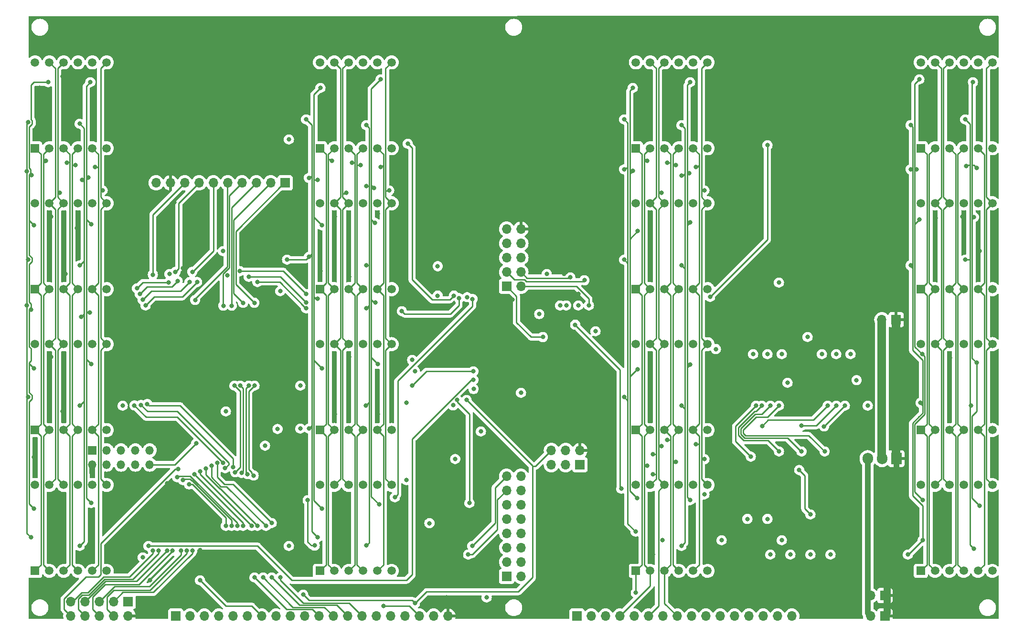
<source format=gtl>
G04 #@! TF.GenerationSoftware,KiCad,Pcbnew,8.0.1-8.0.1-1~ubuntu22.04.1*
G04 #@! TF.CreationDate,2024-05-02T00:15:02-04:00*
G04 #@! TF.ProjectId,Claculator_Display,436c6163-756c-4617-946f-725f44697370,rev?*
G04 #@! TF.SameCoordinates,Original*
G04 #@! TF.FileFunction,Copper,L1,Top*
G04 #@! TF.FilePolarity,Positive*
%FSLAX46Y46*%
G04 Gerber Fmt 4.6, Leading zero omitted, Abs format (unit mm)*
G04 Created by KiCad (PCBNEW 8.0.1-8.0.1-1~ubuntu22.04.1) date 2024-05-02 00:15:02*
%MOMM*%
%LPD*%
G01*
G04 APERTURE LIST*
G04 #@! TA.AperFunction,ComponentPad*
%ADD10R,1.700000X1.700000*%
G04 #@! TD*
G04 #@! TA.AperFunction,ComponentPad*
%ADD11O,1.700000X1.700000*%
G04 #@! TD*
G04 #@! TA.AperFunction,ComponentPad*
%ADD12R,1.500000X1.500000*%
G04 #@! TD*
G04 #@! TA.AperFunction,ComponentPad*
%ADD13O,1.500000X1.500000*%
G04 #@! TD*
G04 #@! TA.AperFunction,ComponentPad*
%ADD14C,1.500000*%
G04 #@! TD*
G04 #@! TA.AperFunction,ComponentPad*
%ADD15R,1.905000X2.000000*%
G04 #@! TD*
G04 #@! TA.AperFunction,ComponentPad*
%ADD16O,1.905000X2.000000*%
G04 #@! TD*
G04 #@! TA.AperFunction,ViaPad*
%ADD17C,0.800000*%
G04 #@! TD*
G04 #@! TA.AperFunction,Conductor*
%ADD18C,1.500000*%
G04 #@! TD*
G04 #@! TA.AperFunction,Conductor*
%ADD19C,0.250000*%
G04 #@! TD*
G04 #@! TA.AperFunction,Conductor*
%ADD20C,1.000000*%
G04 #@! TD*
G04 APERTURE END LIST*
D10*
X273775000Y-96000000D03*
D11*
X271235000Y-96000000D03*
X269235000Y-144950000D03*
D10*
X271775000Y-144950000D03*
D11*
X212640330Y-119182911D03*
X212640330Y-121722911D03*
X215180330Y-119182911D03*
X215180330Y-121722911D03*
X217720330Y-119182911D03*
D10*
X217720330Y-121722911D03*
D12*
X131290000Y-119180000D03*
D13*
X131290000Y-121720000D03*
X133830000Y-119180000D03*
X133830000Y-121720000D03*
X136370000Y-119180000D03*
X136370000Y-121720000D03*
X138910000Y-119180000D03*
X138910000Y-121720000D03*
X141450000Y-119180000D03*
X141450000Y-121720000D03*
D10*
X137620000Y-146000000D03*
D11*
X137620000Y-148540000D03*
X135080000Y-146000000D03*
X135080000Y-148540000D03*
X132540000Y-146000000D03*
X132540000Y-148540000D03*
X130000000Y-146000000D03*
X130000000Y-148540000D03*
X127460000Y-146000000D03*
X127460000Y-148540000D03*
D10*
X165436501Y-71714337D03*
D11*
X162896501Y-71714337D03*
X160356501Y-71714337D03*
X157816501Y-71714337D03*
X155276501Y-71714337D03*
X152736501Y-71714337D03*
X150196501Y-71714337D03*
X147656501Y-71714337D03*
X145116501Y-71714337D03*
X142576501Y-71714337D03*
D10*
X204710000Y-90075000D03*
D11*
X207250000Y-90075000D03*
X204710000Y-87535000D03*
X207250000Y-87535000D03*
X204710000Y-84995000D03*
X207250000Y-84995000D03*
X204710000Y-82455000D03*
X207250000Y-82455000D03*
X204710000Y-79915000D03*
X207250000Y-79915000D03*
D12*
X227630000Y-90570000D03*
D14*
X230170000Y-90570000D03*
X232710000Y-90570000D03*
X235250000Y-90570000D03*
X237790000Y-90570000D03*
X240330000Y-90570000D03*
X240330000Y-75330000D03*
X237790000Y-75330000D03*
X235250000Y-75330000D03*
X232710000Y-75330000D03*
X230170000Y-75330000D03*
X227630000Y-75330000D03*
D12*
X171630000Y-115570000D03*
D14*
X174170000Y-115570000D03*
X176710000Y-115570000D03*
X179250000Y-115570000D03*
X181790000Y-115570000D03*
X184330000Y-115570000D03*
X184330000Y-100330000D03*
X181790000Y-100330000D03*
X179250000Y-100330000D03*
X176710000Y-100330000D03*
X174170000Y-100330000D03*
X171630000Y-100330000D03*
D12*
X227630000Y-115570000D03*
D14*
X230170000Y-115570000D03*
X232710000Y-115570000D03*
X235250000Y-115570000D03*
X237790000Y-115570000D03*
X240330000Y-115570000D03*
X240330000Y-100330000D03*
X237790000Y-100330000D03*
X235250000Y-100330000D03*
X232710000Y-100330000D03*
X230170000Y-100330000D03*
X227630000Y-100330000D03*
X121130000Y-50330000D03*
X123670000Y-50330000D03*
X126210000Y-50330000D03*
X128750000Y-50330000D03*
X131290000Y-50330000D03*
X133830000Y-50330000D03*
X133830000Y-65570000D03*
X131290000Y-65570000D03*
X128750000Y-65570000D03*
X126210000Y-65570000D03*
X123670000Y-65570000D03*
D12*
X121130000Y-65570000D03*
X121130000Y-115570000D03*
D14*
X123670000Y-115570000D03*
X126210000Y-115570000D03*
X128750000Y-115570000D03*
X131290000Y-115570000D03*
X133830000Y-115570000D03*
X133830000Y-100330000D03*
X131290000Y-100330000D03*
X128750000Y-100330000D03*
X126210000Y-100330000D03*
X123670000Y-100330000D03*
X121130000Y-100330000D03*
D12*
X227630000Y-65570000D03*
D14*
X230170000Y-65570000D03*
X232710000Y-65570000D03*
X235250000Y-65570000D03*
X237790000Y-65570000D03*
X240330000Y-65570000D03*
X240330000Y-50330000D03*
X237790000Y-50330000D03*
X235250000Y-50330000D03*
X232710000Y-50330000D03*
X230170000Y-50330000D03*
X227630000Y-50330000D03*
D11*
X194310000Y-148590000D03*
X191770000Y-148590000D03*
X189230000Y-148590000D03*
X186690000Y-148590000D03*
X184150000Y-148590000D03*
X181610000Y-148590000D03*
X179070000Y-148590000D03*
X176530000Y-148590000D03*
X173990000Y-148590000D03*
X171450000Y-148590000D03*
X168910000Y-148590000D03*
X166370000Y-148590000D03*
X163830000Y-148590000D03*
X161290000Y-148590000D03*
X158750000Y-148590000D03*
X156210000Y-148590000D03*
X153670000Y-148590000D03*
X151130000Y-148590000D03*
X148590000Y-148590000D03*
D10*
X146050000Y-148590000D03*
D12*
X278130000Y-65570000D03*
D14*
X280670000Y-65570000D03*
X283210000Y-65570000D03*
X285750000Y-65570000D03*
X288290000Y-65570000D03*
X290830000Y-65570000D03*
X290830000Y-50330000D03*
X288290000Y-50330000D03*
X285750000Y-50330000D03*
X283210000Y-50330000D03*
X280670000Y-50330000D03*
X278130000Y-50330000D03*
D12*
X171630000Y-90570000D03*
D14*
X174170000Y-90570000D03*
X176710000Y-90570000D03*
X179250000Y-90570000D03*
X181790000Y-90570000D03*
X184330000Y-90570000D03*
X184330000Y-75330000D03*
X181790000Y-75330000D03*
X179250000Y-75330000D03*
X176710000Y-75330000D03*
X174170000Y-75330000D03*
X171630000Y-75330000D03*
D12*
X121130000Y-140570000D03*
D14*
X123670000Y-140570000D03*
X126210000Y-140570000D03*
X128750000Y-140570000D03*
X131290000Y-140570000D03*
X133830000Y-140570000D03*
X133830000Y-125330000D03*
X131290000Y-125330000D03*
X128750000Y-125330000D03*
X126210000Y-125330000D03*
X123670000Y-125330000D03*
X121130000Y-125330000D03*
D12*
X171630000Y-65570000D03*
D14*
X174170000Y-65570000D03*
X176710000Y-65570000D03*
X179250000Y-65570000D03*
X181790000Y-65570000D03*
X184330000Y-65570000D03*
X184330000Y-50330000D03*
X181790000Y-50330000D03*
X179250000Y-50330000D03*
X176710000Y-50330000D03*
X174170000Y-50330000D03*
X171630000Y-50330000D03*
D12*
X121130000Y-90570000D03*
D14*
X123670000Y-90570000D03*
X126210000Y-90570000D03*
X128750000Y-90570000D03*
X131290000Y-90570000D03*
X133830000Y-90570000D03*
X133830000Y-75330000D03*
X131290000Y-75330000D03*
X128750000Y-75330000D03*
X126210000Y-75330000D03*
X123670000Y-75330000D03*
X121130000Y-75330000D03*
D11*
X255270000Y-148590000D03*
X252730000Y-148590000D03*
X250190000Y-148590000D03*
X247650000Y-148590000D03*
X245110000Y-148590000D03*
X242570000Y-148590000D03*
X240030000Y-148590000D03*
X237490000Y-148590000D03*
X234950000Y-148590000D03*
X232410000Y-148590000D03*
X229870000Y-148590000D03*
X227330000Y-148590000D03*
X224790000Y-148590000D03*
X222250000Y-148590000D03*
X219710000Y-148590000D03*
D10*
X217170000Y-148590000D03*
D12*
X278130000Y-115570000D03*
D14*
X280670000Y-115570000D03*
X283210000Y-115570000D03*
X285750000Y-115570000D03*
X288290000Y-115570000D03*
X290830000Y-115570000D03*
X290830000Y-100330000D03*
X288290000Y-100330000D03*
X285750000Y-100330000D03*
X283210000Y-100330000D03*
X280670000Y-100330000D03*
X278130000Y-100330000D03*
D12*
X278130000Y-90570000D03*
D14*
X280670000Y-90570000D03*
X283210000Y-90570000D03*
X285750000Y-90570000D03*
X288290000Y-90570000D03*
X290830000Y-90570000D03*
X290830000Y-75330000D03*
X288290000Y-75330000D03*
X285750000Y-75330000D03*
X283210000Y-75330000D03*
X280670000Y-75330000D03*
X278130000Y-75330000D03*
D12*
X171630000Y-140570000D03*
D14*
X174170000Y-140570000D03*
X176710000Y-140570000D03*
X179250000Y-140570000D03*
X181790000Y-140570000D03*
X184330000Y-140570000D03*
X184330000Y-125330000D03*
X181790000Y-125330000D03*
X179250000Y-125330000D03*
X176710000Y-125330000D03*
X174170000Y-125330000D03*
X171630000Y-125330000D03*
D12*
X227630000Y-140570000D03*
D14*
X230170000Y-140570000D03*
X232710000Y-140570000D03*
X235250000Y-140570000D03*
X237790000Y-140570000D03*
X240330000Y-140570000D03*
X240330000Y-125330000D03*
X237790000Y-125330000D03*
X235250000Y-125330000D03*
X232710000Y-125330000D03*
X230170000Y-125330000D03*
X227630000Y-125330000D03*
D12*
X278130000Y-140570000D03*
D14*
X280670000Y-140570000D03*
X283210000Y-140570000D03*
X285750000Y-140570000D03*
X288290000Y-140570000D03*
X290830000Y-140570000D03*
X290830000Y-125330000D03*
X288290000Y-125330000D03*
X285750000Y-125330000D03*
X283210000Y-125330000D03*
X280670000Y-125330000D03*
X278130000Y-125330000D03*
D15*
X273812000Y-120650000D03*
D16*
X271272000Y-120650000D03*
X268732000Y-120650000D03*
D10*
X204714274Y-141537415D03*
D11*
X207254274Y-141537415D03*
X204714274Y-138997415D03*
X207254274Y-138997415D03*
X204714274Y-136457415D03*
X207254274Y-136457415D03*
X204714274Y-133917415D03*
X207254274Y-133917415D03*
X204714274Y-131377415D03*
X207254274Y-131377415D03*
X204714274Y-128837415D03*
X207254274Y-128837415D03*
X204714274Y-126297415D03*
X207254274Y-126297415D03*
X204714274Y-123757415D03*
X207254274Y-123757415D03*
D10*
X271775000Y-148590000D03*
D11*
X269235000Y-148590000D03*
D17*
X159250000Y-50000000D03*
X135000000Y-52750000D03*
X161892063Y-118350652D03*
X146500000Y-122500000D03*
X149000000Y-137000000D03*
X148000000Y-137000000D03*
X147000000Y-137000000D03*
X145500000Y-137000000D03*
X144500000Y-137000000D03*
X143000000Y-137000000D03*
X142000000Y-137000000D03*
X142000000Y-88000000D03*
X146000000Y-87500000D03*
X149000000Y-87500000D03*
X149500000Y-92500000D03*
X154500000Y-93500000D03*
X156000000Y-93500000D03*
X158000000Y-93000000D03*
X160000000Y-93000000D03*
X140208000Y-71628000D03*
X149680563Y-117943953D03*
X211140321Y-99074000D03*
X219302000Y-93472000D03*
X218500000Y-89000000D03*
X216000000Y-88500000D03*
X210500000Y-95000000D03*
X192500000Y-91731000D03*
X191516000Y-46736000D03*
X166116000Y-112776000D03*
X273304000Y-77216000D03*
X246380000Y-78232000D03*
X181864000Y-112776000D03*
X126492000Y-87884000D03*
X165100000Y-112776000D03*
X285496000Y-77724000D03*
X196596000Y-72644000D03*
X246888000Y-87376000D03*
X260604000Y-130048000D03*
X164084000Y-113792000D03*
X148844000Y-103632000D03*
X244856000Y-71628000D03*
X291084000Y-129032000D03*
X166116000Y-81788000D03*
X262636000Y-131064000D03*
X157988000Y-64516000D03*
X163576000Y-93980000D03*
X176784000Y-88392000D03*
X220475374Y-104685673D03*
X164592000Y-137668000D03*
X165100000Y-80772000D03*
X145500000Y-64750000D03*
X245872000Y-96520000D03*
X150807123Y-83415176D03*
X269000000Y-46000000D03*
X291084000Y-144272000D03*
X163068000Y-83312000D03*
X242824000Y-86868000D03*
X245872000Y-99568000D03*
X265176000Y-97028000D03*
X247904000Y-87376000D03*
X283500000Y-45500000D03*
X247396000Y-51816000D03*
X274320000Y-71628000D03*
X137668000Y-80772000D03*
X255524000Y-72136000D03*
X210312000Y-146812000D03*
X291084000Y-78740000D03*
X243332000Y-124968000D03*
X248412000Y-64008000D03*
X165608000Y-125984000D03*
X125984000Y-52832000D03*
X249936000Y-88392000D03*
X244348000Y-128016000D03*
X248412000Y-141224000D03*
X243332000Y-128016000D03*
X176784000Y-102616000D03*
X255524000Y-101600000D03*
X212852000Y-140716000D03*
X155188186Y-88152176D03*
X249936000Y-87376000D03*
X230181432Y-103948437D03*
X174244000Y-77724000D03*
X264160000Y-126492000D03*
X231648000Y-45720000D03*
X153924000Y-75184000D03*
X126500000Y-143500000D03*
X248920000Y-87376000D03*
X229616000Y-145796000D03*
X128524000Y-79756000D03*
X244856000Y-99568000D03*
X244348000Y-124968000D03*
X211836000Y-114300000D03*
X165100000Y-113792000D03*
X257750000Y-76250000D03*
X245872000Y-97536000D03*
X236728000Y-138176000D03*
X267716000Y-64008000D03*
X264160000Y-144272000D03*
X267208000Y-54356000D03*
X166500000Y-46500000D03*
X165100000Y-83820000D03*
X212344000Y-91948000D03*
X174244000Y-112776000D03*
X163335500Y-129164500D03*
X224536000Y-89916000D03*
X137500000Y-114000000D03*
X185420000Y-88392000D03*
X262636000Y-130048000D03*
X167640000Y-137668000D03*
X265684000Y-71628000D03*
X127508000Y-62484000D03*
X167640000Y-138684000D03*
X221488000Y-128016000D03*
X156464000Y-103632000D03*
X194564000Y-103124000D03*
X275844000Y-140208000D03*
X261620000Y-130048000D03*
X161036000Y-64516000D03*
X245364000Y-65024000D03*
X271780000Y-88392000D03*
X141500000Y-142240000D03*
X194056000Y-145288000D03*
X166116000Y-82804000D03*
X194289720Y-134415305D03*
X287020000Y-147828000D03*
X210820000Y-129032000D03*
X220980000Y-114300000D03*
X189992000Y-124460000D03*
X137160000Y-129540000D03*
X291084000Y-61976000D03*
X159000000Y-83500000D03*
X151892000Y-101092000D03*
X145796000Y-75184000D03*
X175768000Y-137668000D03*
X273812000Y-144272000D03*
X150250000Y-47750000D03*
X184912000Y-138176000D03*
X291084000Y-137160000D03*
X274828000Y-142240000D03*
X248920000Y-88392000D03*
X244856000Y-96520000D03*
X275844000Y-143256000D03*
X257250000Y-45750000D03*
X125984000Y-112268000D03*
X288544000Y-83820000D03*
X263652000Y-131064000D03*
X230632000Y-137668000D03*
X255016000Y-125476000D03*
X162052000Y-119888000D03*
X165100000Y-81788000D03*
X275844000Y-141224000D03*
X210820000Y-46228000D03*
X280755530Y-77938415D03*
X223520000Y-138684000D03*
X181864000Y-77216000D03*
X200152000Y-147320000D03*
X130048000Y-138176000D03*
X245364000Y-64008000D03*
X275844000Y-139192000D03*
X152400000Y-97028000D03*
X135128000Y-97028000D03*
X274828000Y-140208000D03*
X273812000Y-142240000D03*
X217932000Y-57912000D03*
X243332000Y-125984000D03*
X207772000Y-117856000D03*
X235204000Y-143764000D03*
X155604120Y-142028308D03*
X123952000Y-102616000D03*
X200152000Y-102616000D03*
X165100000Y-53340000D03*
X288544000Y-57404000D03*
X157988000Y-63500000D03*
X164084000Y-112776000D03*
X137160000Y-75184000D03*
X280416000Y-144780000D03*
X124460000Y-127508000D03*
X136652000Y-88392000D03*
X221996000Y-78740000D03*
X168656000Y-75184000D03*
X247904000Y-88392000D03*
X230494161Y-128013407D03*
X200255000Y-86500000D03*
X159004000Y-63500000D03*
X166116000Y-83820000D03*
X274828000Y-143256000D03*
X244856000Y-98552000D03*
X291084000Y-96012000D03*
X160020000Y-64516000D03*
X166624000Y-138684000D03*
X199000000Y-46750000D03*
X243332000Y-127000000D03*
X274828000Y-139192000D03*
X212344000Y-72644000D03*
X261620000Y-131064000D03*
X186436000Y-144272000D03*
X274828000Y-144272000D03*
X163068000Y-113792000D03*
X125984000Y-137668000D03*
X184912000Y-79756000D03*
X261112000Y-62484000D03*
X214884000Y-87884000D03*
X165608000Y-137668000D03*
X245872000Y-98552000D03*
X164592000Y-138684000D03*
X159004000Y-64516000D03*
X179000000Y-46250000D03*
X196596000Y-57912000D03*
X260604000Y-131064000D03*
X247396000Y-65024000D03*
X246380000Y-64008000D03*
X154432000Y-65532000D03*
X263652000Y-130048000D03*
X263144000Y-80264000D03*
X193500000Y-79250000D03*
X189992000Y-57404000D03*
X123952000Y-77724000D03*
X217424000Y-91440000D03*
X245364000Y-90932000D03*
X171704000Y-87376000D03*
X277368000Y-147828000D03*
X177800000Y-53340000D03*
X291084000Y-71120000D03*
X175492323Y-126474212D03*
X150368000Y-136886835D03*
X144500000Y-125000000D03*
X150876000Y-45212000D03*
X274828000Y-141224000D03*
X247396000Y-64008000D03*
X143256000Y-84836000D03*
X141224000Y-107696000D03*
X205740000Y-92456000D03*
X200660000Y-77216000D03*
X211328000Y-78740000D03*
X246888000Y-145288000D03*
X165608000Y-138684000D03*
X230124000Y-77724000D03*
X133604000Y-45212000D03*
X205740000Y-57404000D03*
X206248000Y-102108000D03*
X140716000Y-65024000D03*
X220000000Y-46000000D03*
X260096000Y-88392000D03*
X261112000Y-148336000D03*
X244348000Y-127000000D03*
X246380000Y-65024000D03*
X222504000Y-72644000D03*
X161036000Y-63500000D03*
X246888000Y-88392000D03*
X244348000Y-125984000D03*
X244000000Y-45500000D03*
X247396000Y-126492000D03*
X166624000Y-137668000D03*
X139700000Y-102616000D03*
X165100000Y-82804000D03*
X248412000Y-65024000D03*
X233172000Y-52832000D03*
X281940000Y-128016000D03*
X273812000Y-143256000D03*
X220980000Y-81280000D03*
X291084000Y-121412000D03*
X164592000Y-103632000D03*
X120904000Y-120396000D03*
X163068000Y-112776000D03*
X160020000Y-63500000D03*
X242316000Y-138176000D03*
X275844000Y-144272000D03*
X166116000Y-113792000D03*
X275844000Y-142240000D03*
X283315469Y-102763469D03*
X121920000Y-54864000D03*
X166116000Y-80772000D03*
X244856000Y-97536000D03*
X147320000Y-86868000D03*
X191008000Y-138176000D03*
X291084000Y-112776000D03*
X150368000Y-142240000D03*
X160020000Y-141732000D03*
X161544000Y-141732000D03*
X163068000Y-141732000D03*
X164592000Y-141732000D03*
X186944000Y-110744000D03*
X186944000Y-124460000D03*
X197612000Y-110236000D03*
X188468000Y-146304000D03*
X168656000Y-144780000D03*
X182880000Y-146812000D03*
X258064000Y-99060000D03*
X191032500Y-132104500D03*
X140208000Y-138176000D03*
X207264000Y-108966000D03*
X211836000Y-87884000D03*
X192500000Y-86500000D03*
X154432000Y-83820000D03*
X154940000Y-112268000D03*
X166116000Y-136144000D03*
X136652000Y-111252000D03*
X201168000Y-145288000D03*
X220472000Y-98044000D03*
X164106136Y-115387404D03*
X144954500Y-87884000D03*
X268732000Y-111252000D03*
X164592000Y-90932000D03*
X195217979Y-111185673D03*
X159862079Y-123647921D03*
X160020000Y-107696000D03*
X158999701Y-107691701D03*
X158777582Y-123407103D03*
X157727490Y-123183490D03*
X157484299Y-107691701D03*
X156591560Y-123063560D03*
X156464000Y-107696000D03*
X156197558Y-122144992D03*
X141014501Y-110953499D03*
X154818597Y-122333710D03*
X139916889Y-111125887D03*
X138728501Y-111207499D03*
X154432000Y-121412000D03*
X148433000Y-125227336D03*
X248412000Y-102108000D03*
X154940000Y-132588000D03*
X155956000Y-132588000D03*
X250952000Y-102108000D03*
X147320000Y-124460000D03*
X156972000Y-132588000D03*
X146304000Y-123952000D03*
X253492000Y-102108000D03*
X157988000Y-132588000D03*
X149352000Y-123444000D03*
X254508000Y-107188000D03*
X260604000Y-102108000D03*
X150368000Y-122936000D03*
X159512000Y-132588000D03*
X160532299Y-132583701D03*
X263144000Y-102108000D03*
X151384000Y-122428000D03*
X152400000Y-121920000D03*
X265684000Y-102108000D03*
X162052000Y-132588000D03*
X266744495Y-106722990D03*
X153411701Y-121407701D03*
X163068000Y-132080000D03*
X198859488Y-108292930D03*
X168148000Y-107696000D03*
X227619353Y-144455837D03*
X229616000Y-67780500D03*
X123044250Y-67780500D03*
X173736000Y-67780500D03*
X229616000Y-121920000D03*
X233172000Y-117348000D03*
X126754000Y-68157500D03*
X233172000Y-68157500D03*
X177292000Y-68157500D03*
X128291676Y-68561355D03*
X178816000Y-68534500D03*
X234696000Y-68580000D03*
X234696000Y-121186188D03*
X182372000Y-68911500D03*
X238252000Y-68911500D03*
X238252000Y-118061500D03*
X131759187Y-68911500D03*
X239776000Y-120745500D03*
X183896000Y-73066500D03*
X133096000Y-73066500D03*
X239776000Y-73066500D03*
X125476000Y-73443500D03*
X232156000Y-118438500D03*
X232156000Y-73443500D03*
X176276000Y-73443500D03*
X230632000Y-123444000D03*
X230632000Y-119888000D03*
X141224000Y-136144000D03*
X198816808Y-106680000D03*
X188468000Y-105156000D03*
X200152000Y-115824000D03*
X195601271Y-120722763D03*
X187979357Y-103136288D03*
X198819401Y-105156000D03*
X187960000Y-107696000D03*
X195934000Y-110236000D03*
X198120000Y-128524000D03*
X197903500Y-137668000D03*
X198628000Y-136144000D03*
X252984000Y-111252000D03*
X261102695Y-119380000D03*
X251460000Y-111252000D03*
X257000000Y-119380000D03*
X249936000Y-111252000D03*
X253000000Y-119380000D03*
X248920000Y-111252000D03*
X248000000Y-120295000D03*
X260996494Y-114932347D03*
X264668000Y-111252000D03*
X257000000Y-114808000D03*
X263144000Y-111252000D03*
X261620000Y-111252000D03*
X250000000Y-114874000D03*
X129032000Y-136144000D03*
X235712000Y-86360000D03*
X129032000Y-86360000D03*
X235712000Y-136144000D03*
X129317000Y-95504000D03*
X129032000Y-111252000D03*
X140716000Y-93472000D03*
X129032000Y-61220250D03*
X149857912Y-89314496D03*
X235712000Y-70406500D03*
X129482567Y-71186326D03*
X235712000Y-111252000D03*
X253492000Y-135128000D03*
X235712000Y-61468000D03*
X250952000Y-131355500D03*
X237236000Y-128016000D03*
X131064000Y-79029000D03*
X237228342Y-103915334D03*
X130556000Y-70738000D03*
X131064000Y-128524000D03*
X140208000Y-92456000D03*
X130919500Y-53848000D03*
X148496455Y-89332544D03*
X237236000Y-53848000D03*
X237049500Y-70029500D03*
X130812021Y-94704500D03*
X237236000Y-78740000D03*
X131064000Y-103855000D03*
X227980500Y-80264000D03*
X120904000Y-79248000D03*
X120402500Y-94196500D03*
X227980500Y-104780000D03*
X120904000Y-104648000D03*
X227076000Y-69596000D03*
X139700000Y-91440000D03*
X120904000Y-129540000D03*
X120532528Y-70361000D03*
X227813730Y-127616564D03*
X146403500Y-89138615D03*
X227076000Y-54864000D03*
X123444000Y-53848000D03*
X247396000Y-131355500D03*
X225552000Y-85344000D03*
X225552000Y-60452000D03*
X225552000Y-69304500D03*
X119888000Y-109728000D03*
X139192000Y-90424000D03*
X119631198Y-69662326D03*
X232359500Y-135128000D03*
X227584000Y-133604000D03*
X119671500Y-93472000D03*
X144780000Y-89408000D03*
X119888000Y-60960000D03*
X119888000Y-85344000D03*
X242824000Y-135128000D03*
X120396000Y-134620000D03*
X225552000Y-109728000D03*
X276330500Y-61468000D03*
X278103500Y-110744000D03*
X169672000Y-84836000D03*
X171196000Y-134620000D03*
X169672000Y-115316000D03*
X275844000Y-137668000D03*
X169672000Y-70828500D03*
X276330500Y-69304500D03*
X262128000Y-137668000D03*
X169164000Y-60452000D03*
X276330500Y-86360000D03*
X278480500Y-135128000D03*
X165794460Y-85344000D03*
X287528000Y-136652000D03*
X179832000Y-136078000D03*
X287020000Y-111252000D03*
X286004000Y-85344000D03*
X179832000Y-72246000D03*
X169164000Y-93980000D03*
X179799000Y-111219000D03*
X179832000Y-61468000D03*
X258572000Y-137668000D03*
X179832000Y-86360000D03*
X160539664Y-89307501D03*
X286004000Y-60452000D03*
X179832000Y-93980000D03*
X286154299Y-68730299D03*
X288036000Y-103632000D03*
X169164000Y-92964000D03*
X182118000Y-128778000D03*
X181356000Y-78806000D03*
X181488874Y-92923992D03*
X255016000Y-137668000D03*
X287566288Y-77785261D03*
X159004000Y-88392000D03*
X181864000Y-103855000D03*
X287373064Y-53852294D03*
X288544000Y-129032000D03*
X288036000Y-69088000D03*
X181223000Y-72644000D03*
X182372000Y-53340000D03*
X277402500Y-69304899D03*
X171196000Y-92239500D03*
X171980500Y-79248000D03*
X277876000Y-53340000D03*
X278480500Y-128016000D03*
X278384000Y-102108000D03*
X277876000Y-78232000D03*
X171980500Y-129540000D03*
X157429500Y-87376000D03*
X171980500Y-104648000D03*
X251460000Y-137668000D03*
X169164000Y-91440000D03*
X171184133Y-71217367D03*
X171704000Y-54864000D03*
X198681854Y-92327741D03*
X170688000Y-136078500D03*
X169453500Y-128021309D03*
X184912000Y-127508000D03*
X197725000Y-92000000D03*
X168148000Y-115316000D03*
X196275000Y-92179472D03*
X186144500Y-94488000D03*
X166116000Y-64008000D03*
X187198000Y-64770000D03*
X195373302Y-91725000D03*
X239776000Y-127000000D03*
X216870077Y-96890232D03*
X225044000Y-125984000D03*
X217424000Y-93472000D03*
X241808000Y-101213700D03*
X215292500Y-93472000D03*
X252984000Y-89408000D03*
X240792000Y-91948000D03*
X250952000Y-65024000D03*
X214201500Y-93472000D03*
X258572000Y-130556000D03*
X256578530Y-122672535D03*
D18*
X273775000Y-96000000D02*
X273775000Y-120613000D01*
D19*
X273775000Y-120613000D02*
X273812000Y-120650000D01*
D18*
X271235000Y-96000000D02*
X271235000Y-120613000D01*
D19*
X271235000Y-120613000D02*
X271272000Y-120650000D01*
X209296000Y-122000000D02*
X209296000Y-121920000D01*
X209296000Y-141732000D02*
X209296000Y-122000000D01*
X209296000Y-122000000D02*
X209823241Y-122000000D01*
X209823241Y-122000000D02*
X212640330Y-119182911D01*
X132755000Y-135719695D02*
X145974695Y-122500000D01*
X132755000Y-141245000D02*
X132755000Y-135719695D01*
X130153299Y-141645000D02*
X132355000Y-141645000D01*
X126285000Y-145513299D02*
X130153299Y-141645000D01*
X132355000Y-141645000D02*
X132755000Y-141245000D01*
X126285000Y-147365000D02*
X126285000Y-145513299D01*
X145974695Y-122500000D02*
X146500000Y-122500000D01*
X127460000Y-148540000D02*
X126285000Y-147365000D01*
X127460000Y-146000000D02*
X127805141Y-146000000D01*
X127805141Y-146000000D02*
X129357141Y-144448000D01*
X130485684Y-144448000D02*
X133288684Y-141645000D01*
X129357141Y-144448000D02*
X130485684Y-144448000D01*
X133288684Y-141645000D02*
X137855000Y-141645000D01*
X137855000Y-141645000D02*
X142000000Y-137500000D01*
X142000000Y-137500000D02*
X142000000Y-137000000D01*
X130000000Y-148540000D02*
X128825000Y-147365000D01*
X138478000Y-142022000D02*
X143000000Y-137500000D01*
X128825000Y-147365000D02*
X128825000Y-145513299D01*
X130641842Y-144825000D02*
X133444842Y-142022000D01*
X133444842Y-142022000D02*
X138478000Y-142022000D01*
X128825000Y-145513299D02*
X129513299Y-144825000D01*
X129513299Y-144825000D02*
X130641842Y-144825000D01*
X143000000Y-137500000D02*
X143000000Y-137000000D01*
X149000000Y-137500000D02*
X149000000Y-137000000D01*
X142123000Y-144377000D02*
X149000000Y-137500000D01*
X136703000Y-144377000D02*
X142123000Y-144377000D01*
X135080000Y-146000000D02*
X136703000Y-144377000D01*
X141500000Y-144000000D02*
X148000000Y-137500000D01*
X135073158Y-144000000D02*
X141500000Y-144000000D01*
X133905000Y-145168158D02*
X135073158Y-144000000D01*
X133905000Y-147365000D02*
X133905000Y-145168158D01*
X148000000Y-137500000D02*
X148000000Y-137000000D01*
X135080000Y-148540000D02*
X133905000Y-147365000D01*
X147000000Y-137765305D02*
X147000000Y-137000000D01*
X141423305Y-143342000D02*
X147000000Y-137765305D01*
X135198000Y-143342000D02*
X141423305Y-143342000D01*
X132540000Y-146000000D02*
X135198000Y-143342000D01*
X132540000Y-148540000D02*
X131365000Y-147365000D01*
X131365000Y-147365000D02*
X131365000Y-145168158D01*
X131365000Y-145168158D02*
X133568158Y-142965000D01*
X133568158Y-142965000D02*
X139560305Y-142965000D01*
X145500000Y-137025305D02*
X145500000Y-137000000D01*
X139560305Y-142965000D02*
X145500000Y-137025305D01*
X139101000Y-142399000D02*
X144500000Y-137000000D01*
X133601000Y-142399000D02*
X139101000Y-142399000D01*
X130000000Y-146000000D02*
X133601000Y-142399000D01*
D20*
X131290000Y-121720000D02*
X131290000Y-123210000D01*
D19*
X142000000Y-77370838D02*
X142000000Y-88000000D01*
X147656501Y-71714337D02*
X142000000Y-77370838D01*
X146595000Y-86905000D02*
X146000000Y-87500000D01*
X146595000Y-75315838D02*
X146595000Y-86905000D01*
X150196501Y-71714337D02*
X146595000Y-75315838D01*
X152736501Y-83763499D02*
X149000000Y-87500000D01*
X152736501Y-71714337D02*
X152736501Y-83763499D01*
X149500000Y-92281899D02*
X149500000Y-92500000D01*
X155196500Y-86585399D02*
X149500000Y-92281899D01*
X155196500Y-71794338D02*
X155196500Y-86585399D01*
X155276501Y-71714337D02*
X155196500Y-71794338D01*
X165436501Y-71714337D02*
X165285663Y-71714337D01*
X165285663Y-71714337D02*
X156704500Y-80295500D01*
X156704500Y-80295500D02*
X156704500Y-89704500D01*
X156704500Y-89704500D02*
X160000000Y-93000000D01*
X154463186Y-93463186D02*
X154500000Y-93500000D01*
X154463186Y-87851871D02*
X154463186Y-93463186D01*
X155573500Y-73957338D02*
X155573500Y-86741557D01*
X155573500Y-86741557D02*
X154463186Y-87851871D01*
X157816501Y-71714337D02*
X155573500Y-73957338D01*
X160356501Y-71714337D02*
X155950500Y-76120338D01*
X155950500Y-76120338D02*
X155950500Y-93500000D01*
X156327500Y-91327500D02*
X158000000Y-93000000D01*
X156327500Y-78283338D02*
X156327500Y-91327500D01*
X162896501Y-71714337D02*
X156327500Y-78283338D01*
X149680563Y-117943953D02*
X145904516Y-121720000D01*
X145904516Y-121720000D02*
X141450000Y-121720000D01*
X206465000Y-91830000D02*
X204710000Y-90075000D01*
X211140321Y-99074000D02*
X209074000Y-99074000D01*
X209074000Y-99074000D02*
X206465000Y-96465000D01*
X206465000Y-96465000D02*
X206465000Y-91830000D01*
X219302000Y-93472000D02*
X219302000Y-92292695D01*
X219302000Y-92292695D02*
X217084305Y-90075000D01*
X217084305Y-90075000D02*
X207250000Y-90075000D01*
X204710000Y-87535000D02*
X206075000Y-88900000D01*
X206075000Y-88900000D02*
X207900000Y-88900000D01*
X207900000Y-88900000D02*
X208225000Y-89225000D01*
X208225000Y-89225000D02*
X218275000Y-89225000D01*
X218275000Y-89225000D02*
X218500000Y-89000000D01*
X207250000Y-87535000D02*
X208324000Y-88609000D01*
X208324000Y-88609000D02*
X215891000Y-88609000D01*
X215891000Y-88609000D02*
X216000000Y-88500000D01*
X194642302Y-92456000D02*
X191516000Y-92456000D01*
X195373302Y-91725000D02*
X194642302Y-92456000D01*
X187960000Y-88900000D02*
X187960000Y-65532000D01*
X191516000Y-92456000D02*
X187960000Y-88900000D01*
X187960000Y-65532000D02*
X187198000Y-64770000D01*
X196275000Y-92179472D02*
X196275000Y-93439500D01*
X196275000Y-93439500D02*
X194718500Y-94996000D01*
X194718500Y-94996000D02*
X186652500Y-94996000D01*
X186652500Y-94996000D02*
X186144500Y-94488000D01*
X198681854Y-92327741D02*
X198681854Y-93592646D01*
X198681854Y-93592646D02*
X185420000Y-106854500D01*
X185420000Y-106854500D02*
X185420000Y-127000000D01*
X185420000Y-127000000D02*
X184912000Y-127508000D01*
D20*
X273812000Y-120650000D02*
X273812000Y-122936000D01*
X272288000Y-124460000D02*
X272288000Y-148077000D01*
X273812000Y-122936000D02*
X272288000Y-124460000D01*
X272288000Y-148077000D02*
X271775000Y-148590000D01*
D19*
X159512000Y-146812000D02*
X161290000Y-148590000D01*
X154940000Y-146812000D02*
X159512000Y-146812000D01*
X150368000Y-142240000D02*
X154940000Y-146812000D01*
X165703000Y-147415000D02*
X170275000Y-147415000D01*
X160020000Y-141732000D02*
X165703000Y-147415000D01*
X170275000Y-147415000D02*
X171450000Y-148590000D01*
X172438000Y-147038000D02*
X173990000Y-148590000D01*
X166850000Y-147038000D02*
X172438000Y-147038000D01*
X161544000Y-141732000D02*
X166850000Y-147038000D01*
X167997000Y-146661000D02*
X174601000Y-146661000D01*
X174601000Y-146661000D02*
X176530000Y-148590000D01*
X163068000Y-141732000D02*
X167997000Y-146661000D01*
X176764000Y-146284000D02*
X179070000Y-148590000D01*
X168636000Y-146284000D02*
X176764000Y-146284000D01*
X164592000Y-142240000D02*
X168636000Y-146284000D01*
X164592000Y-141732000D02*
X164592000Y-142240000D01*
X188468000Y-146304000D02*
X187960000Y-145796000D01*
X209296000Y-121920000D02*
X197612000Y-110236000D01*
X188468000Y-146304000D02*
X190500000Y-144272000D01*
X169672000Y-145796000D02*
X168656000Y-144780000D01*
X206756000Y-144272000D02*
X209296000Y-141732000D01*
X190500000Y-144272000D02*
X206756000Y-144272000D01*
X187960000Y-145796000D02*
X169672000Y-145796000D01*
X182880000Y-146812000D02*
X187452000Y-146812000D01*
X187452000Y-146812000D02*
X189230000Y-148590000D01*
D20*
X268732000Y-148087000D02*
X269235000Y-148590000D01*
X268732000Y-120650000D02*
X268732000Y-148087000D01*
D19*
X160020000Y-107696000D02*
X159004000Y-108712000D01*
X159502582Y-123288424D02*
X159862079Y-123647921D01*
X159004000Y-122608216D02*
X159502582Y-123106798D01*
X159502582Y-123106798D02*
X159502582Y-123288424D01*
X159004000Y-108712000D02*
X159004000Y-122608216D01*
X158496000Y-123125521D02*
X158777582Y-123407103D01*
X158496000Y-108195402D02*
X158496000Y-123125521D01*
X158999701Y-107691701D02*
X158496000Y-108195402D01*
X157484299Y-107691701D02*
X157988000Y-108195402D01*
X157988000Y-122922980D02*
X157727490Y-123183490D01*
X157988000Y-108195402D02*
X157988000Y-122922980D01*
X156464000Y-107696000D02*
X157480000Y-108712000D01*
X157480000Y-108712000D02*
X157480000Y-122175120D01*
X157480000Y-122175120D02*
X156591560Y-123063560D01*
X156197558Y-120637558D02*
X156197558Y-122144992D01*
X141014501Y-110953499D02*
X141313002Y-111252000D01*
X141313002Y-111252000D02*
X146812000Y-111252000D01*
X146812000Y-111252000D02*
X156197558Y-120637558D01*
X146313305Y-112268000D02*
X155448000Y-121402695D01*
X139916889Y-111125887D02*
X141059002Y-112268000D01*
X141059002Y-112268000D02*
X146313305Y-112268000D01*
X155448000Y-121704307D02*
X154818597Y-122333710D01*
X155448000Y-121402695D02*
X155448000Y-121704307D01*
X140805002Y-113284000D02*
X146313305Y-113284000D01*
X154432000Y-121402695D02*
X154432000Y-121412000D01*
X138728501Y-111207499D02*
X140805002Y-113284000D01*
X146313305Y-113284000D02*
X154432000Y-121402695D01*
X148433000Y-125227336D02*
X149057673Y-125227336D01*
X154940000Y-131109663D02*
X154940000Y-132588000D01*
X149057673Y-125227336D02*
X154940000Y-131109663D01*
X155956000Y-131592505D02*
X148909495Y-124546000D01*
X148592537Y-124243000D02*
X148895537Y-124546000D01*
X148895537Y-124546000D02*
X148909495Y-124546000D01*
X147537000Y-124243000D02*
X147320000Y-124460000D01*
X155956000Y-132588000D02*
X155956000Y-131592505D01*
X148592537Y-124243000D02*
X147537000Y-124243000D01*
X156972000Y-132075347D02*
X156972000Y-132588000D01*
X146521000Y-123735000D02*
X148617696Y-123735000D01*
X149051696Y-124169000D02*
X149065653Y-124169000D01*
X148617696Y-123735000D02*
X149051696Y-124169000D01*
X146304000Y-123952000D02*
X146521000Y-123735000D01*
X149065653Y-124169000D02*
X156972000Y-132075347D01*
X157988000Y-132588000D02*
X157988000Y-132080000D01*
X157988000Y-132080000D02*
X149352000Y-123444000D01*
X150368000Y-123444000D02*
X159512000Y-132588000D01*
X150368000Y-122936000D02*
X150368000Y-123444000D01*
X160532299Y-132583701D02*
X153919464Y-125970866D01*
X153885708Y-125970866D02*
X151384000Y-123469158D01*
X151384000Y-123469158D02*
X151384000Y-122428000D01*
X153919464Y-125970866D02*
X153885708Y-125970866D01*
X152400000Y-123952000D02*
X152400000Y-121920000D01*
X154041866Y-125593866D02*
X152400000Y-123952000D01*
X155057866Y-125593866D02*
X154041866Y-125593866D01*
X162052000Y-132588000D02*
X155057866Y-125593866D01*
X153411701Y-121407701D02*
X153416000Y-121412000D01*
X156204866Y-125216866D02*
X163068000Y-132080000D01*
X153416000Y-121412000D02*
X153416000Y-123952000D01*
X154680866Y-125216866D02*
X156204866Y-125216866D01*
X153416000Y-123952000D02*
X154680866Y-125216866D01*
X279205000Y-66645000D02*
X279205000Y-89495000D01*
X172705000Y-89495000D02*
X172705000Y-66645000D01*
X171630000Y-115570000D02*
X172705000Y-114495000D01*
X122205000Y-139495000D02*
X121130000Y-140570000D01*
X227619353Y-144370989D02*
X227619353Y-144455837D01*
X172705000Y-116645000D02*
X171630000Y-115570000D01*
X228705000Y-116645000D02*
X227630000Y-115570000D01*
X121130000Y-115570000D02*
X122205000Y-116645000D01*
X278130000Y-115570000D02*
X279205000Y-116645000D01*
X121130000Y-90570000D02*
X122205000Y-89495000D01*
X279205000Y-89495000D02*
X278130000Y-90570000D01*
X171630000Y-90570000D02*
X172705000Y-89495000D01*
X122205000Y-91645000D02*
X122205000Y-114495000D01*
X228705000Y-89495000D02*
X227630000Y-90570000D01*
X279205000Y-139495000D02*
X278130000Y-140570000D01*
X172705000Y-114495000D02*
X172705000Y-91645000D01*
X228705000Y-91645000D02*
X227630000Y-90570000D01*
X122205000Y-89495000D02*
X122205000Y-66645000D01*
X278130000Y-65570000D02*
X279205000Y-66645000D01*
X121130000Y-90570000D02*
X122205000Y-91645000D01*
X227630000Y-65570000D02*
X228705000Y-66645000D01*
X279205000Y-91645000D02*
X278130000Y-90570000D01*
X227630000Y-140570000D02*
X227630000Y-144381636D01*
X279205000Y-114495000D02*
X279205000Y-91645000D01*
X171630000Y-140570000D02*
X172705000Y-139495000D01*
X227630000Y-144381636D02*
X227619353Y-144370989D01*
X278130000Y-115570000D02*
X279205000Y-114495000D01*
X227630000Y-140570000D02*
X228705000Y-139495000D01*
X227704201Y-144455837D02*
X227633494Y-144385130D01*
X228705000Y-66645000D02*
X228705000Y-89495000D01*
X122205000Y-66645000D02*
X121130000Y-65570000D01*
X228705000Y-114495000D02*
X228705000Y-91645000D01*
X172705000Y-139495000D02*
X172705000Y-116645000D01*
X227619353Y-144455837D02*
X227704201Y-144455837D01*
X227630000Y-115570000D02*
X228705000Y-114495000D01*
X279205000Y-116645000D02*
X279205000Y-139495000D01*
X122205000Y-114495000D02*
X121130000Y-115570000D01*
X122205000Y-116645000D02*
X122205000Y-139495000D01*
X172705000Y-66645000D02*
X171630000Y-65570000D01*
X172705000Y-91645000D02*
X171630000Y-90570000D01*
X228705000Y-139495000D02*
X228705000Y-116645000D01*
X230170000Y-143210000D02*
X224790000Y-148590000D01*
X279595000Y-114495000D02*
X280670000Y-115570000D01*
X123670000Y-90570000D02*
X122595000Y-91645000D01*
X279595000Y-66645000D02*
X280670000Y-65570000D01*
X173095000Y-139495000D02*
X174170000Y-140570000D01*
X280670000Y-115570000D02*
X279595000Y-116645000D01*
X279595000Y-116645000D02*
X279595000Y-139495000D01*
X122595000Y-114495000D02*
X123670000Y-115570000D01*
X122752750Y-68072000D02*
X122595000Y-68072000D01*
X173095000Y-66645000D02*
X173095000Y-67564000D01*
X173095000Y-67564000D02*
X173519500Y-67564000D01*
X122595000Y-139495000D02*
X123670000Y-140570000D01*
X122595000Y-89495000D02*
X123670000Y-90570000D01*
X229095000Y-67564000D02*
X229095000Y-68072000D01*
X230170000Y-140570000D02*
X230170000Y-143210000D01*
X229095000Y-121920000D02*
X229095000Y-139495000D01*
X173095000Y-116645000D02*
X173095000Y-139495000D01*
X122595000Y-66645000D02*
X122595000Y-68072000D01*
X229616000Y-67780500D02*
X229399500Y-67564000D01*
X230170000Y-115570000D02*
X229095000Y-116645000D01*
X174170000Y-115570000D02*
X173095000Y-116645000D01*
X122595000Y-116645000D02*
X122595000Y-139495000D01*
X174170000Y-90570000D02*
X173095000Y-91645000D01*
X229095000Y-139495000D02*
X230170000Y-140570000D01*
X229095000Y-68072000D02*
X229095000Y-89495000D01*
X280670000Y-90570000D02*
X279595000Y-89495000D01*
X174170000Y-65570000D02*
X173095000Y-66645000D01*
X229095000Y-91645000D02*
X229095000Y-114495000D01*
X173095000Y-89495000D02*
X174170000Y-90570000D01*
X229095000Y-116645000D02*
X229095000Y-121920000D01*
X122595000Y-91645000D02*
X122595000Y-114495000D01*
X123044250Y-67780500D02*
X122752750Y-68072000D01*
X229095000Y-89495000D02*
X230170000Y-90570000D01*
X279595000Y-139495000D02*
X280670000Y-140570000D01*
X173095000Y-91645000D02*
X173095000Y-114495000D01*
X229399500Y-67564000D02*
X229095000Y-67564000D01*
X123670000Y-115570000D02*
X122595000Y-116645000D01*
X229095000Y-114495000D02*
X230170000Y-115570000D01*
X230170000Y-90570000D02*
X229095000Y-91645000D01*
X173519500Y-67564000D02*
X173736000Y-67780500D01*
X230170000Y-65570000D02*
X229095000Y-66645000D01*
X280670000Y-90570000D02*
X279595000Y-91645000D01*
X229095000Y-66645000D02*
X229095000Y-68072000D01*
X229095000Y-121920000D02*
X229616000Y-121920000D01*
X122595000Y-68072000D02*
X122595000Y-89495000D01*
X173095000Y-67564000D02*
X173095000Y-89495000D01*
X279595000Y-91645000D02*
X279595000Y-114495000D01*
X123670000Y-65570000D02*
X122595000Y-66645000D01*
X279595000Y-89495000D02*
X279595000Y-66645000D01*
X173095000Y-114495000D02*
X174170000Y-115570000D01*
X284285000Y-114495000D02*
X284285000Y-91645000D01*
X127285000Y-68580000D02*
X127285000Y-66645000D01*
X177785000Y-91645000D02*
X177785000Y-114495000D01*
X233785000Y-66645000D02*
X233785000Y-68072000D01*
X283210000Y-65570000D02*
X284285000Y-66645000D01*
X232710000Y-140570000D02*
X233785000Y-139495000D01*
X177798000Y-89482000D02*
X176710000Y-90570000D01*
X232710000Y-146350000D02*
X234950000Y-148590000D01*
X177798000Y-66658000D02*
X177798000Y-68072000D01*
X232710000Y-90570000D02*
X233785000Y-91645000D01*
X127285000Y-89495000D02*
X127285000Y-68580000D01*
X127285000Y-139495000D02*
X126210000Y-140570000D01*
X233785000Y-68072000D02*
X233785000Y-89495000D01*
X283210000Y-115570000D02*
X284285000Y-116645000D01*
X233785000Y-117348000D02*
X233785000Y-116645000D01*
X177798000Y-68072000D02*
X177798000Y-89482000D01*
X284285000Y-139495000D02*
X283210000Y-140570000D01*
X233699500Y-68157500D02*
X233785000Y-68072000D01*
X127285000Y-116645000D02*
X127285000Y-139495000D01*
X177785000Y-114495000D02*
X176710000Y-115570000D01*
X177785000Y-139495000D02*
X176710000Y-140570000D01*
X233785000Y-114495000D02*
X232710000Y-115570000D01*
X127176500Y-68072000D02*
X127285000Y-68180500D01*
X176710000Y-65570000D02*
X177798000Y-66658000D01*
X127285000Y-66645000D02*
X126210000Y-65570000D01*
X127285000Y-68180500D02*
X127285000Y-68580000D01*
X233172000Y-117348000D02*
X233785000Y-117348000D01*
X126839500Y-68072000D02*
X127176500Y-68072000D01*
X126210000Y-90570000D02*
X127285000Y-89495000D01*
X233785000Y-139495000D02*
X233785000Y-117348000D01*
X233172000Y-68157500D02*
X233699500Y-68157500D01*
X284285000Y-89495000D02*
X283210000Y-90570000D01*
X127285000Y-114495000D02*
X126210000Y-115570000D01*
X233785000Y-116645000D02*
X232710000Y-115570000D01*
X126210000Y-90570000D02*
X127285000Y-91645000D01*
X127285000Y-91645000D02*
X127285000Y-114495000D01*
X126754000Y-68157500D02*
X126839500Y-68072000D01*
X232710000Y-140570000D02*
X232710000Y-146350000D01*
X126210000Y-115570000D02*
X127285000Y-116645000D01*
X177712500Y-68157500D02*
X177798000Y-68072000D01*
X233785000Y-89495000D02*
X232710000Y-90570000D01*
X177785000Y-116645000D02*
X177785000Y-139495000D01*
X232710000Y-65570000D02*
X233785000Y-66645000D01*
X176710000Y-90570000D02*
X177785000Y-91645000D01*
X283210000Y-115570000D02*
X284285000Y-114495000D01*
X176710000Y-115570000D02*
X177785000Y-116645000D01*
X284285000Y-66645000D02*
X284285000Y-89495000D01*
X284285000Y-116645000D02*
X284285000Y-139495000D01*
X233785000Y-91645000D02*
X233785000Y-114495000D01*
X284285000Y-91645000D02*
X283210000Y-90570000D01*
X177292000Y-68157500D02*
X177712500Y-68157500D01*
X179250000Y-115570000D02*
X178175000Y-116645000D01*
X127693645Y-68561355D02*
X127675000Y-68580000D01*
X178816000Y-68534500D02*
X178770500Y-68580000D01*
X234175000Y-68580000D02*
X234175000Y-89495000D01*
X285750000Y-90570000D02*
X284675000Y-91645000D01*
X235250000Y-90570000D02*
X234175000Y-91645000D01*
X235250000Y-65570000D02*
X234175000Y-66645000D01*
X234175000Y-66645000D02*
X234175000Y-68580000D01*
X234175000Y-89495000D02*
X235250000Y-90570000D01*
X284675000Y-66645000D02*
X284675000Y-89495000D01*
X234175000Y-139495000D02*
X235250000Y-140570000D01*
X234470188Y-121412000D02*
X234696000Y-121186188D01*
X178175000Y-91645000D02*
X178175000Y-114495000D01*
X179250000Y-65570000D02*
X178175000Y-66645000D01*
X234175000Y-121412000D02*
X234175000Y-139495000D01*
X234175000Y-121412000D02*
X234470188Y-121412000D01*
X178175000Y-116645000D02*
X178175000Y-139495000D01*
X127675000Y-89495000D02*
X128750000Y-90570000D01*
X234175000Y-116645000D02*
X234175000Y-121412000D01*
X179250000Y-90570000D02*
X178175000Y-91645000D01*
X234175000Y-114495000D02*
X235250000Y-115570000D01*
X284675000Y-91645000D02*
X284675000Y-114495000D01*
X128750000Y-65570000D02*
X127675000Y-66645000D01*
X178175000Y-68580000D02*
X178175000Y-89495000D01*
X284675000Y-114495000D02*
X285750000Y-115570000D01*
X234696000Y-68580000D02*
X234175000Y-68580000D01*
X178175000Y-114495000D02*
X179250000Y-115570000D01*
X127662000Y-114482000D02*
X128750000Y-115570000D01*
X235250000Y-115570000D02*
X234175000Y-116645000D01*
X178175000Y-139495000D02*
X179250000Y-140570000D01*
X285750000Y-115570000D02*
X284675000Y-116645000D01*
X284675000Y-89495000D02*
X285750000Y-90570000D01*
X127675000Y-68580000D02*
X127675000Y-89495000D01*
X128750000Y-115570000D02*
X127675000Y-116645000D01*
X284675000Y-139495000D02*
X285750000Y-140570000D01*
X178175000Y-89495000D02*
X179250000Y-90570000D01*
X178770500Y-68580000D02*
X178175000Y-68580000D01*
X127675000Y-66645000D02*
X127675000Y-68580000D01*
X127662000Y-91658000D02*
X127662000Y-114482000D01*
X127675000Y-139495000D02*
X128750000Y-140570000D01*
X128750000Y-90570000D02*
X127662000Y-91658000D01*
X178175000Y-66645000D02*
X178175000Y-68580000D01*
X234175000Y-91645000D02*
X234175000Y-114495000D01*
X128291676Y-68561355D02*
X127693645Y-68561355D01*
X284675000Y-116645000D02*
X284675000Y-139495000D01*
X127675000Y-116645000D02*
X127675000Y-139495000D01*
X285750000Y-65570000D02*
X284675000Y-66645000D01*
X132365000Y-116645000D02*
X132365000Y-139495000D01*
X132365000Y-91645000D02*
X132365000Y-114495000D01*
X288290000Y-115570000D02*
X289378000Y-116658000D01*
X182372000Y-68911500D02*
X182533500Y-68911500D01*
X132365000Y-66645000D02*
X132365000Y-69088000D01*
X132365000Y-69088000D02*
X132365000Y-89495000D01*
X238659500Y-118061500D02*
X238865000Y-117856000D01*
X132188500Y-68911500D02*
X132365000Y-69088000D01*
X182865000Y-68580000D02*
X182865000Y-89495000D01*
X238252000Y-118061500D02*
X238659500Y-118061500D01*
X182865000Y-116645000D02*
X182865000Y-139495000D01*
X238865000Y-117856000D02*
X238865000Y-139495000D01*
X238865000Y-66645000D02*
X237790000Y-65570000D01*
X181790000Y-65570000D02*
X182865000Y-66645000D01*
X288290000Y-65570000D02*
X289378000Y-66658000D01*
X238533500Y-68911500D02*
X238865000Y-68580000D01*
X182865000Y-139495000D02*
X181790000Y-140570000D01*
X238865000Y-116645000D02*
X238865000Y-117856000D01*
X237790000Y-115570000D02*
X238865000Y-116645000D01*
X182865000Y-89495000D02*
X181790000Y-90570000D01*
X289378000Y-139482000D02*
X288290000Y-140570000D01*
X181790000Y-115570000D02*
X182865000Y-116645000D01*
X131290000Y-115570000D02*
X132365000Y-116645000D01*
X237790000Y-90570000D02*
X238865000Y-89495000D01*
X132365000Y-139495000D02*
X131290000Y-140570000D01*
X238865000Y-139495000D02*
X237790000Y-140570000D01*
X238878000Y-91658000D02*
X238878000Y-114482000D01*
X289378000Y-116658000D02*
X289378000Y-139482000D01*
X182865000Y-114495000D02*
X181790000Y-115570000D01*
X182865000Y-91645000D02*
X182865000Y-114495000D01*
X131290000Y-90570000D02*
X132365000Y-91645000D01*
X289365000Y-114495000D02*
X288290000Y-115570000D01*
X238252000Y-68911500D02*
X238533500Y-68911500D01*
X131759187Y-68911500D02*
X132188500Y-68911500D01*
X182533500Y-68911500D02*
X182865000Y-68580000D01*
X238865000Y-68580000D02*
X238865000Y-66645000D01*
X182865000Y-66645000D02*
X182865000Y-68580000D01*
X238865000Y-89495000D02*
X238865000Y-68580000D01*
X289378000Y-89482000D02*
X288290000Y-90570000D01*
X237790000Y-90570000D02*
X238878000Y-91658000D01*
X238878000Y-114482000D02*
X237790000Y-115570000D01*
X132365000Y-89495000D02*
X131290000Y-90570000D01*
X131290000Y-65570000D02*
X132365000Y-66645000D01*
X132365000Y-114495000D02*
X131290000Y-115570000D01*
X289378000Y-66658000D02*
X289378000Y-89482000D01*
X288290000Y-90570000D02*
X289365000Y-91645000D01*
X181790000Y-90570000D02*
X182865000Y-91645000D01*
X289365000Y-91645000D02*
X289365000Y-114495000D01*
X240330000Y-75330000D02*
X239255000Y-76405000D01*
X184330000Y-75330000D02*
X183255000Y-76405000D01*
X239255000Y-101405000D02*
X239255000Y-120904000D01*
X239255000Y-74255000D02*
X239255000Y-73152000D01*
X132742000Y-99242000D02*
X133830000Y-100330000D01*
X132742000Y-76418000D02*
X132742000Y-99242000D01*
X239255000Y-51405000D02*
X240330000Y-50330000D01*
X132755000Y-74255000D02*
X133830000Y-75330000D01*
X239255000Y-99255000D02*
X240330000Y-100330000D01*
X183388000Y-73152000D02*
X183255000Y-73019000D01*
X132755000Y-101405000D02*
X132755000Y-124255000D01*
X239255000Y-76405000D02*
X239255000Y-99255000D01*
X132755000Y-124255000D02*
X133830000Y-125330000D01*
X289755000Y-74255000D02*
X290830000Y-75330000D01*
X133830000Y-75330000D02*
X132742000Y-76418000D01*
X183255000Y-99255000D02*
X184330000Y-100330000D01*
X239776000Y-120745500D02*
X239413500Y-120745500D01*
X133830000Y-100330000D02*
X132755000Y-101405000D01*
X289755000Y-99255000D02*
X290830000Y-100330000D01*
X132755000Y-51405000D02*
X132755000Y-74255000D01*
X183255000Y-124255000D02*
X184330000Y-125330000D01*
X239255000Y-73152000D02*
X239255000Y-51405000D01*
X239413500Y-120745500D02*
X239255000Y-120904000D01*
X239255000Y-124255000D02*
X240330000Y-125330000D01*
X239776000Y-73066500D02*
X239340500Y-73066500D01*
X290830000Y-100330000D02*
X289755000Y-101405000D01*
X133830000Y-50330000D02*
X132755000Y-51405000D01*
X290830000Y-75330000D02*
X289755000Y-76405000D01*
X289755000Y-51405000D02*
X289755000Y-74255000D01*
X183255000Y-72644000D02*
X183255000Y-74255000D01*
X289755000Y-101405000D02*
X289755000Y-124255000D01*
X183896000Y-73066500D02*
X183810500Y-73152000D01*
X239255000Y-120904000D02*
X239255000Y-124255000D01*
X289755000Y-124255000D02*
X290830000Y-125330000D01*
X290830000Y-50330000D02*
X289755000Y-51405000D01*
X183255000Y-51405000D02*
X183255000Y-72644000D01*
X183255000Y-73019000D02*
X183255000Y-72644000D01*
X240330000Y-100330000D02*
X239255000Y-101405000D01*
X184330000Y-50330000D02*
X183255000Y-51405000D01*
X183810500Y-73152000D02*
X183388000Y-73152000D01*
X289755000Y-76405000D02*
X289755000Y-99255000D01*
X183255000Y-76405000D02*
X183255000Y-99255000D01*
X240330000Y-75330000D02*
X239255000Y-74255000D01*
X183255000Y-101405000D02*
X183255000Y-124255000D01*
X184330000Y-100330000D02*
X183255000Y-101405000D01*
X183255000Y-74255000D02*
X184330000Y-75330000D01*
X239340500Y-73066500D02*
X239255000Y-73152000D01*
X175635000Y-51405000D02*
X175635000Y-73152000D01*
X231635000Y-126405000D02*
X231635000Y-146825000D01*
X282135000Y-124255000D02*
X283210000Y-125330000D01*
X232081500Y-118364000D02*
X232156000Y-118438500D01*
X231635000Y-112268000D02*
X231635000Y-118364000D01*
X176276000Y-73443500D02*
X176059500Y-73660000D01*
X125135000Y-51405000D02*
X125135000Y-74255000D01*
X232710000Y-100330000D02*
X231635000Y-101405000D01*
X231635000Y-146825000D02*
X229870000Y-148590000D01*
X125135000Y-76405000D02*
X125135000Y-99255000D01*
X175635000Y-99255000D02*
X176710000Y-100330000D01*
X282135000Y-76405000D02*
X282135000Y-99255000D01*
X231635000Y-76405000D02*
X231635000Y-99255000D01*
X231635000Y-73660000D02*
X231635000Y-74255000D01*
X232710000Y-50330000D02*
X231635000Y-51405000D01*
X231635000Y-101405000D02*
X231635000Y-112268000D01*
X283210000Y-75330000D02*
X282135000Y-76405000D01*
X176710000Y-50330000D02*
X175635000Y-51405000D01*
X126210000Y-75330000D02*
X125135000Y-76405000D01*
X282135000Y-74255000D02*
X283210000Y-75330000D01*
X231635000Y-124255000D02*
X232710000Y-125330000D01*
X232156000Y-73443500D02*
X231851500Y-73443500D01*
X175635000Y-124255000D02*
X176710000Y-125330000D01*
X175635000Y-101405000D02*
X175635000Y-124255000D01*
X125135000Y-101405000D02*
X125135000Y-124255000D01*
X282135000Y-99255000D02*
X283210000Y-100330000D01*
X231635000Y-118364000D02*
X231635000Y-124255000D01*
X282135000Y-51405000D02*
X282135000Y-74255000D01*
X231635000Y-74255000D02*
X232710000Y-75330000D01*
X176710000Y-75330000D02*
X175635000Y-76405000D01*
X231635000Y-51405000D02*
X231635000Y-73660000D01*
X231851500Y-73443500D02*
X231635000Y-73660000D01*
X125135000Y-124255000D02*
X126210000Y-125330000D01*
X283210000Y-100330000D02*
X282135000Y-101405000D01*
X125135000Y-99255000D02*
X126210000Y-100330000D01*
X282135000Y-101405000D02*
X282135000Y-124255000D01*
X176059500Y-73660000D02*
X175635000Y-73660000D01*
X125135000Y-74255000D02*
X126210000Y-75330000D01*
X232710000Y-125330000D02*
X231635000Y-126405000D01*
X231635000Y-99255000D02*
X232710000Y-100330000D01*
X176710000Y-100330000D02*
X175635000Y-101405000D01*
X126210000Y-50330000D02*
X125135000Y-51405000D01*
X231635000Y-118364000D02*
X232081500Y-118364000D01*
X283210000Y-50330000D02*
X282135000Y-51405000D01*
X232710000Y-75330000D02*
X231635000Y-76405000D01*
X126210000Y-100330000D02*
X125135000Y-101405000D01*
X175635000Y-76405000D02*
X175635000Y-99255000D01*
X175635000Y-74255000D02*
X176710000Y-75330000D01*
X175635000Y-73152000D02*
X175635000Y-74255000D01*
X175258000Y-74242000D02*
X174170000Y-75330000D01*
X281745000Y-74255000D02*
X281745000Y-51405000D01*
X174170000Y-125330000D02*
X175245000Y-124255000D01*
X124745000Y-101405000D02*
X123670000Y-100330000D01*
X230170000Y-100330000D02*
X231245000Y-99255000D01*
X231245000Y-119888000D02*
X231245000Y-118872000D01*
X231245000Y-123444000D02*
X230632000Y-123444000D01*
X124745000Y-124255000D02*
X124745000Y-101405000D01*
X230170000Y-125330000D02*
X231245000Y-124255000D01*
X231245000Y-74255000D02*
X230170000Y-75330000D01*
X124745000Y-99255000D02*
X124745000Y-76405000D01*
X231245000Y-99255000D02*
X231245000Y-76405000D01*
X280670000Y-75330000D02*
X281745000Y-74255000D01*
X123670000Y-125330000D02*
X124745000Y-124255000D01*
X230632000Y-119888000D02*
X231245000Y-119888000D01*
X124745000Y-51405000D02*
X123670000Y-50330000D01*
X231245000Y-101405000D02*
X230170000Y-100330000D01*
X124745000Y-74255000D02*
X124745000Y-51405000D01*
X281745000Y-51405000D02*
X280670000Y-50330000D01*
X175258000Y-76418000D02*
X174170000Y-75330000D01*
X231245000Y-76405000D02*
X230170000Y-75330000D01*
X175258000Y-99242000D02*
X175258000Y-76418000D01*
X230170000Y-50330000D02*
X231245000Y-51405000D01*
X281745000Y-76405000D02*
X280670000Y-75330000D01*
X280670000Y-100330000D02*
X281745000Y-99255000D01*
X175258000Y-51418000D02*
X175258000Y-74242000D01*
X124745000Y-76405000D02*
X123670000Y-75330000D01*
X281745000Y-99255000D02*
X281745000Y-76405000D01*
X231245000Y-124255000D02*
X231245000Y-123444000D01*
X175245000Y-124255000D02*
X175245000Y-101405000D01*
X281745000Y-101405000D02*
X280670000Y-100330000D01*
X123670000Y-75330000D02*
X124745000Y-74255000D01*
X175245000Y-101405000D02*
X174170000Y-100330000D01*
X174170000Y-50330000D02*
X175258000Y-51418000D01*
X231245000Y-51405000D02*
X231245000Y-74255000D01*
X174170000Y-100330000D02*
X175258000Y-99242000D01*
X231245000Y-123444000D02*
X231245000Y-118872000D01*
X281745000Y-124255000D02*
X281745000Y-101405000D01*
X280670000Y-125330000D02*
X281745000Y-124255000D01*
X231245000Y-118872000D02*
X231245000Y-101405000D01*
X123670000Y-100330000D02*
X124745000Y-99255000D01*
X198816808Y-106680000D02*
X198464695Y-106680000D01*
X186944000Y-142240000D02*
X166624000Y-142240000D01*
X198464695Y-106680000D02*
X187960000Y-117184695D01*
X166624000Y-142240000D02*
X160528000Y-136144000D01*
X187960000Y-117184695D02*
X187960000Y-141224000D01*
X160528000Y-136144000D02*
X141224000Y-136144000D01*
X187960000Y-141224000D02*
X186944000Y-142240000D01*
X198819401Y-105156000D02*
X190500000Y-105156000D01*
X190500000Y-105156000D02*
X187960000Y-107696000D01*
X195934000Y-110236000D02*
X195934000Y-110590000D01*
X195934000Y-110590000D02*
X198120000Y-112776000D01*
X198120000Y-112776000D02*
X198120000Y-128524000D01*
X197903500Y-137668000D02*
X198628000Y-137668000D01*
X198628000Y-137668000D02*
X203069000Y-133227000D01*
X203069000Y-133227000D02*
X203069000Y-127942689D01*
X203069000Y-127942689D02*
X204714274Y-126297415D01*
X198628000Y-136144000D02*
X202692000Y-132080000D01*
X202692000Y-132080000D02*
X202692000Y-125779689D01*
X202692000Y-125779689D02*
X204714274Y-123757415D01*
X258271695Y-116549000D02*
X247095695Y-116549000D01*
X247095695Y-116549000D02*
X246671000Y-116124305D01*
X246671000Y-115523695D02*
X248910695Y-113284000D01*
X250952000Y-113284000D02*
X252984000Y-111252000D01*
X246671000Y-116124305D02*
X246671000Y-115523695D01*
X261102695Y-119380000D02*
X258271695Y-116549000D01*
X248910695Y-113284000D02*
X250952000Y-113284000D01*
X254499000Y-116999000D02*
X246909299Y-116999000D01*
X256880000Y-119380000D02*
X254499000Y-116999000D01*
X257000000Y-119380000D02*
X256880000Y-119380000D01*
X249936000Y-112776000D02*
X251460000Y-111252000D01*
X248782299Y-112776000D02*
X249936000Y-112776000D01*
X246221000Y-116310701D02*
X246221000Y-115337299D01*
X246909299Y-116999000D02*
X246221000Y-116310701D01*
X246221000Y-115337299D02*
X248782299Y-112776000D01*
X246722903Y-117449000D02*
X245771000Y-116497097D01*
X253000000Y-119380000D02*
X251069000Y-117449000D01*
X248929305Y-112268000D02*
X249936000Y-111261305D01*
X251069000Y-117449000D02*
X246722903Y-117449000D01*
X248653903Y-112268000D02*
X248929305Y-112268000D01*
X249936000Y-111261305D02*
X249936000Y-111252000D01*
X245771000Y-116497097D02*
X245771000Y-115150903D01*
X245771000Y-115150903D02*
X248653903Y-112268000D01*
X245321000Y-114851000D02*
X248920000Y-111252000D01*
X248000000Y-120295000D02*
X245321000Y-117616000D01*
X245321000Y-117616000D02*
X245321000Y-114851000D01*
X260996494Y-114923506D02*
X264668000Y-111252000D01*
X260996494Y-114932347D02*
X260996494Y-114923506D01*
X259588000Y-114808000D02*
X263144000Y-111252000D01*
X257000000Y-114808000D02*
X259588000Y-114808000D01*
X250000000Y-114874000D02*
X251082000Y-113792000D01*
X251082000Y-113792000D02*
X259080000Y-113792000D01*
X259080000Y-113792000D02*
X261620000Y-111252000D01*
X140716000Y-93472000D02*
X142240000Y-91948000D01*
X236325000Y-111865000D02*
X236325000Y-112268000D01*
X129032000Y-136144000D02*
X129825000Y-135351000D01*
X235712000Y-111252000D02*
X236325000Y-111865000D01*
X129825000Y-62013250D02*
X129032000Y-61220250D01*
X129825000Y-85567000D02*
X129032000Y-86360000D01*
X129482567Y-71186326D02*
X129825000Y-70843893D01*
X129825000Y-84836000D02*
X129825000Y-94996000D01*
X142240000Y-91948000D02*
X147224408Y-91948000D01*
X235712000Y-70406500D02*
X236022500Y-70406500D01*
X235712000Y-86360000D02*
X236325000Y-86973000D01*
X236325000Y-86973000D02*
X236325000Y-87376000D01*
X129482567Y-71186326D02*
X129825000Y-71528759D01*
X236325000Y-70104000D02*
X236325000Y-87376000D01*
X129317000Y-95504000D02*
X129825000Y-94996000D01*
X236022500Y-70406500D02*
X236325000Y-70104000D01*
X129825000Y-94996000D02*
X129825000Y-109372400D01*
X129825000Y-135351000D02*
X129825000Y-109372400D01*
X129825000Y-71528759D02*
X129825000Y-70843893D01*
X236325000Y-135531000D02*
X235712000Y-136144000D01*
X147224408Y-91948000D02*
X149857912Y-89314496D01*
X129825000Y-109372400D02*
X129825000Y-110459000D01*
X235712000Y-61468000D02*
X236325000Y-62081000D01*
X236325000Y-112268000D02*
X236325000Y-135531000D01*
X236325000Y-87376000D02*
X236325000Y-112268000D01*
X129825000Y-71528759D02*
X129825000Y-84836000D01*
X129825000Y-70843893D02*
X129825000Y-62013250D01*
X129825000Y-84836000D02*
X129825000Y-85567000D01*
X236325000Y-62081000D02*
X236325000Y-70104000D01*
X129825000Y-110459000D02*
X129032000Y-111252000D01*
X236715000Y-116319000D02*
X236728000Y-116332000D01*
X130431500Y-94704500D02*
X130215000Y-94488000D01*
X130215000Y-103006000D02*
X130215000Y-102616000D01*
X146896999Y-90932000D02*
X141732000Y-90932000D01*
X236715000Y-70104000D02*
X236715000Y-79261000D01*
X236975000Y-70104000D02*
X236715000Y-70104000D01*
X236715000Y-54369000D02*
X236715000Y-70104000D01*
X148496455Y-89332544D02*
X146896999Y-90932000D01*
X236728000Y-116332000D02*
X236715000Y-116345000D01*
X130215000Y-71079000D02*
X130215000Y-70397000D01*
X130812021Y-94704500D02*
X130431500Y-94704500D01*
X130215000Y-77216000D02*
X130215000Y-78180000D01*
X130215000Y-127675000D02*
X130556000Y-128016000D01*
X236715000Y-103124000D02*
X236715000Y-105156000D01*
X237236000Y-78740000D02*
X236715000Y-79261000D01*
X236715000Y-79261000D02*
X236715000Y-100063000D01*
X141732000Y-90932000D02*
X140208000Y-92456000D01*
X236715000Y-127495000D02*
X237236000Y-128016000D01*
X236715000Y-105156000D02*
X236715000Y-116319000D01*
X236728000Y-100076000D02*
X236715000Y-100089000D01*
X237049500Y-70029500D02*
X236975000Y-70104000D01*
X130215000Y-71079000D02*
X130215000Y-77216000D01*
X131064000Y-103855000D02*
X130215000Y-103006000D01*
X130215000Y-102616000D02*
X130215000Y-127675000D01*
X236715000Y-116345000D02*
X236715000Y-127495000D01*
X130556000Y-128016000D02*
X131064000Y-128524000D01*
X130215000Y-94488000D02*
X130215000Y-102616000D01*
X130556000Y-70738000D02*
X130215000Y-70397000D01*
X130215000Y-78180000D02*
X131064000Y-79029000D01*
X236715000Y-100063000D02*
X236728000Y-100076000D01*
X130215000Y-54552500D02*
X130919500Y-53848000D01*
X130556000Y-70738000D02*
X130215000Y-71079000D01*
X236715000Y-100089000D02*
X236715000Y-103124000D01*
X130215000Y-77216000D02*
X130215000Y-94488000D01*
X130215000Y-70397000D02*
X130215000Y-54552500D01*
X237236000Y-53848000D02*
X236715000Y-54369000D01*
X236715000Y-104428676D02*
X236715000Y-105156000D01*
X237228342Y-103915334D02*
X236715000Y-104428676D01*
X226555000Y-70117000D02*
X227076000Y-69596000D01*
X120188306Y-110453000D02*
X120179000Y-110453000D01*
X120613000Y-61260305D02*
X120055000Y-61818305D01*
X123444000Y-53848000D02*
X120904000Y-53848000D01*
X226555000Y-55385000D02*
X227076000Y-54864000D01*
X226555000Y-106099025D02*
X226555000Y-100584000D01*
X226555000Y-106099025D02*
X227874025Y-104780000D01*
X226555000Y-106680000D02*
X226555000Y-106099025D01*
X120396000Y-101116280D02*
X120055000Y-100775280D01*
X120904000Y-104648000D02*
X120055000Y-103799000D01*
X120055000Y-86202305D02*
X120613000Y-85644305D01*
X120055000Y-128691000D02*
X120904000Y-129540000D01*
X226555000Y-106680000D02*
X226555000Y-125476000D01*
X120396000Y-54356000D02*
X120396000Y-60442695D01*
X120532528Y-70138961D02*
X120356198Y-69962631D01*
X120396500Y-93772305D02*
X120396500Y-93171695D01*
X146403500Y-89138615D02*
X145409115Y-90133000D01*
X120055000Y-103632000D02*
X120055000Y-108869695D01*
X226555000Y-81689500D02*
X226555000Y-100584000D01*
X120904000Y-53848000D02*
X120396000Y-54356000D01*
X120613000Y-85043695D02*
X120055000Y-84485695D01*
X227813730Y-127616564D02*
X226555000Y-126357834D01*
X120613000Y-60659695D02*
X120613000Y-61260305D01*
X120055000Y-103799000D02*
X120055000Y-103632000D01*
X120055000Y-110577000D02*
X120055000Y-128691000D01*
X120055000Y-84485695D02*
X120055000Y-77724000D01*
X120613000Y-85644305D02*
X120613000Y-85043695D01*
X120055000Y-92830195D02*
X120055000Y-86202305D01*
X120055000Y-70263829D02*
X120055000Y-77724000D01*
X120055000Y-100775280D02*
X120055000Y-94113805D01*
X120396000Y-103291000D02*
X120396000Y-101116280D01*
X120179000Y-110453000D02*
X120055000Y-110577000D01*
X120396500Y-93171695D02*
X120055000Y-92830195D01*
X226555000Y-105923737D02*
X226555000Y-106680000D01*
X120356198Y-69962631D02*
X120055000Y-70263829D01*
X226555000Y-126357834D02*
X226555000Y-125476000D01*
X226555000Y-69075000D02*
X226555000Y-55385000D01*
X120055000Y-78399000D02*
X120055000Y-77724000D01*
X120055000Y-103632000D02*
X120396000Y-103291000D01*
X120055000Y-69060823D02*
X120356198Y-69362021D01*
X120613000Y-109427695D02*
X120613000Y-110028306D01*
X120904000Y-79248000D02*
X120055000Y-78399000D01*
X120532528Y-70361000D02*
X120532528Y-70138961D01*
X227980500Y-80264000D02*
X226555000Y-81689500D01*
X141007000Y-90133000D02*
X139700000Y-91440000D01*
X145409115Y-90133000D02*
X141007000Y-90133000D01*
X226555000Y-69075000D02*
X226555000Y-70117000D01*
X120613000Y-110028306D02*
X120188306Y-110453000D01*
X120396000Y-60442695D02*
X120613000Y-60659695D01*
X120356198Y-69362021D02*
X120356198Y-69962631D01*
X120055000Y-94113805D02*
X120396500Y-93772305D01*
X227874025Y-104780000D02*
X227980500Y-104780000D01*
X120055000Y-61818305D02*
X120055000Y-69060823D01*
X120055000Y-108869695D02*
X120613000Y-109427695D01*
X226555000Y-81689500D02*
X226555000Y-70117000D01*
X226178000Y-100584000D02*
X226178000Y-85970000D01*
X119678000Y-133902000D02*
X120396000Y-134620000D01*
X225768500Y-69088000D02*
X226178000Y-69088000D01*
X227584000Y-133604000D02*
X226178000Y-132198000D01*
X226178000Y-85970000D02*
X225552000Y-85344000D01*
X140208000Y-89408000D02*
X144780000Y-89408000D01*
X226178000Y-84718000D02*
X226178000Y-82804000D01*
X119671500Y-93472000D02*
X119678000Y-93465500D01*
X226178000Y-108712000D02*
X226178000Y-110744000D01*
X226178000Y-110354000D02*
X225552000Y-109728000D01*
X226178000Y-132198000D02*
X226178000Y-125498973D01*
X119678000Y-93465500D02*
X119678000Y-61170000D01*
X226178000Y-125498973D02*
X226178000Y-110744000D01*
X226178000Y-110744000D02*
X226178000Y-110354000D01*
X226178000Y-69088000D02*
X226178000Y-61078000D01*
X119678000Y-61170000D02*
X119888000Y-60960000D01*
X226178000Y-61078000D02*
X225552000Y-60452000D01*
X119671500Y-93472000D02*
X119678000Y-93478500D01*
X226178000Y-82804000D02*
X226178000Y-69088000D01*
X226178000Y-84718000D02*
X226178000Y-85970000D01*
X226178000Y-108712000D02*
X226178000Y-100584000D01*
X139192000Y-90424000D02*
X140208000Y-89408000D01*
X119678000Y-93478500D02*
X119678000Y-133902000D01*
X225552000Y-69304500D02*
X225768500Y-69088000D01*
X276678000Y-61815500D02*
X276678000Y-69088000D01*
X278480500Y-135128000D02*
X278480500Y-129041305D01*
X169672000Y-115316000D02*
X170178000Y-114810000D01*
X170178000Y-127508000D02*
X170178000Y-133602000D01*
X170178000Y-70612000D02*
X170178000Y-84328000D01*
X170178000Y-114810000D02*
X170178000Y-109220000D01*
X275844000Y-137668000D02*
X275940500Y-137668000D01*
X278103500Y-110904500D02*
X278451000Y-111252000D01*
X170178000Y-133602000D02*
X171196000Y-134620000D01*
X276678000Y-114338842D02*
X277804421Y-113212421D01*
X169888500Y-70612000D02*
X169672000Y-70828500D01*
X278451000Y-112565842D02*
X277804421Y-113212421D01*
X278451000Y-110236000D02*
X278451000Y-103200305D01*
X276547000Y-69088000D02*
X276678000Y-69088000D01*
X170178000Y-61466000D02*
X170178000Y-70612000D01*
X170178000Y-84328000D02*
X170178000Y-109220000D01*
X276330500Y-61468000D02*
X276678000Y-61815500D01*
X276330500Y-69304500D02*
X276547000Y-69088000D01*
X278480500Y-129041305D02*
X276678000Y-127238805D01*
X276678000Y-127238805D02*
X276678000Y-114338842D01*
X276678000Y-69088000D02*
X276678000Y-86868000D01*
X169672000Y-84834000D02*
X170178000Y-84328000D01*
X278103500Y-110744000D02*
X278103500Y-110904500D01*
X170178000Y-70612000D02*
X169888500Y-70612000D01*
X169672000Y-84836000D02*
X169672000Y-84834000D01*
X276330500Y-86520500D02*
X276678000Y-86868000D01*
X169164000Y-85344000D02*
X169672000Y-84836000D01*
X278451000Y-103200305D02*
X276678000Y-101427305D01*
X276330500Y-86360000D02*
X276330500Y-86520500D01*
X276678000Y-101427305D02*
X276678000Y-86868000D01*
X278451000Y-110236000D02*
X278451000Y-111252000D01*
X169164000Y-60452000D02*
X170178000Y-61466000D01*
X165794460Y-85344000D02*
X169164000Y-85344000D01*
X278451000Y-111252000D02*
X278451000Y-112565842D01*
X170178000Y-109220000D02*
X170178000Y-127508000D01*
X275940500Y-137668000D02*
X278480500Y-135128000D01*
X180230000Y-72246000D02*
X180325000Y-72151000D01*
X286154299Y-68730299D02*
X286258000Y-68834000D01*
X168873000Y-93689000D02*
X168863695Y-93689000D01*
X180325000Y-61961000D02*
X180325000Y-72136000D01*
X286825000Y-135949000D02*
X286825000Y-111447000D01*
X286304598Y-68580000D02*
X286825000Y-68580000D01*
X180325000Y-93472000D02*
X180325000Y-86375000D01*
X169164000Y-93980000D02*
X168873000Y-93689000D01*
X180325000Y-72136000D02*
X180325000Y-86375000D01*
X286825000Y-85344000D02*
X286825000Y-85852000D01*
X286004000Y-60452000D02*
X286825000Y-61273000D01*
X286825000Y-111447000D02*
X287020000Y-111252000D01*
X286154299Y-68730299D02*
X286304598Y-68580000D01*
X286825000Y-86165000D02*
X286825000Y-85852000D01*
X286825000Y-100389000D02*
X286825000Y-86165000D01*
X180310000Y-86360000D02*
X180325000Y-86375000D01*
X179832000Y-136078000D02*
X180325000Y-135585000D01*
X180325000Y-135585000D02*
X180325000Y-110744000D01*
X286825000Y-61273000D02*
X286825000Y-68580000D01*
X179832000Y-93965000D02*
X180325000Y-93472000D01*
X179799000Y-111219000D02*
X180274000Y-110744000D01*
X286825000Y-111057000D02*
X286825000Y-100389000D01*
X179832000Y-61468000D02*
X180325000Y-61961000D01*
X287528000Y-136652000D02*
X286825000Y-135949000D01*
X179832000Y-72246000D02*
X180230000Y-72246000D01*
X286825000Y-68580000D02*
X286825000Y-85344000D01*
X179832000Y-93980000D02*
X179832000Y-93965000D01*
X168863695Y-93689000D02*
X164482196Y-89307501D01*
X287020000Y-111252000D02*
X286825000Y-111057000D01*
X164482196Y-89307501D02*
X160539664Y-89307501D01*
X180325000Y-72151000D02*
X180325000Y-72136000D01*
X180274000Y-110744000D02*
X180325000Y-110744000D01*
X180325000Y-110744000D02*
X180325000Y-93472000D01*
X286004000Y-85344000D02*
X286825000Y-85344000D01*
X179832000Y-86360000D02*
X180310000Y-86360000D01*
X180715000Y-102706000D02*
X180715000Y-102108000D01*
X287215000Y-78613000D02*
X287215000Y-78136549D01*
X181488874Y-92923992D02*
X181182992Y-92923992D01*
X287215000Y-68580000D02*
X287215000Y-54034000D01*
X287215000Y-78136549D02*
X287566288Y-77785261D01*
X287528000Y-68580000D02*
X288036000Y-69088000D01*
X182372000Y-53340000D02*
X180715000Y-54997000D01*
X287373064Y-53875936D02*
X287373064Y-53852294D01*
X180715000Y-92456000D02*
X180715000Y-78232000D01*
X287215000Y-54034000D02*
X287373064Y-53875936D01*
X180715000Y-78232000D02*
X180715000Y-77216000D01*
X288036000Y-112268000D02*
X288036000Y-103632000D01*
X180715000Y-72136000D02*
X180715000Y-77216000D01*
X287566288Y-77785261D02*
X287215000Y-77433973D01*
X181223000Y-72644000D02*
X180715000Y-72136000D01*
X287373064Y-53852294D02*
X287396706Y-53852294D01*
X164592000Y-88392000D02*
X169164000Y-92964000D01*
X181356000Y-78806000D02*
X181289000Y-78806000D01*
X159004000Y-88392000D02*
X164592000Y-88392000D01*
X181289000Y-78806000D02*
X180715000Y-78232000D01*
X181182992Y-92923992D02*
X180715000Y-92456000D01*
X180715000Y-127375000D02*
X180715000Y-102108000D01*
X287215000Y-100203000D02*
X287215000Y-78613000D01*
X287202000Y-113102000D02*
X288036000Y-112268000D01*
X288544000Y-129032000D02*
X287202000Y-127690000D01*
X287215000Y-77433973D02*
X287215000Y-68580000D01*
X288036000Y-103632000D02*
X287215000Y-102811000D01*
X287202000Y-127690000D02*
X287202000Y-113102000D01*
X180715000Y-54997000D02*
X180715000Y-72136000D01*
X182118000Y-128778000D02*
X180715000Y-127375000D01*
X287215000Y-102811000D02*
X287215000Y-100203000D01*
X287215000Y-68580000D02*
X287528000Y-68580000D01*
X287215000Y-77433973D02*
X287215000Y-78613000D01*
X287396706Y-53852294D02*
X287274000Y-53975000D01*
X181864000Y-103855000D02*
X180715000Y-102706000D01*
X180715000Y-102108000D02*
X180715000Y-92456000D01*
X170555000Y-56013000D02*
X171704000Y-54864000D01*
X157429500Y-87376000D02*
X165100000Y-87376000D01*
X277876000Y-53340000D02*
X277055000Y-54161000D01*
X170555000Y-128114500D02*
X170555000Y-103124000D01*
X278828000Y-102552000D02*
X278384000Y-102108000D01*
X170555000Y-77216000D02*
X170555000Y-71120000D01*
X277055000Y-100779000D02*
X278384000Y-102108000D01*
X171980500Y-129540000D02*
X170555000Y-128114500D01*
X171196000Y-92239500D02*
X170846500Y-92239500D01*
X277055000Y-54161000D02*
X277055000Y-69088000D01*
X165100000Y-87376000D02*
X169164000Y-91440000D01*
X170652367Y-71217367D02*
X170555000Y-71120000D01*
X277185601Y-69088000D02*
X277055000Y-69088000D01*
X171980500Y-104648000D02*
X170555000Y-103222500D01*
X277055000Y-78740000D02*
X277055000Y-100779000D01*
X170555000Y-77216000D02*
X170555000Y-77822500D01*
X170555000Y-103222500D02*
X170555000Y-103124000D01*
X277055000Y-69088000D02*
X277055000Y-78740000D01*
X277402500Y-69304899D02*
X277185601Y-69088000D01*
X170555000Y-103124000D02*
X170555000Y-91948000D01*
X170555000Y-71120000D02*
X170555000Y-56013000D01*
X277055000Y-126590500D02*
X277055000Y-114495000D01*
X170846500Y-92239500D02*
X170555000Y-91948000D01*
X278480500Y-128016000D02*
X277055000Y-126590500D01*
X171184133Y-71217367D02*
X170652367Y-71217367D01*
X277876000Y-78232000D02*
X277055000Y-79053000D01*
X277055000Y-114495000D02*
X278828000Y-112722000D01*
X170555000Y-77822500D02*
X171980500Y-79248000D01*
X278828000Y-112722000D02*
X278828000Y-102552000D01*
X170555000Y-91948000D02*
X170555000Y-77216000D01*
X170688000Y-136078500D02*
X170114500Y-136078500D01*
X169453500Y-135417500D02*
X169453500Y-128021309D01*
X170114500Y-136078500D02*
X169453500Y-135417500D01*
X216870077Y-96890232D02*
X224827000Y-104847155D01*
X224827000Y-125767000D02*
X225044000Y-125984000D01*
X224827000Y-104847155D02*
X224827000Y-125767000D01*
X240792000Y-91948000D02*
X250952000Y-81788000D01*
X250952000Y-81788000D02*
X250952000Y-65024000D01*
X256578530Y-122672535D02*
X257556000Y-123650005D01*
X257556000Y-129540000D02*
X258572000Y-130556000D01*
X257556000Y-123650005D02*
X257556000Y-129540000D01*
G04 #@! TA.AperFunction,Conductor*
G36*
X127547865Y-140995041D02*
G01*
X127592381Y-141046414D01*
X127662898Y-141197639D01*
X127788402Y-141376877D01*
X127943123Y-141531598D01*
X128122361Y-141657102D01*
X128320670Y-141749575D01*
X128320676Y-141749576D01*
X128320677Y-141749577D01*
X128351364Y-141757799D01*
X128532023Y-141806207D01*
X128714926Y-141822208D01*
X128749998Y-141825277D01*
X128750000Y-141825277D01*
X128781488Y-141822522D01*
X128849987Y-141836288D01*
X128900170Y-141884903D01*
X128916104Y-141952931D01*
X128892729Y-142018775D01*
X128879976Y-142033731D01*
X125886270Y-145027438D01*
X125799144Y-145114563D01*
X125799138Y-145114571D01*
X125730690Y-145217007D01*
X125730688Y-145217012D01*
X125701284Y-145288001D01*
X125692117Y-145310135D01*
X125692113Y-145310145D01*
X125683538Y-145330843D01*
X125683535Y-145330854D01*
X125661868Y-145439783D01*
X125661869Y-145439784D01*
X125659500Y-145451694D01*
X125659500Y-147426611D01*
X125683535Y-147547444D01*
X125683539Y-147547457D01*
X125700274Y-147587858D01*
X125730179Y-147660058D01*
X125730688Y-147661285D01*
X125730688Y-147661286D01*
X125735576Y-147668600D01*
X125735579Y-147668605D01*
X125799141Y-147763732D01*
X125799144Y-147763736D01*
X125890586Y-147855178D01*
X125890608Y-147855198D01*
X126119762Y-148084352D01*
X126153247Y-148145675D01*
X126151856Y-148204126D01*
X126124938Y-148304586D01*
X126124936Y-148304596D01*
X126104341Y-148539999D01*
X126104341Y-148540000D01*
X126124936Y-148775403D01*
X126124938Y-148775413D01*
X126170389Y-148945042D01*
X126168726Y-149014892D01*
X126129563Y-149072754D01*
X126065334Y-149100258D01*
X126050615Y-149101135D01*
X120103960Y-149101200D01*
X120036921Y-149081516D01*
X119991165Y-149028713D01*
X119979959Y-148977200D01*
X119979959Y-147224081D01*
X120482562Y-147224081D01*
X120494671Y-147296645D01*
X120523408Y-147468862D01*
X120603984Y-147703572D01*
X120603989Y-147703582D01*
X120722094Y-147921822D01*
X120722100Y-147921831D01*
X120874517Y-148117656D01*
X120874520Y-148117660D01*
X120874522Y-148117662D01*
X120874523Y-148117663D01*
X121057102Y-148285739D01*
X121085965Y-148304596D01*
X121253419Y-148414000D01*
X121264855Y-148421471D01*
X121492116Y-148521157D01*
X121732685Y-148582077D01*
X121811535Y-148588611D01*
X121979994Y-148602571D01*
X121980000Y-148602571D01*
X121980006Y-148602571D01*
X122131715Y-148589999D01*
X122227315Y-148582077D01*
X122467884Y-148521157D01*
X122695145Y-148421471D01*
X122902898Y-148285739D01*
X123085477Y-148117663D01*
X123237902Y-147921828D01*
X123356014Y-147703576D01*
X123436592Y-147468859D01*
X123477438Y-147224081D01*
X123480000Y-147100000D01*
X123477438Y-146975919D01*
X123436592Y-146731141D01*
X123356014Y-146496424D01*
X123246249Y-146293596D01*
X123237905Y-146278177D01*
X123237899Y-146278168D01*
X123085482Y-146082343D01*
X123085479Y-146082339D01*
X122902899Y-145914262D01*
X122902895Y-145914259D01*
X122695146Y-145778529D01*
X122467884Y-145678843D01*
X122227311Y-145617922D01*
X121980006Y-145597430D01*
X121979994Y-145597430D01*
X121732688Y-145617922D01*
X121492115Y-145678843D01*
X121264853Y-145778529D01*
X121057104Y-145914259D01*
X121057100Y-145914262D01*
X120874520Y-146082339D01*
X120874517Y-146082343D01*
X120722100Y-146278168D01*
X120722094Y-146278177D01*
X120603989Y-146496417D01*
X120603984Y-146496427D01*
X120523408Y-146731137D01*
X120498053Y-146883084D01*
X120482562Y-146975919D01*
X120482562Y-147224081D01*
X119979959Y-147224081D01*
X119979959Y-141883567D01*
X119999644Y-141816528D01*
X120052448Y-141770773D01*
X120121606Y-141760829D01*
X120147290Y-141767384D01*
X120217597Y-141793607D01*
X120272517Y-141814091D01*
X120272516Y-141814091D01*
X120279444Y-141814835D01*
X120332127Y-141820500D01*
X121927872Y-141820499D01*
X121987483Y-141814091D01*
X122122331Y-141763796D01*
X122237546Y-141677546D01*
X122323796Y-141562331D01*
X122374091Y-141427483D01*
X122380500Y-141367873D01*
X122380499Y-141301860D01*
X122400183Y-141234824D01*
X122452986Y-141189068D01*
X122522144Y-141179124D01*
X122585700Y-141208148D01*
X122606073Y-141230738D01*
X122699191Y-141363722D01*
X122708402Y-141376877D01*
X122863123Y-141531598D01*
X123042361Y-141657102D01*
X123240670Y-141749575D01*
X123240676Y-141749576D01*
X123240677Y-141749577D01*
X123271364Y-141757799D01*
X123452023Y-141806207D01*
X123634926Y-141822208D01*
X123669998Y-141825277D01*
X123670000Y-141825277D01*
X123670002Y-141825277D01*
X123698254Y-141822805D01*
X123887977Y-141806207D01*
X124099330Y-141749575D01*
X124297639Y-141657102D01*
X124476877Y-141531598D01*
X124631598Y-141376877D01*
X124757102Y-141197639D01*
X124827618Y-141046414D01*
X124873790Y-140993977D01*
X124940984Y-140974825D01*
X125007865Y-140995041D01*
X125052381Y-141046414D01*
X125122898Y-141197639D01*
X125248402Y-141376877D01*
X125403123Y-141531598D01*
X125582361Y-141657102D01*
X125780670Y-141749575D01*
X125780676Y-141749576D01*
X125780677Y-141749577D01*
X125811364Y-141757799D01*
X125992023Y-141806207D01*
X126174926Y-141822208D01*
X126209998Y-141825277D01*
X126210000Y-141825277D01*
X126210002Y-141825277D01*
X126238254Y-141822805D01*
X126427977Y-141806207D01*
X126639330Y-141749575D01*
X126837639Y-141657102D01*
X127016877Y-141531598D01*
X127171598Y-141376877D01*
X127297102Y-141197639D01*
X127367618Y-141046414D01*
X127413790Y-140993977D01*
X127480984Y-140974825D01*
X127547865Y-140995041D01*
G37*
G04 #@! TD.AperFunction*
G04 #@! TA.AperFunction,Conductor*
G36*
X160284587Y-136789185D02*
G01*
X160305229Y-136805819D01*
X164224800Y-140725390D01*
X164258285Y-140786713D01*
X164253301Y-140856405D01*
X164211429Y-140912338D01*
X164187557Y-140926349D01*
X164139270Y-140947849D01*
X164139268Y-140947849D01*
X164139264Y-140947852D01*
X163986129Y-141059111D01*
X163986128Y-141059112D01*
X163922149Y-141130168D01*
X163862663Y-141166816D01*
X163792806Y-141165485D01*
X163737851Y-141130168D01*
X163673871Y-141059112D01*
X163673870Y-141059111D01*
X163520734Y-140947851D01*
X163520729Y-140947848D01*
X163347807Y-140870857D01*
X163347802Y-140870855D01*
X163202001Y-140839865D01*
X163162646Y-140831500D01*
X162973354Y-140831500D01*
X162940897Y-140838398D01*
X162788197Y-140870855D01*
X162788192Y-140870857D01*
X162615270Y-140947848D01*
X162615265Y-140947851D01*
X162462129Y-141059111D01*
X162462128Y-141059112D01*
X162398149Y-141130168D01*
X162338663Y-141166816D01*
X162268806Y-141165485D01*
X162213851Y-141130168D01*
X162149871Y-141059112D01*
X162149870Y-141059111D01*
X161996734Y-140947851D01*
X161996729Y-140947848D01*
X161823807Y-140870857D01*
X161823802Y-140870855D01*
X161678001Y-140839865D01*
X161638646Y-140831500D01*
X161449354Y-140831500D01*
X161416897Y-140838398D01*
X161264197Y-140870855D01*
X161264192Y-140870857D01*
X161091270Y-140947848D01*
X161091265Y-140947851D01*
X160938129Y-141059111D01*
X160938128Y-141059112D01*
X160874149Y-141130168D01*
X160814663Y-141166816D01*
X160744806Y-141165485D01*
X160689851Y-141130168D01*
X160625871Y-141059112D01*
X160625870Y-141059111D01*
X160472734Y-140947851D01*
X160472729Y-140947848D01*
X160299807Y-140870857D01*
X160299802Y-140870855D01*
X160154001Y-140839865D01*
X160114646Y-140831500D01*
X159925354Y-140831500D01*
X159892897Y-140838398D01*
X159740197Y-140870855D01*
X159740192Y-140870857D01*
X159567270Y-140947848D01*
X159567265Y-140947851D01*
X159414129Y-141059111D01*
X159287466Y-141199785D01*
X159192821Y-141363715D01*
X159192818Y-141363722D01*
X159148872Y-141498975D01*
X159134326Y-141543744D01*
X159114540Y-141732000D01*
X159134326Y-141920256D01*
X159134327Y-141920259D01*
X159192818Y-142100277D01*
X159192821Y-142100284D01*
X159287467Y-142264216D01*
X159358395Y-142342989D01*
X159414129Y-142404888D01*
X159567265Y-142516148D01*
X159567270Y-142516151D01*
X159740192Y-142593142D01*
X159740197Y-142593144D01*
X159925354Y-142632500D01*
X159984548Y-142632500D01*
X160051587Y-142652185D01*
X160072229Y-142668819D01*
X164594318Y-147190909D01*
X164627803Y-147252232D01*
X164622819Y-147321924D01*
X164580947Y-147377857D01*
X164515483Y-147402274D01*
X164454232Y-147390972D01*
X164436733Y-147382812D01*
X164293663Y-147316097D01*
X164293659Y-147316096D01*
X164293655Y-147316094D01*
X164065413Y-147254938D01*
X164065403Y-147254936D01*
X163830001Y-147234341D01*
X163829999Y-147234341D01*
X163594596Y-147254936D01*
X163594586Y-147254938D01*
X163366344Y-147316094D01*
X163366335Y-147316098D01*
X163152171Y-147415964D01*
X163152169Y-147415965D01*
X162958597Y-147551505D01*
X162791505Y-147718597D01*
X162661575Y-147904158D01*
X162606998Y-147947783D01*
X162537500Y-147954977D01*
X162475145Y-147923454D01*
X162458425Y-147904158D01*
X162328494Y-147718597D01*
X162161402Y-147551506D01*
X162161395Y-147551501D01*
X161967834Y-147415967D01*
X161967830Y-147415965D01*
X161953207Y-147409146D01*
X161753663Y-147316097D01*
X161753659Y-147316096D01*
X161753655Y-147316094D01*
X161525413Y-147254938D01*
X161525403Y-147254936D01*
X161290001Y-147234341D01*
X161289999Y-147234341D01*
X161054596Y-147254936D01*
X161054586Y-147254938D01*
X160954126Y-147281856D01*
X160884276Y-147280193D01*
X160834352Y-147249762D01*
X160004928Y-146420338D01*
X160004925Y-146420334D01*
X160004925Y-146420335D01*
X159997858Y-146413268D01*
X159997858Y-146413267D01*
X159910733Y-146326142D01*
X159849254Y-146285063D01*
X159849255Y-146285063D01*
X159849253Y-146285061D01*
X159808290Y-146257690D01*
X159808286Y-146257688D01*
X159726720Y-146223903D01*
X159717493Y-146220081D01*
X159694453Y-146210537D01*
X159682321Y-146208124D01*
X159634029Y-146198518D01*
X159573610Y-146186500D01*
X159573607Y-146186500D01*
X159573606Y-146186500D01*
X155250453Y-146186500D01*
X155183414Y-146166815D01*
X155162772Y-146150181D01*
X151306960Y-142294370D01*
X151273475Y-142233047D01*
X151271323Y-142219671D01*
X151253674Y-142051744D01*
X151195179Y-141871716D01*
X151100533Y-141707784D01*
X150973871Y-141567112D01*
X150968392Y-141563131D01*
X150820734Y-141455851D01*
X150820729Y-141455848D01*
X150647807Y-141378857D01*
X150647802Y-141378855D01*
X150502001Y-141347865D01*
X150462646Y-141339500D01*
X150273354Y-141339500D01*
X150240897Y-141346398D01*
X150088197Y-141378855D01*
X150088192Y-141378857D01*
X149915270Y-141455848D01*
X149915265Y-141455851D01*
X149762129Y-141567111D01*
X149635466Y-141707785D01*
X149540821Y-141871715D01*
X149540818Y-141871722D01*
X149482327Y-142051740D01*
X149482326Y-142051744D01*
X149462540Y-142240000D01*
X149482326Y-142428256D01*
X149482327Y-142428259D01*
X149540818Y-142608277D01*
X149540821Y-142608284D01*
X149635467Y-142772216D01*
X149739641Y-142887913D01*
X149762129Y-142912888D01*
X149915265Y-143024148D01*
X149915270Y-143024151D01*
X150088192Y-143101142D01*
X150088197Y-143101144D01*
X150273354Y-143140500D01*
X150332548Y-143140500D01*
X150399587Y-143160185D01*
X150420228Y-143176818D01*
X152428817Y-145185408D01*
X154434318Y-147190909D01*
X154467803Y-147252232D01*
X154462819Y-147321924D01*
X154420947Y-147377857D01*
X154355483Y-147402274D01*
X154294232Y-147390972D01*
X154276733Y-147382812D01*
X154133663Y-147316097D01*
X154133659Y-147316096D01*
X154133655Y-147316094D01*
X153905413Y-147254938D01*
X153905403Y-147254936D01*
X153670001Y-147234341D01*
X153669999Y-147234341D01*
X153434596Y-147254936D01*
X153434586Y-147254938D01*
X153206344Y-147316094D01*
X153206335Y-147316098D01*
X152992171Y-147415964D01*
X152992169Y-147415965D01*
X152798597Y-147551505D01*
X152631505Y-147718597D01*
X152501575Y-147904158D01*
X152446998Y-147947783D01*
X152377500Y-147954977D01*
X152315145Y-147923454D01*
X152298425Y-147904158D01*
X152168494Y-147718597D01*
X152001402Y-147551506D01*
X152001395Y-147551501D01*
X151807834Y-147415967D01*
X151807830Y-147415965D01*
X151793207Y-147409146D01*
X151593663Y-147316097D01*
X151593659Y-147316096D01*
X151593655Y-147316094D01*
X151365413Y-147254938D01*
X151365403Y-147254936D01*
X151130001Y-147234341D01*
X151129999Y-147234341D01*
X150894596Y-147254936D01*
X150894586Y-147254938D01*
X150666344Y-147316094D01*
X150666335Y-147316098D01*
X150452171Y-147415964D01*
X150452169Y-147415965D01*
X150258597Y-147551505D01*
X150091505Y-147718597D01*
X149961575Y-147904158D01*
X149906998Y-147947783D01*
X149837500Y-147954977D01*
X149775145Y-147923454D01*
X149758425Y-147904158D01*
X149628494Y-147718597D01*
X149461402Y-147551506D01*
X149461395Y-147551501D01*
X149267834Y-147415967D01*
X149267830Y-147415965D01*
X149253207Y-147409146D01*
X149053663Y-147316097D01*
X149053659Y-147316096D01*
X149053655Y-147316094D01*
X148825413Y-147254938D01*
X148825403Y-147254936D01*
X148590001Y-147234341D01*
X148589999Y-147234341D01*
X148354596Y-147254936D01*
X148354586Y-147254938D01*
X148126344Y-147316094D01*
X148126335Y-147316098D01*
X147912171Y-147415964D01*
X147912169Y-147415965D01*
X147718600Y-147551503D01*
X147596673Y-147673430D01*
X147535350Y-147706914D01*
X147465658Y-147701930D01*
X147409725Y-147660058D01*
X147392810Y-147629081D01*
X147343797Y-147497671D01*
X147343793Y-147497664D01*
X147257547Y-147382455D01*
X147257544Y-147382452D01*
X147142335Y-147296206D01*
X147142328Y-147296202D01*
X147007482Y-147245908D01*
X147007483Y-147245908D01*
X146947883Y-147239501D01*
X146947881Y-147239500D01*
X146947873Y-147239500D01*
X146947864Y-147239500D01*
X145152129Y-147239500D01*
X145152123Y-147239501D01*
X145092516Y-147245908D01*
X144957671Y-147296202D01*
X144957664Y-147296206D01*
X144842455Y-147382452D01*
X144842452Y-147382455D01*
X144756206Y-147497664D01*
X144756202Y-147497671D01*
X144705908Y-147632517D01*
X144699501Y-147692116D01*
X144699500Y-147692135D01*
X144699500Y-148976935D01*
X144679815Y-149043974D01*
X144627011Y-149089729D01*
X144575501Y-149100935D01*
X139028905Y-149100996D01*
X138961866Y-149081312D01*
X138916110Y-149028509D01*
X138906166Y-148959350D01*
X138909129Y-148944902D01*
X138950636Y-148790000D01*
X138053012Y-148790000D01*
X138085925Y-148732993D01*
X138120000Y-148605826D01*
X138120000Y-148474174D01*
X138085925Y-148347007D01*
X138053012Y-148290000D01*
X138950636Y-148290000D01*
X138950635Y-148289999D01*
X138893432Y-148076513D01*
X138893429Y-148076507D01*
X138793600Y-147862422D01*
X138793599Y-147862420D01*
X138658113Y-147668926D01*
X138658108Y-147668920D01*
X138536053Y-147546865D01*
X138502568Y-147485542D01*
X138507552Y-147415850D01*
X138549424Y-147359917D01*
X138580400Y-147343002D01*
X138704682Y-147296649D01*
X138712326Y-147293798D01*
X138712326Y-147293797D01*
X138712331Y-147293796D01*
X138827546Y-147207546D01*
X138913796Y-147092331D01*
X138964091Y-146957483D01*
X138970500Y-146897873D01*
X138970499Y-145126499D01*
X138990184Y-145059461D01*
X139042987Y-145013706D01*
X139094499Y-145002500D01*
X142184608Y-145002500D01*
X142184608Y-145002499D01*
X142257238Y-144988053D01*
X142257239Y-144988053D01*
X142269373Y-144985639D01*
X142305452Y-144978463D01*
X142346392Y-144961505D01*
X142419286Y-144931312D01*
X142486190Y-144886607D01*
X142521733Y-144862858D01*
X142608858Y-144775733D01*
X142608858Y-144775731D01*
X142619066Y-144765524D01*
X142619067Y-144765521D01*
X149485858Y-137898733D01*
X149554312Y-137796285D01*
X149590851Y-137708071D01*
X149592159Y-137704915D01*
X149596886Y-137693501D01*
X149619296Y-137657977D01*
X149732533Y-137532216D01*
X149827179Y-137368284D01*
X149885674Y-137188256D01*
X149905460Y-137000000D01*
X149895628Y-136906458D01*
X149908197Y-136837732D01*
X149955929Y-136786708D01*
X150018949Y-136769500D01*
X160217548Y-136769500D01*
X160284587Y-136789185D01*
G37*
G04 #@! TD.AperFunction*
G04 #@! TA.AperFunction,Conductor*
G36*
X291923946Y-42120716D02*
G01*
X291969702Y-42173519D01*
X291980908Y-42225031D01*
X291980990Y-49413151D01*
X291961306Y-49480190D01*
X291908503Y-49525946D01*
X291839344Y-49535890D01*
X291775788Y-49506866D01*
X291769309Y-49500834D01*
X291748665Y-49480190D01*
X291636877Y-49368402D01*
X291457639Y-49242898D01*
X291457640Y-49242898D01*
X291457638Y-49242897D01*
X291358484Y-49196661D01*
X291259330Y-49150425D01*
X291259326Y-49150424D01*
X291259322Y-49150422D01*
X291047977Y-49093793D01*
X290830002Y-49074723D01*
X290829998Y-49074723D01*
X290684682Y-49087436D01*
X290612023Y-49093793D01*
X290612020Y-49093793D01*
X290400677Y-49150422D01*
X290400668Y-49150426D01*
X290202361Y-49242898D01*
X290202357Y-49242900D01*
X290023121Y-49368402D01*
X289868402Y-49523121D01*
X289742900Y-49702357D01*
X289742898Y-49702361D01*
X289672382Y-49853583D01*
X289626209Y-49906022D01*
X289559016Y-49925174D01*
X289492135Y-49904958D01*
X289447618Y-49853583D01*
X289433118Y-49822488D01*
X289377102Y-49702362D01*
X289377100Y-49702359D01*
X289377099Y-49702357D01*
X289251599Y-49523124D01*
X289208665Y-49480190D01*
X289096877Y-49368402D01*
X288917639Y-49242898D01*
X288917640Y-49242898D01*
X288917638Y-49242897D01*
X288818484Y-49196661D01*
X288719330Y-49150425D01*
X288719326Y-49150424D01*
X288719322Y-49150422D01*
X288507977Y-49093793D01*
X288290002Y-49074723D01*
X288289998Y-49074723D01*
X288144682Y-49087436D01*
X288072023Y-49093793D01*
X288072020Y-49093793D01*
X287860677Y-49150422D01*
X287860668Y-49150426D01*
X287662361Y-49242898D01*
X287662357Y-49242900D01*
X287483121Y-49368402D01*
X287328402Y-49523121D01*
X287202900Y-49702357D01*
X287202898Y-49702361D01*
X287132382Y-49853583D01*
X287086209Y-49906022D01*
X287019016Y-49925174D01*
X286952135Y-49904958D01*
X286907618Y-49853583D01*
X286893118Y-49822488D01*
X286837102Y-49702362D01*
X286837100Y-49702359D01*
X286837099Y-49702357D01*
X286711599Y-49523124D01*
X286668665Y-49480190D01*
X286556877Y-49368402D01*
X286377639Y-49242898D01*
X286377640Y-49242898D01*
X286377638Y-49242897D01*
X286278484Y-49196661D01*
X286179330Y-49150425D01*
X286179326Y-49150424D01*
X286179322Y-49150422D01*
X285967977Y-49093793D01*
X285750002Y-49074723D01*
X285749998Y-49074723D01*
X285604682Y-49087436D01*
X285532023Y-49093793D01*
X285532020Y-49093793D01*
X285320677Y-49150422D01*
X285320668Y-49150426D01*
X285122361Y-49242898D01*
X285122357Y-49242900D01*
X284943121Y-49368402D01*
X284788402Y-49523121D01*
X284662900Y-49702357D01*
X284662898Y-49702361D01*
X284592382Y-49853583D01*
X284546209Y-49906022D01*
X284479016Y-49925174D01*
X284412135Y-49904958D01*
X284367618Y-49853583D01*
X284353118Y-49822488D01*
X284297102Y-49702362D01*
X284297100Y-49702359D01*
X284297099Y-49702357D01*
X284171599Y-49523124D01*
X284128665Y-49480190D01*
X284016877Y-49368402D01*
X283837639Y-49242898D01*
X283837640Y-49242898D01*
X283837638Y-49242897D01*
X283738484Y-49196661D01*
X283639330Y-49150425D01*
X283639326Y-49150424D01*
X283639322Y-49150422D01*
X283427977Y-49093793D01*
X283210002Y-49074723D01*
X283209998Y-49074723D01*
X283064682Y-49087436D01*
X282992023Y-49093793D01*
X282992020Y-49093793D01*
X282780677Y-49150422D01*
X282780668Y-49150426D01*
X282582361Y-49242898D01*
X282582357Y-49242900D01*
X282403121Y-49368402D01*
X282248402Y-49523121D01*
X282122900Y-49702357D01*
X282122898Y-49702361D01*
X282052382Y-49853583D01*
X282006209Y-49906022D01*
X281939016Y-49925174D01*
X281872135Y-49904958D01*
X281827618Y-49853583D01*
X281813118Y-49822488D01*
X281757102Y-49702362D01*
X281757100Y-49702359D01*
X281757099Y-49702357D01*
X281631599Y-49523124D01*
X281588665Y-49480190D01*
X281476877Y-49368402D01*
X281297639Y-49242898D01*
X281297640Y-49242898D01*
X281297638Y-49242897D01*
X281198484Y-49196661D01*
X281099330Y-49150425D01*
X281099326Y-49150424D01*
X281099322Y-49150422D01*
X280887977Y-49093793D01*
X280670002Y-49074723D01*
X280669998Y-49074723D01*
X280524682Y-49087436D01*
X280452023Y-49093793D01*
X280452020Y-49093793D01*
X280240677Y-49150422D01*
X280240668Y-49150426D01*
X280042361Y-49242898D01*
X280042357Y-49242900D01*
X279863121Y-49368402D01*
X279708402Y-49523121D01*
X279582900Y-49702357D01*
X279582898Y-49702361D01*
X279512382Y-49853583D01*
X279466209Y-49906022D01*
X279399016Y-49925174D01*
X279332135Y-49904958D01*
X279287618Y-49853583D01*
X279273118Y-49822488D01*
X279217102Y-49702362D01*
X279217100Y-49702359D01*
X279217099Y-49702357D01*
X279091599Y-49523124D01*
X279048665Y-49480190D01*
X278936877Y-49368402D01*
X278757639Y-49242898D01*
X278757640Y-49242898D01*
X278757638Y-49242897D01*
X278658484Y-49196661D01*
X278559330Y-49150425D01*
X278559326Y-49150424D01*
X278559322Y-49150422D01*
X278347977Y-49093793D01*
X278130002Y-49074723D01*
X278129998Y-49074723D01*
X277984682Y-49087436D01*
X277912023Y-49093793D01*
X277912020Y-49093793D01*
X277700677Y-49150422D01*
X277700668Y-49150426D01*
X277502361Y-49242898D01*
X277502357Y-49242900D01*
X277323121Y-49368402D01*
X277168402Y-49523121D01*
X277042900Y-49702357D01*
X277042898Y-49702361D01*
X276950426Y-49900668D01*
X276950422Y-49900677D01*
X276893793Y-50112020D01*
X276893793Y-50112024D01*
X276874723Y-50329997D01*
X276874723Y-50330002D01*
X276893793Y-50547975D01*
X276893793Y-50547979D01*
X276950422Y-50759322D01*
X276950424Y-50759326D01*
X276950425Y-50759330D01*
X276972382Y-50806416D01*
X277042897Y-50957638D01*
X277042898Y-50957639D01*
X277168402Y-51136877D01*
X277323123Y-51291598D01*
X277502361Y-51417102D01*
X277700670Y-51509575D01*
X277912023Y-51566207D01*
X278094926Y-51582208D01*
X278129998Y-51585277D01*
X278130000Y-51585277D01*
X278130002Y-51585277D01*
X278158254Y-51582805D01*
X278347977Y-51566207D01*
X278559330Y-51509575D01*
X278757639Y-51417102D01*
X278936877Y-51291598D01*
X279091598Y-51136877D01*
X279217102Y-50957639D01*
X279287618Y-50806414D01*
X279333790Y-50753977D01*
X279400984Y-50734825D01*
X279467865Y-50755041D01*
X279512381Y-50806414D01*
X279582898Y-50957639D01*
X279708402Y-51136877D01*
X279863123Y-51291598D01*
X280042361Y-51417102D01*
X280240670Y-51509575D01*
X280452023Y-51566207D01*
X280634926Y-51582208D01*
X280669998Y-51585277D01*
X280670000Y-51585277D01*
X280670002Y-51585277D01*
X280700212Y-51582633D01*
X280887977Y-51566207D01*
X280924221Y-51556495D01*
X280994069Y-51558156D01*
X281043997Y-51588588D01*
X281083181Y-51627772D01*
X281116666Y-51689095D01*
X281119500Y-51715453D01*
X281119500Y-64234229D01*
X281099815Y-64301268D01*
X281047011Y-64347023D01*
X280977853Y-64356967D01*
X280963407Y-64354004D01*
X280887977Y-64333793D01*
X280670002Y-64314723D01*
X280669998Y-64314723D01*
X280542151Y-64325908D01*
X280452023Y-64333793D01*
X280452020Y-64333793D01*
X280240677Y-64390422D01*
X280240668Y-64390426D01*
X280042361Y-64482898D01*
X280042357Y-64482900D01*
X279863121Y-64608402D01*
X279708402Y-64763121D01*
X279606074Y-64909262D01*
X279551497Y-64952887D01*
X279481999Y-64960081D01*
X279419644Y-64928558D01*
X279384230Y-64868328D01*
X279380499Y-64838139D01*
X279380499Y-64772129D01*
X279380498Y-64772123D01*
X279379530Y-64763121D01*
X279374091Y-64712517D01*
X279362294Y-64680888D01*
X279323797Y-64577671D01*
X279323793Y-64577664D01*
X279237547Y-64462455D01*
X279237544Y-64462452D01*
X279122335Y-64376206D01*
X279122328Y-64376202D01*
X278987482Y-64325908D01*
X278987483Y-64325908D01*
X278927883Y-64319501D01*
X278927881Y-64319500D01*
X278927873Y-64319500D01*
X278927865Y-64319500D01*
X277804500Y-64319500D01*
X277737461Y-64299815D01*
X277691706Y-64247011D01*
X277680500Y-64195500D01*
X277680500Y-54471452D01*
X277700185Y-54404413D01*
X277716819Y-54383771D01*
X277823771Y-54276819D01*
X277885094Y-54243334D01*
X277911452Y-54240500D01*
X277970644Y-54240500D01*
X277970646Y-54240500D01*
X278155803Y-54201144D01*
X278328730Y-54124151D01*
X278328730Y-54124150D01*
X278328732Y-54124150D01*
X278328734Y-54124148D01*
X278362805Y-54099394D01*
X278481871Y-54012888D01*
X278608533Y-53872216D01*
X278703179Y-53708284D01*
X278761674Y-53528256D01*
X278781460Y-53340000D01*
X278761674Y-53151744D01*
X278703179Y-52971716D01*
X278608533Y-52807784D01*
X278481871Y-52667112D01*
X278481870Y-52667111D01*
X278328734Y-52555851D01*
X278328729Y-52555848D01*
X278155807Y-52478857D01*
X278155802Y-52478855D01*
X278010001Y-52447865D01*
X277970646Y-52439500D01*
X277781354Y-52439500D01*
X277761472Y-52443726D01*
X277596197Y-52478855D01*
X277596192Y-52478857D01*
X277423270Y-52555848D01*
X277423265Y-52555851D01*
X277270129Y-52667111D01*
X277143466Y-52807785D01*
X277048821Y-52971715D01*
X277048818Y-52971722D01*
X277012774Y-53082656D01*
X276990326Y-53151744D01*
X276973085Y-53315784D01*
X276972679Y-53319650D01*
X276946094Y-53384264D01*
X276937039Y-53394369D01*
X276743322Y-53588087D01*
X276656269Y-53675140D01*
X276656267Y-53675142D01*
X276627140Y-53704269D01*
X276569142Y-53762266D01*
X276555927Y-53782043D01*
X276542801Y-53801689D01*
X276500690Y-53864710D01*
X276500685Y-53864719D01*
X276453540Y-53978538D01*
X276453537Y-53978547D01*
X276453537Y-53978549D01*
X276433388Y-54079849D01*
X276433388Y-54079851D01*
X276429500Y-54099394D01*
X276429500Y-60443500D01*
X276409815Y-60510539D01*
X276357011Y-60556294D01*
X276305500Y-60567500D01*
X276235854Y-60567500D01*
X276215972Y-60571726D01*
X276050697Y-60606855D01*
X276050692Y-60606857D01*
X275877770Y-60683848D01*
X275877765Y-60683851D01*
X275724629Y-60795111D01*
X275597966Y-60935785D01*
X275503321Y-61099715D01*
X275503318Y-61099722D01*
X275458991Y-61236148D01*
X275444826Y-61279744D01*
X275425040Y-61468000D01*
X275444826Y-61656256D01*
X275444827Y-61656259D01*
X275503318Y-61836277D01*
X275503321Y-61836284D01*
X275597967Y-62000216D01*
X275706497Y-62120750D01*
X275724629Y-62140888D01*
X275877765Y-62252148D01*
X275877767Y-62252149D01*
X275877770Y-62252151D01*
X275978937Y-62297194D01*
X276032173Y-62342443D01*
X276052494Y-62409292D01*
X276052500Y-62410472D01*
X276052500Y-68362027D01*
X276032815Y-68429066D01*
X275980011Y-68474821D01*
X275978936Y-68475306D01*
X275877770Y-68520348D01*
X275877765Y-68520351D01*
X275724629Y-68631611D01*
X275597966Y-68772285D01*
X275503321Y-68936215D01*
X275503318Y-68936222D01*
X275444827Y-69116240D01*
X275444826Y-69116244D01*
X275425040Y-69304500D01*
X275444826Y-69492756D01*
X275444827Y-69492759D01*
X275503318Y-69672777D01*
X275503321Y-69672784D01*
X275597967Y-69836716D01*
X275712830Y-69964284D01*
X275724629Y-69977388D01*
X275877765Y-70088648D01*
X275877767Y-70088649D01*
X275877770Y-70088651D01*
X275978937Y-70133694D01*
X276032173Y-70178943D01*
X276052494Y-70245792D01*
X276052500Y-70246972D01*
X276052500Y-85417527D01*
X276032815Y-85484566D01*
X275980011Y-85530321D01*
X275978936Y-85530806D01*
X275877770Y-85575848D01*
X275877765Y-85575851D01*
X275724629Y-85687111D01*
X275597966Y-85827785D01*
X275503321Y-85991715D01*
X275503318Y-85991722D01*
X275457830Y-86131722D01*
X275444826Y-86171744D01*
X275425040Y-86360000D01*
X275444826Y-86548256D01*
X275444827Y-86548259D01*
X275503318Y-86728277D01*
X275503321Y-86728284D01*
X275597967Y-86892216D01*
X275709858Y-87016483D01*
X275724629Y-87032888D01*
X275877765Y-87144148D01*
X275877767Y-87144149D01*
X275877770Y-87144151D01*
X275978937Y-87189194D01*
X276032173Y-87234443D01*
X276052494Y-87301292D01*
X276052500Y-87302472D01*
X276052500Y-101488911D01*
X276074344Y-101598731D01*
X276076538Y-101609760D01*
X276089092Y-101640066D01*
X276089093Y-101640071D01*
X276089094Y-101640071D01*
X276123686Y-101723588D01*
X276123687Y-101723590D01*
X276123688Y-101723591D01*
X276134462Y-101739715D01*
X276138607Y-101745917D01*
X276138608Y-101745919D01*
X276192140Y-101826036D01*
X276192141Y-101826037D01*
X276192142Y-101826038D01*
X276279267Y-101913163D01*
X276279268Y-101913163D01*
X276286335Y-101920230D01*
X276286334Y-101920230D01*
X276286338Y-101920233D01*
X277789181Y-103423076D01*
X277822666Y-103484399D01*
X277825500Y-103510757D01*
X277825500Y-109801527D01*
X277805815Y-109868566D01*
X277753011Y-109914321D01*
X277751936Y-109914806D01*
X277650770Y-109959848D01*
X277650765Y-109959851D01*
X277497629Y-110071111D01*
X277370966Y-110211785D01*
X277276321Y-110375715D01*
X277276318Y-110375722D01*
X277217827Y-110555740D01*
X277217826Y-110555744D01*
X277198040Y-110744000D01*
X277217826Y-110932256D01*
X277217827Y-110932259D01*
X277276318Y-111112277D01*
X277276321Y-111112284D01*
X277370967Y-111276216D01*
X277488595Y-111406855D01*
X277497629Y-111416888D01*
X277650765Y-111528148D01*
X277650767Y-111528149D01*
X277650770Y-111528151D01*
X277751937Y-111573194D01*
X277805173Y-111618443D01*
X277825494Y-111685292D01*
X277825500Y-111686472D01*
X277825500Y-112255390D01*
X277805815Y-112322429D01*
X277789181Y-112343071D01*
X277405688Y-112726564D01*
X276279270Y-113852981D01*
X276279267Y-113852984D01*
X276246790Y-113885461D01*
X276192142Y-113940108D01*
X276169194Y-113974453D01*
X276169193Y-113974454D01*
X276123690Y-114042551D01*
X276123687Y-114042557D01*
X276104098Y-114089847D01*
X276104099Y-114089848D01*
X276079926Y-114148210D01*
X276076538Y-114156389D01*
X276076536Y-114156394D01*
X276070937Y-114184545D01*
X276053431Y-114272557D01*
X276052500Y-114277236D01*
X276052500Y-127300411D01*
X276071475Y-127395809D01*
X276076251Y-127419820D01*
X276076537Y-127421255D01*
X276076539Y-127421261D01*
X276123685Y-127535086D01*
X276123687Y-127535089D01*
X276123688Y-127535091D01*
X276138629Y-127557451D01*
X276192141Y-127637537D01*
X276192144Y-127637541D01*
X276283586Y-127728983D01*
X276283608Y-127729003D01*
X277818681Y-129264076D01*
X277852166Y-129325399D01*
X277855000Y-129351757D01*
X277855000Y-134429312D01*
X277835315Y-134496351D01*
X277823150Y-134512284D01*
X277747966Y-134595784D01*
X277653321Y-134759715D01*
X277653318Y-134759722D01*
X277614494Y-134879212D01*
X277594826Y-134939744D01*
X277578833Y-135091909D01*
X277577179Y-135107649D01*
X277550594Y-135172263D01*
X277541539Y-135182368D01*
X275992727Y-136731181D01*
X275931404Y-136764666D01*
X275905046Y-136767500D01*
X275749354Y-136767500D01*
X275716897Y-136774398D01*
X275564197Y-136806855D01*
X275564192Y-136806857D01*
X275391270Y-136883848D01*
X275391265Y-136883851D01*
X275238129Y-136995111D01*
X275111466Y-137135785D01*
X275016821Y-137299715D01*
X275016818Y-137299722D01*
X274977108Y-137421939D01*
X274958326Y-137479744D01*
X274938540Y-137668000D01*
X274958326Y-137856256D01*
X274958327Y-137856259D01*
X275016818Y-138036277D01*
X275016821Y-138036284D01*
X275111467Y-138200216D01*
X275211734Y-138311573D01*
X275238129Y-138340888D01*
X275391265Y-138452148D01*
X275391270Y-138452151D01*
X275564192Y-138529142D01*
X275564197Y-138529144D01*
X275749354Y-138568500D01*
X275749355Y-138568500D01*
X275938644Y-138568500D01*
X275938646Y-138568500D01*
X276123803Y-138529144D01*
X276296730Y-138452151D01*
X276449871Y-138340888D01*
X276576533Y-138200216D01*
X276671179Y-138036284D01*
X276729674Y-137856256D01*
X276735987Y-137796181D01*
X276762570Y-137731568D01*
X276771618Y-137721470D01*
X278367820Y-136125269D01*
X278429142Y-136091786D01*
X278498834Y-136096770D01*
X278554767Y-136138642D01*
X278579184Y-136204106D01*
X278579500Y-136212952D01*
X278579500Y-139184545D01*
X278559815Y-139251584D01*
X278543181Y-139272226D01*
X278532226Y-139283181D01*
X278470903Y-139316666D01*
X278444545Y-139319500D01*
X277332129Y-139319500D01*
X277332123Y-139319501D01*
X277272516Y-139325908D01*
X277137671Y-139376202D01*
X277137664Y-139376206D01*
X277022455Y-139462452D01*
X277022452Y-139462455D01*
X276936206Y-139577664D01*
X276936202Y-139577671D01*
X276885908Y-139712517D01*
X276879501Y-139772116D01*
X276879500Y-139772135D01*
X276879500Y-141367870D01*
X276879501Y-141367876D01*
X276885908Y-141427483D01*
X276936202Y-141562328D01*
X276936206Y-141562335D01*
X277022452Y-141677544D01*
X277022455Y-141677547D01*
X277137664Y-141763793D01*
X277137671Y-141763797D01*
X277272517Y-141814091D01*
X277272516Y-141814091D01*
X277279444Y-141814835D01*
X277332127Y-141820500D01*
X278927872Y-141820499D01*
X278987483Y-141814091D01*
X279122331Y-141763796D01*
X279237546Y-141677546D01*
X279323796Y-141562331D01*
X279374091Y-141427483D01*
X279380500Y-141367873D01*
X279380499Y-141301860D01*
X279400183Y-141234824D01*
X279452986Y-141189068D01*
X279522144Y-141179124D01*
X279585700Y-141208148D01*
X279606073Y-141230738D01*
X279699191Y-141363722D01*
X279708402Y-141376877D01*
X279863123Y-141531598D01*
X280042361Y-141657102D01*
X280240670Y-141749575D01*
X280240676Y-141749576D01*
X280240677Y-141749577D01*
X280271364Y-141757799D01*
X280452023Y-141806207D01*
X280634926Y-141822208D01*
X280669998Y-141825277D01*
X280670000Y-141825277D01*
X280670002Y-141825277D01*
X280698254Y-141822805D01*
X280887977Y-141806207D01*
X281099330Y-141749575D01*
X281297639Y-141657102D01*
X281476877Y-141531598D01*
X281631598Y-141376877D01*
X281757102Y-141197639D01*
X281827618Y-141046414D01*
X281873790Y-140993977D01*
X281940984Y-140974825D01*
X282007865Y-140995041D01*
X282052381Y-141046414D01*
X282122898Y-141197639D01*
X282248402Y-141376877D01*
X282403123Y-141531598D01*
X282582361Y-141657102D01*
X282780670Y-141749575D01*
X282780676Y-141749576D01*
X282780677Y-141749577D01*
X282811364Y-141757799D01*
X282992023Y-141806207D01*
X283174926Y-141822208D01*
X283209998Y-141825277D01*
X283210000Y-141825277D01*
X283210002Y-141825277D01*
X283238254Y-141822805D01*
X283427977Y-141806207D01*
X283639330Y-141749575D01*
X283837639Y-141657102D01*
X284016877Y-141531598D01*
X284171598Y-141376877D01*
X284297102Y-141197639D01*
X284367618Y-141046414D01*
X284413790Y-140993977D01*
X284480984Y-140974825D01*
X284547865Y-140995041D01*
X284592381Y-141046414D01*
X284662898Y-141197639D01*
X284788402Y-141376877D01*
X284943123Y-141531598D01*
X285122361Y-141657102D01*
X285320670Y-141749575D01*
X285320676Y-141749576D01*
X285320677Y-141749577D01*
X285351364Y-141757799D01*
X285532023Y-141806207D01*
X285714926Y-141822208D01*
X285749998Y-141825277D01*
X285750000Y-141825277D01*
X285750002Y-141825277D01*
X285778254Y-141822805D01*
X285967977Y-141806207D01*
X286179330Y-141749575D01*
X286377639Y-141657102D01*
X286556877Y-141531598D01*
X286711598Y-141376877D01*
X286837102Y-141197639D01*
X286907618Y-141046414D01*
X286953790Y-140993977D01*
X287020984Y-140974825D01*
X287087865Y-140995041D01*
X287132381Y-141046414D01*
X287202898Y-141197639D01*
X287328402Y-141376877D01*
X287483123Y-141531598D01*
X287662361Y-141657102D01*
X287860670Y-141749575D01*
X287860676Y-141749576D01*
X287860677Y-141749577D01*
X287891364Y-141757799D01*
X288072023Y-141806207D01*
X288254926Y-141822208D01*
X288289998Y-141825277D01*
X288290000Y-141825277D01*
X288290002Y-141825277D01*
X288318254Y-141822805D01*
X288507977Y-141806207D01*
X288719330Y-141749575D01*
X288917639Y-141657102D01*
X289096877Y-141531598D01*
X289251598Y-141376877D01*
X289377102Y-141197639D01*
X289447618Y-141046414D01*
X289493790Y-140993977D01*
X289560984Y-140974825D01*
X289627865Y-140995041D01*
X289672381Y-141046414D01*
X289742898Y-141197639D01*
X289868402Y-141376877D01*
X290023123Y-141531598D01*
X290202361Y-141657102D01*
X290400670Y-141749575D01*
X290400676Y-141749576D01*
X290400677Y-141749577D01*
X290431364Y-141757799D01*
X290612023Y-141806207D01*
X290794926Y-141822208D01*
X290829998Y-141825277D01*
X290830000Y-141825277D01*
X290830002Y-141825277D01*
X290858254Y-141822805D01*
X291047977Y-141806207D01*
X291259330Y-141749575D01*
X291457639Y-141657102D01*
X291636877Y-141531598D01*
X291770364Y-141398110D01*
X291831683Y-141364628D01*
X291901375Y-141369612D01*
X291957309Y-141411483D01*
X291981726Y-141476947D01*
X291982042Y-141485793D01*
X291982128Y-148975344D01*
X291962444Y-149042383D01*
X291909641Y-149088139D01*
X291858129Y-149099345D01*
X273249001Y-149099545D01*
X273181962Y-149079861D01*
X273136206Y-149027058D01*
X273125000Y-148975545D01*
X273125000Y-148840000D01*
X272208012Y-148840000D01*
X272240925Y-148782993D01*
X272275000Y-148655826D01*
X272275000Y-148524174D01*
X272240925Y-148397007D01*
X272208012Y-148340000D01*
X273125000Y-148340000D01*
X273125000Y-147692172D01*
X273124999Y-147692155D01*
X273118598Y-147632627D01*
X273118596Y-147632620D01*
X273068354Y-147497913D01*
X273068350Y-147497906D01*
X272982190Y-147382812D01*
X272982187Y-147382809D01*
X272867093Y-147296649D01*
X272867086Y-147296645D01*
X272732379Y-147246403D01*
X272732372Y-147246401D01*
X272672844Y-147240000D01*
X272025000Y-147240000D01*
X272025000Y-148156988D01*
X271967993Y-148124075D01*
X271840826Y-148090000D01*
X271709174Y-148090000D01*
X271582007Y-148124075D01*
X271525000Y-148156988D01*
X271525000Y-147240000D01*
X270877155Y-147240000D01*
X270817627Y-147246401D01*
X270817620Y-147246403D01*
X270682913Y-147296645D01*
X270682906Y-147296649D01*
X270567812Y-147382809D01*
X270567809Y-147382812D01*
X270481649Y-147497906D01*
X270481645Y-147497913D01*
X270432578Y-147629470D01*
X270390707Y-147685404D01*
X270325242Y-147709821D01*
X270256969Y-147694969D01*
X270228715Y-147673819D01*
X270183977Y-147629081D01*
X270106401Y-147551505D01*
X270106397Y-147551502D01*
X270106396Y-147551501D01*
X269912831Y-147415965D01*
X269912829Y-147415964D01*
X269804095Y-147365260D01*
X269751656Y-147319087D01*
X269732500Y-147252878D01*
X269732500Y-147224081D01*
X288482562Y-147224081D01*
X288494671Y-147296645D01*
X288523408Y-147468862D01*
X288603984Y-147703572D01*
X288603989Y-147703582D01*
X288722094Y-147921822D01*
X288722100Y-147921831D01*
X288874517Y-148117656D01*
X288874520Y-148117660D01*
X288874522Y-148117662D01*
X288874523Y-148117663D01*
X289057102Y-148285739D01*
X289085965Y-148304596D01*
X289253419Y-148414000D01*
X289264855Y-148421471D01*
X289492116Y-148521157D01*
X289732685Y-148582077D01*
X289811535Y-148588611D01*
X289979994Y-148602571D01*
X289980000Y-148602571D01*
X289980006Y-148602571D01*
X290131715Y-148589999D01*
X290227315Y-148582077D01*
X290467884Y-148521157D01*
X290695145Y-148421471D01*
X290902898Y-148285739D01*
X291085477Y-148117663D01*
X291237902Y-147921828D01*
X291356014Y-147703576D01*
X291436592Y-147468859D01*
X291477438Y-147224081D01*
X291480000Y-147100000D01*
X291477438Y-146975919D01*
X291436592Y-146731141D01*
X291356014Y-146496424D01*
X291246249Y-146293596D01*
X291237905Y-146278177D01*
X291237899Y-146278168D01*
X291085482Y-146082343D01*
X291085479Y-146082339D01*
X290902899Y-145914262D01*
X290902895Y-145914259D01*
X290695146Y-145778529D01*
X290467884Y-145678843D01*
X290227311Y-145617922D01*
X289980006Y-145597430D01*
X289979994Y-145597430D01*
X289732688Y-145617922D01*
X289492115Y-145678843D01*
X289264853Y-145778529D01*
X289057104Y-145914259D01*
X289057100Y-145914262D01*
X288874520Y-146082339D01*
X288874517Y-146082343D01*
X288722100Y-146278168D01*
X288722094Y-146278177D01*
X288603989Y-146496417D01*
X288603984Y-146496427D01*
X288523408Y-146731137D01*
X288498053Y-146883084D01*
X288482562Y-146975919D01*
X288482562Y-147224081D01*
X269732500Y-147224081D01*
X269732500Y-146287120D01*
X269752185Y-146220081D01*
X269804095Y-146174738D01*
X269912830Y-146124035D01*
X270106401Y-145988495D01*
X270228717Y-145866178D01*
X270290036Y-145832696D01*
X270359728Y-145837680D01*
X270415662Y-145879551D01*
X270432577Y-145910528D01*
X270481646Y-146042088D01*
X270481649Y-146042093D01*
X270567809Y-146157187D01*
X270567812Y-146157190D01*
X270682906Y-146243350D01*
X270682913Y-146243354D01*
X270817620Y-146293596D01*
X270817627Y-146293598D01*
X270877155Y-146299999D01*
X270877172Y-146300000D01*
X271525000Y-146300000D01*
X271525000Y-145383012D01*
X271582007Y-145415925D01*
X271709174Y-145450000D01*
X271840826Y-145450000D01*
X271967993Y-145415925D01*
X272025000Y-145383012D01*
X272025000Y-146300000D01*
X272672828Y-146300000D01*
X272672844Y-146299999D01*
X272732372Y-146293598D01*
X272732379Y-146293596D01*
X272867086Y-146243354D01*
X272867093Y-146243350D01*
X272982187Y-146157190D01*
X272982190Y-146157187D01*
X273068350Y-146042093D01*
X273068354Y-146042086D01*
X273118596Y-145907379D01*
X273118598Y-145907372D01*
X273124999Y-145847844D01*
X273125000Y-145847827D01*
X273125000Y-145200000D01*
X272208012Y-145200000D01*
X272240925Y-145142993D01*
X272275000Y-145015826D01*
X272275000Y-144884174D01*
X272240925Y-144757007D01*
X272208012Y-144700000D01*
X273125000Y-144700000D01*
X273125000Y-144052172D01*
X273124999Y-144052155D01*
X273118598Y-143992627D01*
X273118596Y-143992620D01*
X273068354Y-143857913D01*
X273068350Y-143857906D01*
X272982190Y-143742812D01*
X272982187Y-143742809D01*
X272867093Y-143656649D01*
X272867086Y-143656645D01*
X272732379Y-143606403D01*
X272732372Y-143606401D01*
X272672844Y-143600000D01*
X272025000Y-143600000D01*
X272025000Y-144516988D01*
X271967993Y-144484075D01*
X271840826Y-144450000D01*
X271709174Y-144450000D01*
X271582007Y-144484075D01*
X271525000Y-144516988D01*
X271525000Y-143600000D01*
X270877155Y-143600000D01*
X270817627Y-143606401D01*
X270817620Y-143606403D01*
X270682913Y-143656645D01*
X270682906Y-143656649D01*
X270567812Y-143742809D01*
X270567809Y-143742812D01*
X270481649Y-143857906D01*
X270481645Y-143857913D01*
X270432578Y-143989470D01*
X270390707Y-144045404D01*
X270325242Y-144069821D01*
X270256969Y-144054969D01*
X270228715Y-144033819D01*
X270172162Y-143977266D01*
X270106401Y-143911505D01*
X270106397Y-143911502D01*
X270106396Y-143911501D01*
X269912831Y-143775965D01*
X269912829Y-143775964D01*
X269804095Y-143725260D01*
X269751656Y-143679087D01*
X269732500Y-143612878D01*
X269732500Y-121803214D01*
X269752185Y-121736175D01*
X269768819Y-121715533D01*
X269786525Y-121697827D01*
X269840286Y-121644066D01*
X269901683Y-121559559D01*
X269957012Y-121516896D01*
X270026625Y-121510917D01*
X270088420Y-121543523D01*
X270102314Y-121559556D01*
X270163714Y-121644066D01*
X270325434Y-121805786D01*
X270510462Y-121940217D01*
X270680797Y-122027007D01*
X270714244Y-122044049D01*
X270931751Y-122114721D01*
X270931752Y-122114721D01*
X270931755Y-122114722D01*
X271157646Y-122150500D01*
X271157647Y-122150500D01*
X271386353Y-122150500D01*
X271386354Y-122150500D01*
X271612245Y-122114722D01*
X271612248Y-122114721D01*
X271612249Y-122114721D01*
X271829755Y-122044049D01*
X271829755Y-122044048D01*
X271829758Y-122044048D01*
X272033538Y-121940217D01*
X272216663Y-121807168D01*
X272282465Y-121783690D01*
X272350519Y-121799515D01*
X272399214Y-121849621D01*
X272405726Y-121864153D01*
X272416144Y-121892083D01*
X272416149Y-121892093D01*
X272502309Y-122007187D01*
X272502312Y-122007190D01*
X272617406Y-122093350D01*
X272617413Y-122093354D01*
X272752120Y-122143596D01*
X272752127Y-122143598D01*
X272811655Y-122149999D01*
X272811672Y-122150000D01*
X273562000Y-122150000D01*
X273562000Y-121140747D01*
X273599708Y-121162518D01*
X273739591Y-121200000D01*
X273884409Y-121200000D01*
X274024292Y-121162518D01*
X274062000Y-121140747D01*
X274062000Y-122150000D01*
X274812328Y-122150000D01*
X274812344Y-122149999D01*
X274871872Y-122143598D01*
X274871879Y-122143596D01*
X275006586Y-122093354D01*
X275006593Y-122093350D01*
X275121687Y-122007190D01*
X275121690Y-122007187D01*
X275207850Y-121892093D01*
X275207854Y-121892086D01*
X275258096Y-121757379D01*
X275258098Y-121757372D01*
X275264499Y-121697844D01*
X275264500Y-121697827D01*
X275264500Y-120900000D01*
X274302748Y-120900000D01*
X274324518Y-120862292D01*
X274362000Y-120722409D01*
X274362000Y-120577591D01*
X274324518Y-120437708D01*
X274302748Y-120400000D01*
X275264500Y-120400000D01*
X275264500Y-119602172D01*
X275264499Y-119602155D01*
X275258098Y-119542627D01*
X275258096Y-119542620D01*
X275207854Y-119407913D01*
X275207850Y-119407906D01*
X275121690Y-119292812D01*
X275121687Y-119292809D01*
X275006593Y-119206649D01*
X275006586Y-119206645D01*
X274871879Y-119156403D01*
X274871872Y-119156401D01*
X274812344Y-119150000D01*
X274062000Y-119150000D01*
X274062000Y-120159252D01*
X274024292Y-120137482D01*
X273884409Y-120100000D01*
X273739591Y-120100000D01*
X273599708Y-120137482D01*
X273562000Y-120159252D01*
X273562000Y-119150000D01*
X272811655Y-119150000D01*
X272752127Y-119156401D01*
X272752116Y-119156403D01*
X272652832Y-119193434D01*
X272583140Y-119198418D01*
X272521818Y-119164932D01*
X272488333Y-119103609D01*
X272485500Y-119077252D01*
X272485500Y-97393293D01*
X272505185Y-97326254D01*
X272557989Y-97280499D01*
X272627147Y-97270555D01*
X272674536Y-97290186D01*
X272675128Y-97289103D01*
X272682913Y-97293354D01*
X272817620Y-97343596D01*
X272817627Y-97343598D01*
X272877155Y-97349999D01*
X272877172Y-97350000D01*
X273525000Y-97350000D01*
X273525000Y-96433012D01*
X273582007Y-96465925D01*
X273709174Y-96500000D01*
X273840826Y-96500000D01*
X273967993Y-96465925D01*
X274025000Y-96433012D01*
X274025000Y-97350000D01*
X274672828Y-97350000D01*
X274672844Y-97349999D01*
X274732372Y-97343598D01*
X274732379Y-97343596D01*
X274867086Y-97293354D01*
X274867093Y-97293350D01*
X274982187Y-97207190D01*
X274982190Y-97207187D01*
X275068350Y-97092093D01*
X275068354Y-97092086D01*
X275118596Y-96957379D01*
X275118598Y-96957372D01*
X275124999Y-96897844D01*
X275125000Y-96897827D01*
X275125000Y-96250000D01*
X274208012Y-96250000D01*
X274240925Y-96192993D01*
X274275000Y-96065826D01*
X274275000Y-95934174D01*
X274240925Y-95807007D01*
X274208012Y-95750000D01*
X275125000Y-95750000D01*
X275125000Y-95102172D01*
X275124999Y-95102155D01*
X275118598Y-95042627D01*
X275118596Y-95042620D01*
X275068354Y-94907913D01*
X275068350Y-94907906D01*
X274982190Y-94792812D01*
X274982187Y-94792809D01*
X274867093Y-94706649D01*
X274867086Y-94706645D01*
X274732379Y-94656403D01*
X274732372Y-94656401D01*
X274672844Y-94650000D01*
X274025000Y-94650000D01*
X274025000Y-95566988D01*
X273967993Y-95534075D01*
X273840826Y-95500000D01*
X273709174Y-95500000D01*
X273582007Y-95534075D01*
X273525000Y-95566988D01*
X273525000Y-94650000D01*
X272877155Y-94650000D01*
X272817627Y-94656401D01*
X272817620Y-94656403D01*
X272682913Y-94706645D01*
X272682906Y-94706649D01*
X272567812Y-94792809D01*
X272567809Y-94792812D01*
X272481649Y-94907906D01*
X272481645Y-94907913D01*
X272432578Y-95039470D01*
X272390707Y-95095404D01*
X272325242Y-95119821D01*
X272256969Y-95104969D01*
X272228715Y-95083819D01*
X272168268Y-95023372D01*
X272106401Y-94961505D01*
X272106397Y-94961502D01*
X272106396Y-94961501D01*
X271912834Y-94825967D01*
X271912830Y-94825965D01*
X271841596Y-94792748D01*
X271698663Y-94726097D01*
X271698659Y-94726096D01*
X271698655Y-94726094D01*
X271470413Y-94664938D01*
X271470403Y-94664936D01*
X271235001Y-94644341D01*
X271234999Y-94644341D01*
X270999596Y-94664936D01*
X270999586Y-94664938D01*
X270771344Y-94726094D01*
X270771335Y-94726098D01*
X270557171Y-94825964D01*
X270557169Y-94825965D01*
X270363597Y-94961505D01*
X270196505Y-95128597D01*
X270060965Y-95322169D01*
X270060964Y-95322171D01*
X269961098Y-95536335D01*
X269961094Y-95536344D01*
X269899938Y-95764586D01*
X269899936Y-95764596D01*
X269879341Y-95999999D01*
X269879341Y-96000000D01*
X269899936Y-96235403D01*
X269899938Y-96235413D01*
X269961094Y-96463655D01*
X269961095Y-96463658D01*
X269961097Y-96463663D01*
X269972882Y-96488936D01*
X269984500Y-96541340D01*
X269984500Y-119500786D01*
X269964815Y-119567825D01*
X269912011Y-119613580D01*
X269842853Y-119623524D01*
X269779297Y-119594499D01*
X269772819Y-119588467D01*
X269678568Y-119494216D01*
X269678566Y-119494214D01*
X269493538Y-119359783D01*
X269473957Y-119349806D01*
X269289755Y-119255950D01*
X269072248Y-119185278D01*
X268889925Y-119156401D01*
X268846354Y-119149500D01*
X268617646Y-119149500D01*
X268574063Y-119156403D01*
X268391753Y-119185278D01*
X268391750Y-119185278D01*
X268174244Y-119255950D01*
X267970461Y-119359783D01*
X267904217Y-119407913D01*
X267785434Y-119494214D01*
X267785432Y-119494216D01*
X267785431Y-119494216D01*
X267623716Y-119655931D01*
X267623716Y-119655932D01*
X267623714Y-119655934D01*
X267623364Y-119656416D01*
X267489283Y-119840961D01*
X267385450Y-120044744D01*
X267314778Y-120262250D01*
X267314778Y-120262253D01*
X267290394Y-120416207D01*
X267279000Y-120488146D01*
X267279000Y-120811854D01*
X267294706Y-120911019D01*
X267314778Y-121037746D01*
X267314778Y-121037749D01*
X267385450Y-121255255D01*
X267418389Y-121319901D01*
X267489283Y-121459038D01*
X267623714Y-121644066D01*
X267623716Y-121644068D01*
X267695181Y-121715533D01*
X267728666Y-121776856D01*
X267731500Y-121803214D01*
X267731500Y-148185544D01*
X267769947Y-148378833D01*
X267769949Y-148378837D01*
X267792038Y-148432164D01*
X267845366Y-148560911D01*
X267845371Y-148560920D01*
X267863874Y-148588611D01*
X267884300Y-148646694D01*
X267899936Y-148825403D01*
X267899938Y-148825413D01*
X267931582Y-148943510D01*
X267929919Y-149013360D01*
X267890756Y-149071222D01*
X267826528Y-149098726D01*
X267811808Y-149099603D01*
X256693161Y-149099724D01*
X256626122Y-149080040D01*
X256580366Y-149027237D01*
X256570422Y-148958078D01*
X256573382Y-148943644D01*
X256605063Y-148825408D01*
X256625659Y-148590000D01*
X256625537Y-148588611D01*
X256610914Y-148421471D01*
X256605063Y-148354592D01*
X256549085Y-148145675D01*
X256543905Y-148126344D01*
X256543904Y-148126343D01*
X256543903Y-148126337D01*
X256444035Y-147912171D01*
X256439303Y-147905412D01*
X256308494Y-147718597D01*
X256141402Y-147551506D01*
X256141395Y-147551501D01*
X255947834Y-147415967D01*
X255947830Y-147415965D01*
X255933207Y-147409146D01*
X255733663Y-147316097D01*
X255733659Y-147316096D01*
X255733655Y-147316094D01*
X255505413Y-147254938D01*
X255505403Y-147254936D01*
X255270001Y-147234341D01*
X255269999Y-147234341D01*
X255034596Y-147254936D01*
X255034586Y-147254938D01*
X254806344Y-147316094D01*
X254806335Y-147316098D01*
X254592171Y-147415964D01*
X254592169Y-147415965D01*
X254398597Y-147551505D01*
X254231505Y-147718597D01*
X254101575Y-147904158D01*
X254046998Y-147947783D01*
X253977500Y-147954977D01*
X253915145Y-147923454D01*
X253898425Y-147904158D01*
X253768494Y-147718597D01*
X253601402Y-147551506D01*
X253601395Y-147551501D01*
X253407834Y-147415967D01*
X253407830Y-147415965D01*
X253393207Y-147409146D01*
X253193663Y-147316097D01*
X253193659Y-147316096D01*
X253193655Y-147316094D01*
X252965413Y-147254938D01*
X252965403Y-147254936D01*
X252730001Y-147234341D01*
X252729999Y-147234341D01*
X252494596Y-147254936D01*
X252494586Y-147254938D01*
X252266344Y-147316094D01*
X252266335Y-147316098D01*
X252052171Y-147415964D01*
X252052169Y-147415965D01*
X251858597Y-147551505D01*
X251691505Y-147718597D01*
X251561575Y-147904158D01*
X251506998Y-147947783D01*
X251437500Y-147954977D01*
X251375145Y-147923454D01*
X251358425Y-147904158D01*
X251228494Y-147718597D01*
X251061402Y-147551506D01*
X251061395Y-147551501D01*
X250867834Y-147415967D01*
X250867830Y-147415965D01*
X250853207Y-147409146D01*
X250653663Y-147316097D01*
X250653659Y-147316096D01*
X250653655Y-147316094D01*
X250425413Y-147254938D01*
X250425403Y-147254936D01*
X250190001Y-147234341D01*
X250189999Y-147234341D01*
X249954596Y-147254936D01*
X249954586Y-147254938D01*
X249726344Y-147316094D01*
X249726335Y-147316098D01*
X249512171Y-147415964D01*
X249512169Y-147415965D01*
X249318597Y-147551505D01*
X249151505Y-147718597D01*
X249021575Y-147904158D01*
X248966998Y-147947783D01*
X248897500Y-147954977D01*
X248835145Y-147923454D01*
X248818425Y-147904158D01*
X248688494Y-147718597D01*
X248521402Y-147551506D01*
X248521395Y-147551501D01*
X248327834Y-147415967D01*
X248327830Y-147415965D01*
X248313207Y-147409146D01*
X248113663Y-147316097D01*
X248113659Y-147316096D01*
X248113655Y-147316094D01*
X247885413Y-147254938D01*
X247885403Y-147254936D01*
X247650001Y-147234341D01*
X247649999Y-147234341D01*
X247414596Y-147254936D01*
X247414586Y-147254938D01*
X247186344Y-147316094D01*
X247186335Y-147316098D01*
X246972171Y-147415964D01*
X246972169Y-147415965D01*
X246778597Y-147551505D01*
X246611505Y-147718597D01*
X246481575Y-147904158D01*
X246426998Y-147947783D01*
X246357500Y-147954977D01*
X246295145Y-147923454D01*
X246278425Y-147904158D01*
X246148494Y-147718597D01*
X245981402Y-147551506D01*
X245981395Y-147551501D01*
X245787834Y-147415967D01*
X245787830Y-147415965D01*
X245773207Y-147409146D01*
X245573663Y-147316097D01*
X245573659Y-147316096D01*
X245573655Y-147316094D01*
X245345413Y-147254938D01*
X245345403Y-147254936D01*
X245110001Y-147234341D01*
X245109999Y-147234341D01*
X244874596Y-147254936D01*
X244874586Y-147254938D01*
X244646344Y-147316094D01*
X244646335Y-147316098D01*
X244432171Y-147415964D01*
X244432169Y-147415965D01*
X244238597Y-147551505D01*
X244071505Y-147718597D01*
X243941575Y-147904158D01*
X243886998Y-147947783D01*
X243817500Y-147954977D01*
X243755145Y-147923454D01*
X243738425Y-147904158D01*
X243608494Y-147718597D01*
X243441402Y-147551506D01*
X243441395Y-147551501D01*
X243247834Y-147415967D01*
X243247830Y-147415965D01*
X243233207Y-147409146D01*
X243033663Y-147316097D01*
X243033659Y-147316096D01*
X243033655Y-147316094D01*
X242805413Y-147254938D01*
X242805403Y-147254936D01*
X242570001Y-147234341D01*
X242569999Y-147234341D01*
X242334596Y-147254936D01*
X242334586Y-147254938D01*
X242106344Y-147316094D01*
X242106335Y-147316098D01*
X241892171Y-147415964D01*
X241892169Y-147415965D01*
X241698597Y-147551505D01*
X241531505Y-147718597D01*
X241401575Y-147904158D01*
X241346998Y-147947783D01*
X241277500Y-147954977D01*
X241215145Y-147923454D01*
X241198425Y-147904158D01*
X241068494Y-147718597D01*
X240901402Y-147551506D01*
X240901395Y-147551501D01*
X240707834Y-147415967D01*
X240707830Y-147415965D01*
X240693207Y-147409146D01*
X240493663Y-147316097D01*
X240493659Y-147316096D01*
X240493655Y-147316094D01*
X240265413Y-147254938D01*
X240265403Y-147254936D01*
X240030001Y-147234341D01*
X240029999Y-147234341D01*
X239794596Y-147254936D01*
X239794586Y-147254938D01*
X239566344Y-147316094D01*
X239566335Y-147316098D01*
X239352171Y-147415964D01*
X239352169Y-147415965D01*
X239158597Y-147551505D01*
X238991505Y-147718597D01*
X238861575Y-147904158D01*
X238806998Y-147947783D01*
X238737500Y-147954977D01*
X238675145Y-147923454D01*
X238658425Y-147904158D01*
X238528494Y-147718597D01*
X238361402Y-147551506D01*
X238361395Y-147551501D01*
X238167834Y-147415967D01*
X238167830Y-147415965D01*
X238153207Y-147409146D01*
X237953663Y-147316097D01*
X237953659Y-147316096D01*
X237953655Y-147316094D01*
X237725413Y-147254938D01*
X237725403Y-147254936D01*
X237490001Y-147234341D01*
X237489999Y-147234341D01*
X237254596Y-147254936D01*
X237254586Y-147254938D01*
X237026344Y-147316094D01*
X237026335Y-147316098D01*
X236812171Y-147415964D01*
X236812169Y-147415965D01*
X236618597Y-147551505D01*
X236451505Y-147718597D01*
X236321575Y-147904158D01*
X236266998Y-147947783D01*
X236197500Y-147954977D01*
X236135145Y-147923454D01*
X236118425Y-147904158D01*
X235988494Y-147718597D01*
X235821402Y-147551506D01*
X235821395Y-147551501D01*
X235627834Y-147415967D01*
X235627830Y-147415965D01*
X235613207Y-147409146D01*
X235413663Y-147316097D01*
X235413659Y-147316096D01*
X235413655Y-147316094D01*
X235185413Y-147254938D01*
X235185403Y-147254936D01*
X234950001Y-147234341D01*
X234949999Y-147234341D01*
X234714596Y-147254936D01*
X234714586Y-147254938D01*
X234614126Y-147281856D01*
X234544276Y-147280193D01*
X234494352Y-147249762D01*
X233371819Y-146127228D01*
X233338334Y-146065905D01*
X233335500Y-146039547D01*
X233335500Y-141723149D01*
X233355185Y-141656110D01*
X233388374Y-141621576D01*
X233516877Y-141531598D01*
X233671598Y-141376877D01*
X233797102Y-141197639D01*
X233867618Y-141046414D01*
X233913790Y-140993977D01*
X233980984Y-140974825D01*
X234047865Y-140995041D01*
X234092381Y-141046414D01*
X234162898Y-141197639D01*
X234288402Y-141376877D01*
X234443123Y-141531598D01*
X234622361Y-141657102D01*
X234820670Y-141749575D01*
X234820676Y-141749576D01*
X234820677Y-141749577D01*
X234851364Y-141757799D01*
X235032023Y-141806207D01*
X235214926Y-141822208D01*
X235249998Y-141825277D01*
X235250000Y-141825277D01*
X235250002Y-141825277D01*
X235278254Y-141822805D01*
X235467977Y-141806207D01*
X235679330Y-141749575D01*
X235877639Y-141657102D01*
X236056877Y-141531598D01*
X236211598Y-141376877D01*
X236337102Y-141197639D01*
X236407618Y-141046414D01*
X236453790Y-140993977D01*
X236520984Y-140974825D01*
X236587865Y-140995041D01*
X236632381Y-141046414D01*
X236702898Y-141197639D01*
X236828402Y-141376877D01*
X236983123Y-141531598D01*
X237162361Y-141657102D01*
X237360670Y-141749575D01*
X237360676Y-141749576D01*
X237360677Y-141749577D01*
X237391364Y-141757799D01*
X237572023Y-141806207D01*
X237754926Y-141822208D01*
X237789998Y-141825277D01*
X237790000Y-141825277D01*
X237790002Y-141825277D01*
X237818254Y-141822805D01*
X238007977Y-141806207D01*
X238219330Y-141749575D01*
X238417639Y-141657102D01*
X238596877Y-141531598D01*
X238751598Y-141376877D01*
X238877102Y-141197639D01*
X238947618Y-141046414D01*
X238993790Y-140993977D01*
X239060984Y-140974825D01*
X239127865Y-140995041D01*
X239172381Y-141046414D01*
X239242898Y-141197639D01*
X239368402Y-141376877D01*
X239523123Y-141531598D01*
X239702361Y-141657102D01*
X239900670Y-141749575D01*
X239900676Y-141749576D01*
X239900677Y-141749577D01*
X239931364Y-141757799D01*
X240112023Y-141806207D01*
X240294926Y-141822208D01*
X240329998Y-141825277D01*
X240330000Y-141825277D01*
X240330002Y-141825277D01*
X240358254Y-141822805D01*
X240547977Y-141806207D01*
X240759330Y-141749575D01*
X240957639Y-141657102D01*
X241136877Y-141531598D01*
X241291598Y-141376877D01*
X241417102Y-141197639D01*
X241509575Y-140999330D01*
X241566207Y-140787977D01*
X241585277Y-140570000D01*
X241566207Y-140352023D01*
X241519494Y-140177689D01*
X241509577Y-140140677D01*
X241509576Y-140140676D01*
X241509575Y-140140670D01*
X241417102Y-139942362D01*
X241417100Y-139942359D01*
X241417099Y-139942357D01*
X241291599Y-139763124D01*
X241240992Y-139712517D01*
X241136877Y-139608402D01*
X240981969Y-139499934D01*
X240957638Y-139482897D01*
X240851462Y-139433387D01*
X240759330Y-139390425D01*
X240759326Y-139390424D01*
X240759322Y-139390422D01*
X240547977Y-139333793D01*
X240330002Y-139314723D01*
X240329998Y-139314723D01*
X240202151Y-139325908D01*
X240112023Y-139333793D01*
X240112020Y-139333793D01*
X239900677Y-139390422D01*
X239900668Y-139390426D01*
X239702361Y-139482898D01*
X239702359Y-139482899D01*
X239685622Y-139494619D01*
X239619415Y-139516946D01*
X239551648Y-139499934D01*
X239503836Y-139448985D01*
X239490500Y-139393043D01*
X239490500Y-137668000D01*
X250554540Y-137668000D01*
X250574326Y-137856256D01*
X250574327Y-137856259D01*
X250632818Y-138036277D01*
X250632821Y-138036284D01*
X250727467Y-138200216D01*
X250827734Y-138311573D01*
X250854129Y-138340888D01*
X251007265Y-138452148D01*
X251007270Y-138452151D01*
X251180192Y-138529142D01*
X251180197Y-138529144D01*
X251365354Y-138568500D01*
X251365355Y-138568500D01*
X251554644Y-138568500D01*
X251554646Y-138568500D01*
X251739803Y-138529144D01*
X251912730Y-138452151D01*
X252065871Y-138340888D01*
X252192533Y-138200216D01*
X252287179Y-138036284D01*
X252345674Y-137856256D01*
X252365460Y-137668000D01*
X254110540Y-137668000D01*
X254130326Y-137856256D01*
X254130327Y-137856259D01*
X254188818Y-138036277D01*
X254188821Y-138036284D01*
X254283467Y-138200216D01*
X254383734Y-138311573D01*
X254410129Y-138340888D01*
X254563265Y-138452148D01*
X254563270Y-138452151D01*
X254736192Y-138529142D01*
X254736197Y-138529144D01*
X254921354Y-138568500D01*
X254921355Y-138568500D01*
X255110644Y-138568500D01*
X255110646Y-138568500D01*
X255295803Y-138529144D01*
X255468730Y-138452151D01*
X255621871Y-138340888D01*
X255748533Y-138200216D01*
X255843179Y-138036284D01*
X255901674Y-137856256D01*
X255921460Y-137668000D01*
X257666540Y-137668000D01*
X257686326Y-137856256D01*
X257686327Y-137856259D01*
X257744818Y-138036277D01*
X257744821Y-138036284D01*
X257839467Y-138200216D01*
X257939734Y-138311573D01*
X257966129Y-138340888D01*
X258119265Y-138452148D01*
X258119270Y-138452151D01*
X258292192Y-138529142D01*
X258292197Y-138529144D01*
X258477354Y-138568500D01*
X258477355Y-138568500D01*
X258666644Y-138568500D01*
X258666646Y-138568500D01*
X258851803Y-138529144D01*
X259024730Y-138452151D01*
X259177871Y-138340888D01*
X259304533Y-138200216D01*
X259399179Y-138036284D01*
X259457674Y-137856256D01*
X259477460Y-137668000D01*
X261222540Y-137668000D01*
X261242326Y-137856256D01*
X261242327Y-137856259D01*
X261300818Y-138036277D01*
X261300821Y-138036284D01*
X261395467Y-138200216D01*
X261495734Y-138311573D01*
X261522129Y-138340888D01*
X261675265Y-138452148D01*
X261675270Y-138452151D01*
X261848192Y-138529142D01*
X261848197Y-138529144D01*
X262033354Y-138568500D01*
X262033355Y-138568500D01*
X262222644Y-138568500D01*
X262222646Y-138568500D01*
X262407803Y-138529144D01*
X262580730Y-138452151D01*
X262733871Y-138340888D01*
X262860533Y-138200216D01*
X262955179Y-138036284D01*
X263013674Y-137856256D01*
X263033460Y-137668000D01*
X263013674Y-137479744D01*
X262955179Y-137299716D01*
X262860533Y-137135784D01*
X262733871Y-136995112D01*
X262711695Y-136979000D01*
X262580734Y-136883851D01*
X262580729Y-136883848D01*
X262407807Y-136806857D01*
X262407802Y-136806855D01*
X262262001Y-136775865D01*
X262222646Y-136767500D01*
X262033354Y-136767500D01*
X262000897Y-136774398D01*
X261848197Y-136806855D01*
X261848192Y-136806857D01*
X261675270Y-136883848D01*
X261675265Y-136883851D01*
X261522129Y-136995111D01*
X261395466Y-137135785D01*
X261300821Y-137299715D01*
X261300818Y-137299722D01*
X261261108Y-137421939D01*
X261242326Y-137479744D01*
X261222540Y-137668000D01*
X259477460Y-137668000D01*
X259457674Y-137479744D01*
X259399179Y-137299716D01*
X259304533Y-137135784D01*
X259177871Y-136995112D01*
X259155695Y-136979000D01*
X259024734Y-136883851D01*
X259024729Y-136883848D01*
X258851807Y-136806857D01*
X258851802Y-136806855D01*
X258706001Y-136775865D01*
X258666646Y-136767500D01*
X258477354Y-136767500D01*
X258444897Y-136774398D01*
X258292197Y-136806855D01*
X258292192Y-136806857D01*
X258119270Y-136883848D01*
X258119265Y-136883851D01*
X257966129Y-136995111D01*
X257839466Y-137135785D01*
X257744821Y-137299715D01*
X257744818Y-137299722D01*
X257705108Y-137421939D01*
X257686326Y-137479744D01*
X257666540Y-137668000D01*
X255921460Y-137668000D01*
X255901674Y-137479744D01*
X255843179Y-137299716D01*
X255748533Y-137135784D01*
X255621871Y-136995112D01*
X255599695Y-136979000D01*
X255468734Y-136883851D01*
X255468729Y-136883848D01*
X255295807Y-136806857D01*
X255295802Y-136806855D01*
X255150001Y-136775865D01*
X255110646Y-136767500D01*
X254921354Y-136767500D01*
X254888897Y-136774398D01*
X254736197Y-136806855D01*
X254736192Y-136806857D01*
X254563270Y-136883848D01*
X254563265Y-136883851D01*
X254410129Y-136995111D01*
X254283466Y-137135785D01*
X254188821Y-137299715D01*
X254188818Y-137299722D01*
X254149108Y-137421939D01*
X254130326Y-137479744D01*
X254110540Y-137668000D01*
X252365460Y-137668000D01*
X252345674Y-137479744D01*
X252287179Y-137299716D01*
X252192533Y-137135784D01*
X252065871Y-136995112D01*
X252043695Y-136979000D01*
X251912734Y-136883851D01*
X251912729Y-136883848D01*
X251739807Y-136806857D01*
X251739802Y-136806855D01*
X251594001Y-136775865D01*
X251554646Y-136767500D01*
X251365354Y-136767500D01*
X251332897Y-136774398D01*
X251180197Y-136806855D01*
X251180192Y-136806857D01*
X251007270Y-136883848D01*
X251007265Y-136883851D01*
X250854129Y-136995111D01*
X250727466Y-137135785D01*
X250632821Y-137299715D01*
X250632818Y-137299722D01*
X250593108Y-137421939D01*
X250574326Y-137479744D01*
X250554540Y-137668000D01*
X239490500Y-137668000D01*
X239490500Y-135128000D01*
X241918540Y-135128000D01*
X241938326Y-135316256D01*
X241938327Y-135316259D01*
X241996818Y-135496277D01*
X241996821Y-135496284D01*
X242091467Y-135660216D01*
X242198790Y-135779410D01*
X242218129Y-135800888D01*
X242371265Y-135912148D01*
X242371270Y-135912151D01*
X242544192Y-135989142D01*
X242544197Y-135989144D01*
X242729354Y-136028500D01*
X242729355Y-136028500D01*
X242918644Y-136028500D01*
X242918646Y-136028500D01*
X243103803Y-135989144D01*
X243276730Y-135912151D01*
X243429871Y-135800888D01*
X243556533Y-135660216D01*
X243651179Y-135496284D01*
X243709674Y-135316256D01*
X243729460Y-135128000D01*
X252586540Y-135128000D01*
X252606326Y-135316256D01*
X252606327Y-135316259D01*
X252664818Y-135496277D01*
X252664821Y-135496284D01*
X252759467Y-135660216D01*
X252866790Y-135779410D01*
X252886129Y-135800888D01*
X253039265Y-135912148D01*
X253039270Y-135912151D01*
X253212192Y-135989142D01*
X253212197Y-135989144D01*
X253397354Y-136028500D01*
X253397355Y-136028500D01*
X253586644Y-136028500D01*
X253586646Y-136028500D01*
X253771803Y-135989144D01*
X253944730Y-135912151D01*
X254097871Y-135800888D01*
X254224533Y-135660216D01*
X254319179Y-135496284D01*
X254377674Y-135316256D01*
X254397460Y-135128000D01*
X254377674Y-134939744D01*
X254319179Y-134759716D01*
X254224533Y-134595784D01*
X254097871Y-134455112D01*
X254095114Y-134453109D01*
X253944734Y-134343851D01*
X253944729Y-134343848D01*
X253771807Y-134266857D01*
X253771802Y-134266855D01*
X253626001Y-134235865D01*
X253586646Y-134227500D01*
X253397354Y-134227500D01*
X253364897Y-134234398D01*
X253212197Y-134266855D01*
X253212192Y-134266857D01*
X253039270Y-134343848D01*
X253039265Y-134343851D01*
X252886129Y-134455111D01*
X252759466Y-134595785D01*
X252664821Y-134759715D01*
X252664818Y-134759722D01*
X252625994Y-134879212D01*
X252606326Y-134939744D01*
X252586540Y-135128000D01*
X243729460Y-135128000D01*
X243709674Y-134939744D01*
X243651179Y-134759716D01*
X243556533Y-134595784D01*
X243429871Y-134455112D01*
X243427114Y-134453109D01*
X243276734Y-134343851D01*
X243276729Y-134343848D01*
X243103807Y-134266857D01*
X243103802Y-134266855D01*
X242958001Y-134235865D01*
X242918646Y-134227500D01*
X242729354Y-134227500D01*
X242696897Y-134234398D01*
X242544197Y-134266855D01*
X242544192Y-134266857D01*
X242371270Y-134343848D01*
X242371265Y-134343851D01*
X242218129Y-134455111D01*
X242091466Y-134595785D01*
X241996821Y-134759715D01*
X241996818Y-134759722D01*
X241957994Y-134879212D01*
X241938326Y-134939744D01*
X241918540Y-135128000D01*
X239490500Y-135128000D01*
X239490500Y-131355500D01*
X246490540Y-131355500D01*
X246510326Y-131543756D01*
X246510327Y-131543759D01*
X246568818Y-131723777D01*
X246568821Y-131723784D01*
X246663467Y-131887716D01*
X246755878Y-131990348D01*
X246790129Y-132028388D01*
X246943265Y-132139648D01*
X246943270Y-132139651D01*
X247116192Y-132216642D01*
X247116197Y-132216644D01*
X247301354Y-132256000D01*
X247301355Y-132256000D01*
X247490644Y-132256000D01*
X247490646Y-132256000D01*
X247675803Y-132216644D01*
X247848730Y-132139651D01*
X248001871Y-132028388D01*
X248128533Y-131887716D01*
X248223179Y-131723784D01*
X248281674Y-131543756D01*
X248301460Y-131355500D01*
X250046540Y-131355500D01*
X250066326Y-131543756D01*
X250066327Y-131543759D01*
X250124818Y-131723777D01*
X250124821Y-131723784D01*
X250219467Y-131887716D01*
X250311878Y-131990348D01*
X250346129Y-132028388D01*
X250499265Y-132139648D01*
X250499270Y-132139651D01*
X250672192Y-132216642D01*
X250672197Y-132216644D01*
X250857354Y-132256000D01*
X250857355Y-132256000D01*
X251046644Y-132256000D01*
X251046646Y-132256000D01*
X251231803Y-132216644D01*
X251404730Y-132139651D01*
X251557871Y-132028388D01*
X251684533Y-131887716D01*
X251779179Y-131723784D01*
X251837674Y-131543756D01*
X251857460Y-131355500D01*
X251837674Y-131167244D01*
X251779179Y-130987216D01*
X251684533Y-130823284D01*
X251557871Y-130682612D01*
X251526250Y-130659638D01*
X251404734Y-130571351D01*
X251404729Y-130571348D01*
X251231807Y-130494357D01*
X251231802Y-130494355D01*
X251086001Y-130463365D01*
X251046646Y-130455000D01*
X250857354Y-130455000D01*
X250824897Y-130461898D01*
X250672197Y-130494355D01*
X250672192Y-130494357D01*
X250499270Y-130571348D01*
X250499265Y-130571351D01*
X250346129Y-130682611D01*
X250219466Y-130823285D01*
X250124821Y-130987215D01*
X250124818Y-130987222D01*
X250068740Y-131159815D01*
X250066326Y-131167244D01*
X250046540Y-131355500D01*
X248301460Y-131355500D01*
X248281674Y-131167244D01*
X248223179Y-130987216D01*
X248128533Y-130823284D01*
X248001871Y-130682612D01*
X247970250Y-130659638D01*
X247848734Y-130571351D01*
X247848729Y-130571348D01*
X247675807Y-130494357D01*
X247675802Y-130494355D01*
X247530001Y-130463365D01*
X247490646Y-130455000D01*
X247301354Y-130455000D01*
X247268897Y-130461898D01*
X247116197Y-130494355D01*
X247116192Y-130494357D01*
X246943270Y-130571348D01*
X246943265Y-130571351D01*
X246790129Y-130682611D01*
X246663466Y-130823285D01*
X246568821Y-130987215D01*
X246568818Y-130987222D01*
X246512740Y-131159815D01*
X246510326Y-131167244D01*
X246490540Y-131355500D01*
X239490500Y-131355500D01*
X239490500Y-128013059D01*
X239510185Y-127946020D01*
X239562989Y-127900265D01*
X239632147Y-127890321D01*
X239640254Y-127891764D01*
X239681354Y-127900500D01*
X239681356Y-127900500D01*
X239870644Y-127900500D01*
X239870646Y-127900500D01*
X240055803Y-127861144D01*
X240228730Y-127784151D01*
X240381871Y-127672888D01*
X240508533Y-127532216D01*
X240603179Y-127368284D01*
X240661674Y-127188256D01*
X240681460Y-127000000D01*
X240661674Y-126811744D01*
X240619555Y-126682118D01*
X240617561Y-126612278D01*
X240653641Y-126552445D01*
X240705391Y-126524027D01*
X240759330Y-126509575D01*
X240957639Y-126417102D01*
X241136877Y-126291598D01*
X241291598Y-126136877D01*
X241417102Y-125957639D01*
X241509575Y-125759330D01*
X241566207Y-125547977D01*
X241585277Y-125330000D01*
X241566207Y-125112023D01*
X241520799Y-124942560D01*
X241509577Y-124900677D01*
X241509576Y-124900676D01*
X241509575Y-124900670D01*
X241417102Y-124702362D01*
X241417100Y-124702359D01*
X241417099Y-124702357D01*
X241291599Y-124523124D01*
X241243666Y-124475191D01*
X241136877Y-124368402D01*
X240977412Y-124256743D01*
X240957638Y-124242897D01*
X240827639Y-124182278D01*
X240759330Y-124150425D01*
X240759326Y-124150424D01*
X240759322Y-124150422D01*
X240547977Y-124093793D01*
X240330002Y-124074723D01*
X240329998Y-124074723D01*
X240184682Y-124087436D01*
X240112023Y-124093793D01*
X240112021Y-124093793D01*
X240112017Y-124093794D01*
X240075775Y-124103505D01*
X240005925Y-124101842D01*
X239956001Y-124071410D01*
X239916818Y-124032226D01*
X239883333Y-123970903D01*
X239880500Y-123944546D01*
X239880500Y-122672535D01*
X255673070Y-122672535D01*
X255692856Y-122860791D01*
X255692857Y-122860794D01*
X255751348Y-123040812D01*
X255751351Y-123040819D01*
X255845997Y-123204751D01*
X255972659Y-123345423D01*
X256125795Y-123456683D01*
X256125800Y-123456686D01*
X256298722Y-123533677D01*
X256298727Y-123533679D01*
X256483884Y-123573035D01*
X256543078Y-123573035D01*
X256610117Y-123592720D01*
X256630759Y-123609354D01*
X256894181Y-123872776D01*
X256927666Y-123934099D01*
X256930500Y-123960457D01*
X256930500Y-129601606D01*
X256938686Y-129642766D01*
X256951042Y-129704885D01*
X256951043Y-129704888D01*
X256954537Y-129722451D01*
X257001688Y-129836286D01*
X257001689Y-129836288D01*
X257001690Y-129836289D01*
X257001690Y-129836290D01*
X257028165Y-129875911D01*
X257028166Y-129875912D01*
X257070141Y-129938732D01*
X257070144Y-129938736D01*
X257161586Y-130030178D01*
X257161608Y-130030198D01*
X257633038Y-130501628D01*
X257666523Y-130562951D01*
X257668678Y-130576347D01*
X257676139Y-130647338D01*
X257686326Y-130744256D01*
X257686327Y-130744259D01*
X257744818Y-130924277D01*
X257744821Y-130924284D01*
X257839467Y-131088216D01*
X257921660Y-131179500D01*
X257966129Y-131228888D01*
X258119265Y-131340148D01*
X258119270Y-131340151D01*
X258292192Y-131417142D01*
X258292197Y-131417144D01*
X258477354Y-131456500D01*
X258477355Y-131456500D01*
X258666644Y-131456500D01*
X258666646Y-131456500D01*
X258851803Y-131417144D01*
X259024730Y-131340151D01*
X259177871Y-131228888D01*
X259304533Y-131088216D01*
X259399179Y-130924284D01*
X259457674Y-130744256D01*
X259477460Y-130556000D01*
X259457674Y-130367744D01*
X259399179Y-130187716D01*
X259304533Y-130023784D01*
X259177871Y-129883112D01*
X259177870Y-129883111D01*
X259024734Y-129771851D01*
X259024729Y-129771848D01*
X258851807Y-129694857D01*
X258851802Y-129694855D01*
X258706001Y-129663865D01*
X258666646Y-129655500D01*
X258666645Y-129655500D01*
X258607452Y-129655500D01*
X258540413Y-129635815D01*
X258519771Y-129619181D01*
X258217819Y-129317229D01*
X258184334Y-129255906D01*
X258181500Y-129229548D01*
X258181500Y-123588400D01*
X258181091Y-123586347D01*
X258181094Y-123586313D01*
X258181085Y-123586315D01*
X258165017Y-123505531D01*
X258165017Y-123505530D01*
X258157464Y-123467559D01*
X258157463Y-123467553D01*
X258110311Y-123353719D01*
X258110310Y-123353718D01*
X258110307Y-123353712D01*
X258041859Y-123251273D01*
X258024796Y-123234210D01*
X257954733Y-123164147D01*
X257954732Y-123164146D01*
X257517490Y-122726904D01*
X257484005Y-122665581D01*
X257481853Y-122652203D01*
X257464204Y-122484279D01*
X257405709Y-122304251D01*
X257311063Y-122140319D01*
X257184401Y-121999647D01*
X257184400Y-121999646D01*
X257031264Y-121888386D01*
X257031259Y-121888383D01*
X256858337Y-121811392D01*
X256858332Y-121811390D01*
X256695857Y-121776856D01*
X256673176Y-121772035D01*
X256483884Y-121772035D01*
X256461203Y-121776856D01*
X256298727Y-121811390D01*
X256298722Y-121811392D01*
X256125800Y-121888383D01*
X256125795Y-121888386D01*
X255972659Y-121999646D01*
X255845996Y-122140320D01*
X255751351Y-122304250D01*
X255751348Y-122304257D01*
X255712977Y-122422352D01*
X255692856Y-122484279D01*
X255673070Y-122672535D01*
X239880500Y-122672535D01*
X239880500Y-121744318D01*
X239900185Y-121677279D01*
X239952989Y-121631524D01*
X239978710Y-121623030D01*
X240055803Y-121606644D01*
X240228730Y-121529651D01*
X240381871Y-121418388D01*
X240508533Y-121277716D01*
X240603179Y-121113784D01*
X240661674Y-120933756D01*
X240681460Y-120745500D01*
X240661674Y-120557244D01*
X240603179Y-120377216D01*
X240508533Y-120213284D01*
X240381871Y-120072612D01*
X240381870Y-120072611D01*
X240228734Y-119961351D01*
X240228729Y-119961348D01*
X240055807Y-119884357D01*
X240055802Y-119884355D01*
X239978719Y-119867971D01*
X239917237Y-119834779D01*
X239883461Y-119773615D01*
X239880500Y-119746681D01*
X239880500Y-117677610D01*
X244695500Y-117677610D01*
X244714844Y-117774858D01*
X244719537Y-117798452D01*
X244727815Y-117818436D01*
X244733347Y-117831792D01*
X244733347Y-117831793D01*
X244766685Y-117912281D01*
X244766687Y-117912284D01*
X244766688Y-117912286D01*
X244781770Y-117934857D01*
X244835141Y-118014732D01*
X244835144Y-118014736D01*
X244926586Y-118106178D01*
X244926608Y-118106198D01*
X247061038Y-120240628D01*
X247094523Y-120301951D01*
X247096678Y-120315347D01*
X247101327Y-120359575D01*
X247114326Y-120483256D01*
X247115915Y-120488146D01*
X247172818Y-120663277D01*
X247172821Y-120663284D01*
X247267467Y-120827216D01*
X247363399Y-120933759D01*
X247394129Y-120967888D01*
X247547265Y-121079148D01*
X247547270Y-121079151D01*
X247720192Y-121156142D01*
X247720197Y-121156144D01*
X247905354Y-121195500D01*
X247905355Y-121195500D01*
X248094644Y-121195500D01*
X248094646Y-121195500D01*
X248279803Y-121156144D01*
X248452730Y-121079151D01*
X248605871Y-120967888D01*
X248732533Y-120827216D01*
X248827179Y-120663284D01*
X248885674Y-120483256D01*
X248905460Y-120295000D01*
X248885674Y-120106744D01*
X248827179Y-119926716D01*
X248732533Y-119762784D01*
X248605871Y-119622112D01*
X248594128Y-119613580D01*
X248452734Y-119510851D01*
X248452729Y-119510848D01*
X248279807Y-119433857D01*
X248279802Y-119433855D01*
X248122159Y-119400348D01*
X248094646Y-119394500D01*
X248094645Y-119394500D01*
X248035452Y-119394500D01*
X247968413Y-119374815D01*
X247947771Y-119358181D01*
X246875771Y-118286181D01*
X246842286Y-118224858D01*
X246847270Y-118155166D01*
X246889142Y-118099233D01*
X246954606Y-118074816D01*
X246963452Y-118074500D01*
X250758548Y-118074500D01*
X250825587Y-118094185D01*
X250846228Y-118110818D01*
X251454338Y-118718929D01*
X252061038Y-119325629D01*
X252094523Y-119386952D01*
X252096678Y-119400348D01*
X252100101Y-119432911D01*
X252114326Y-119568256D01*
X252114327Y-119568259D01*
X252172818Y-119748277D01*
X252172821Y-119748284D01*
X252267467Y-119912216D01*
X252334696Y-119986881D01*
X252394129Y-120052888D01*
X252547265Y-120164148D01*
X252547270Y-120164151D01*
X252720192Y-120241142D01*
X252720197Y-120241144D01*
X252905354Y-120280500D01*
X252905355Y-120280500D01*
X253094644Y-120280500D01*
X253094646Y-120280500D01*
X253279803Y-120241144D01*
X253452730Y-120164151D01*
X253605871Y-120052888D01*
X253732533Y-119912216D01*
X253827179Y-119748284D01*
X253885674Y-119568256D01*
X253905460Y-119380000D01*
X253885674Y-119191744D01*
X253827179Y-119011716D01*
X253732533Y-118847784D01*
X253605871Y-118707112D01*
X253601014Y-118703583D01*
X253452734Y-118595851D01*
X253452729Y-118595848D01*
X253279807Y-118518857D01*
X253279802Y-118518855D01*
X253128675Y-118486733D01*
X253094646Y-118479500D01*
X253094645Y-118479500D01*
X253035453Y-118479500D01*
X252968414Y-118459815D01*
X252947772Y-118443181D01*
X252649003Y-118144412D01*
X252340770Y-117836180D01*
X252307286Y-117774858D01*
X252312270Y-117705167D01*
X252354141Y-117649233D01*
X252419606Y-117624816D01*
X252428452Y-117624500D01*
X254188548Y-117624500D01*
X254255587Y-117644185D01*
X254276229Y-117660819D01*
X256075132Y-119459723D01*
X256108617Y-119521046D01*
X256110771Y-119534440D01*
X256114325Y-119568249D01*
X256114327Y-119568260D01*
X256172818Y-119748277D01*
X256172821Y-119748284D01*
X256267467Y-119912216D01*
X256334696Y-119986881D01*
X256394129Y-120052888D01*
X256547265Y-120164148D01*
X256547270Y-120164151D01*
X256720192Y-120241142D01*
X256720197Y-120241144D01*
X256905354Y-120280500D01*
X256905355Y-120280500D01*
X257094644Y-120280500D01*
X257094646Y-120280500D01*
X257279803Y-120241144D01*
X257452730Y-120164151D01*
X257605871Y-120052888D01*
X257732533Y-119912216D01*
X257827179Y-119748284D01*
X257885674Y-119568256D01*
X257905460Y-119380000D01*
X257885674Y-119191744D01*
X257827179Y-119011716D01*
X257732533Y-118847784D01*
X257605871Y-118707112D01*
X257601014Y-118703583D01*
X257452734Y-118595851D01*
X257452729Y-118595848D01*
X257279807Y-118518857D01*
X257279802Y-118518855D01*
X257128675Y-118486733D01*
X257094646Y-118479500D01*
X256915453Y-118479500D01*
X256848414Y-118459815D01*
X256827772Y-118443181D01*
X256302885Y-117918294D01*
X255770770Y-117386180D01*
X255737286Y-117324858D01*
X255742270Y-117255166D01*
X255784142Y-117199233D01*
X255849606Y-117174816D01*
X255858452Y-117174500D01*
X257961243Y-117174500D01*
X258028282Y-117194185D01*
X258048924Y-117210819D01*
X260163733Y-119325629D01*
X260197218Y-119386952D01*
X260199373Y-119400348D01*
X260202796Y-119432911D01*
X260217021Y-119568256D01*
X260217022Y-119568259D01*
X260275513Y-119748277D01*
X260275516Y-119748284D01*
X260370162Y-119912216D01*
X260437391Y-119986881D01*
X260496824Y-120052888D01*
X260649960Y-120164148D01*
X260649965Y-120164151D01*
X260822887Y-120241142D01*
X260822892Y-120241144D01*
X261008049Y-120280500D01*
X261008050Y-120280500D01*
X261197339Y-120280500D01*
X261197341Y-120280500D01*
X261382498Y-120241144D01*
X261555425Y-120164151D01*
X261708566Y-120052888D01*
X261835228Y-119912216D01*
X261929874Y-119748284D01*
X261988369Y-119568256D01*
X262008155Y-119380000D01*
X261988369Y-119191744D01*
X261929874Y-119011716D01*
X261835228Y-118847784D01*
X261708566Y-118707112D01*
X261703709Y-118703583D01*
X261555429Y-118595851D01*
X261555424Y-118595848D01*
X261382502Y-118518857D01*
X261382497Y-118518855D01*
X261231370Y-118486733D01*
X261197341Y-118479500D01*
X261197340Y-118479500D01*
X261138148Y-118479500D01*
X261071109Y-118459815D01*
X261050467Y-118443181D01*
X258764623Y-116157338D01*
X258764620Y-116157334D01*
X258764620Y-116157335D01*
X258757553Y-116150268D01*
X258757553Y-116150267D01*
X258670428Y-116063142D01*
X258670427Y-116063141D01*
X258670426Y-116063140D01*
X258619204Y-116028915D01*
X258594277Y-116012259D01*
X258567981Y-115994688D01*
X258567978Y-115994686D01*
X258567975Y-115994685D01*
X258487487Y-115961347D01*
X258454147Y-115947537D01*
X258454148Y-115947537D01*
X258439878Y-115944698D01*
X258382405Y-115933267D01*
X258357853Y-115928383D01*
X258333303Y-115923500D01*
X258333302Y-115923500D01*
X258333301Y-115923500D01*
X257262932Y-115923500D01*
X257195893Y-115903815D01*
X257150138Y-115851011D01*
X257140194Y-115781853D01*
X257169219Y-115718297D01*
X257227997Y-115680523D01*
X257237151Y-115678210D01*
X257252105Y-115675031D01*
X257279803Y-115669144D01*
X257452730Y-115592151D01*
X257605871Y-115480888D01*
X257608788Y-115477647D01*
X257611600Y-115474526D01*
X257671087Y-115437879D01*
X257703748Y-115433500D01*
X259649607Y-115433500D01*
X259710029Y-115421481D01*
X259770452Y-115409463D01*
X259823357Y-115387549D01*
X259884286Y-115362312D01*
X259953595Y-115316000D01*
X259986733Y-115293858D01*
X259986737Y-115293853D01*
X259991443Y-115289993D01*
X259992434Y-115291201D01*
X260047043Y-115261372D01*
X260116735Y-115266346D01*
X260172675Y-115308209D01*
X260180805Y-115320533D01*
X260263961Y-115464563D01*
X260363996Y-115575663D01*
X260390623Y-115605235D01*
X260543759Y-115716495D01*
X260543764Y-115716498D01*
X260716686Y-115793489D01*
X260716691Y-115793491D01*
X260901848Y-115832847D01*
X260901849Y-115832847D01*
X261091138Y-115832847D01*
X261091140Y-115832847D01*
X261276297Y-115793491D01*
X261449224Y-115716498D01*
X261602365Y-115605235D01*
X261729027Y-115464563D01*
X261823673Y-115300631D01*
X261882168Y-115120603D01*
X261900854Y-114942812D01*
X261927437Y-114878200D01*
X261936484Y-114868104D01*
X264615772Y-112188819D01*
X264677095Y-112155334D01*
X264703453Y-112152500D01*
X264762644Y-112152500D01*
X264762646Y-112152500D01*
X264947803Y-112113144D01*
X265120730Y-112036151D01*
X265273871Y-111924888D01*
X265400533Y-111784216D01*
X265495179Y-111620284D01*
X265553674Y-111440256D01*
X265573460Y-111252000D01*
X267826540Y-111252000D01*
X267846326Y-111440256D01*
X267846327Y-111440259D01*
X267904818Y-111620277D01*
X267904821Y-111620284D01*
X267999467Y-111784216D01*
X268111358Y-111908483D01*
X268126129Y-111924888D01*
X268279265Y-112036148D01*
X268279270Y-112036151D01*
X268452192Y-112113142D01*
X268452197Y-112113144D01*
X268637354Y-112152500D01*
X268637355Y-112152500D01*
X268826644Y-112152500D01*
X268826646Y-112152500D01*
X269011803Y-112113144D01*
X269184730Y-112036151D01*
X269337871Y-111924888D01*
X269464533Y-111784216D01*
X269559179Y-111620284D01*
X269617674Y-111440256D01*
X269637460Y-111252000D01*
X269617674Y-111063744D01*
X269559179Y-110883716D01*
X269464533Y-110719784D01*
X269337871Y-110579112D01*
X269337870Y-110579111D01*
X269184734Y-110467851D01*
X269184729Y-110467848D01*
X269011807Y-110390857D01*
X269011802Y-110390855D01*
X268856577Y-110357862D01*
X268826646Y-110351500D01*
X268637354Y-110351500D01*
X268621283Y-110354916D01*
X268452197Y-110390855D01*
X268452192Y-110390857D01*
X268279270Y-110467848D01*
X268279265Y-110467851D01*
X268126129Y-110579111D01*
X267999466Y-110719785D01*
X267904821Y-110883715D01*
X267904818Y-110883722D01*
X267860785Y-111019243D01*
X267846326Y-111063744D01*
X267826540Y-111252000D01*
X265573460Y-111252000D01*
X265553674Y-111063744D01*
X265495179Y-110883716D01*
X265400533Y-110719784D01*
X265273871Y-110579112D01*
X265273870Y-110579111D01*
X265120734Y-110467851D01*
X265120729Y-110467848D01*
X264947807Y-110390857D01*
X264947802Y-110390855D01*
X264792577Y-110357862D01*
X264762646Y-110351500D01*
X264573354Y-110351500D01*
X264557283Y-110354916D01*
X264388197Y-110390855D01*
X264388192Y-110390857D01*
X264215270Y-110467848D01*
X264215265Y-110467851D01*
X264062129Y-110579111D01*
X264062128Y-110579112D01*
X263998149Y-110650168D01*
X263938663Y-110686816D01*
X263868806Y-110685485D01*
X263813851Y-110650168D01*
X263749871Y-110579112D01*
X263749870Y-110579111D01*
X263596734Y-110467851D01*
X263596729Y-110467848D01*
X263423807Y-110390857D01*
X263423802Y-110390855D01*
X263268577Y-110357862D01*
X263238646Y-110351500D01*
X263049354Y-110351500D01*
X263033283Y-110354916D01*
X262864197Y-110390855D01*
X262864192Y-110390857D01*
X262691270Y-110467848D01*
X262691265Y-110467851D01*
X262538129Y-110579111D01*
X262538128Y-110579112D01*
X262474149Y-110650168D01*
X262414663Y-110686816D01*
X262344806Y-110685485D01*
X262289851Y-110650168D01*
X262225871Y-110579112D01*
X262225870Y-110579111D01*
X262072734Y-110467851D01*
X262072729Y-110467848D01*
X261899807Y-110390857D01*
X261899802Y-110390855D01*
X261744577Y-110357862D01*
X261714646Y-110351500D01*
X261525354Y-110351500D01*
X261509283Y-110354916D01*
X261340197Y-110390855D01*
X261340192Y-110390857D01*
X261167270Y-110467848D01*
X261167265Y-110467851D01*
X261014129Y-110579111D01*
X260887466Y-110719785D01*
X260792821Y-110883715D01*
X260792818Y-110883722D01*
X260748785Y-111019243D01*
X260734326Y-111063744D01*
X260719217Y-111207499D01*
X260716679Y-111231649D01*
X260690094Y-111296263D01*
X260681039Y-111306368D01*
X258857229Y-113130181D01*
X258795906Y-113163666D01*
X258769548Y-113166500D01*
X252253452Y-113166500D01*
X252186413Y-113146815D01*
X252140658Y-113094011D01*
X252130714Y-113024853D01*
X252159739Y-112961297D01*
X252165771Y-112954819D01*
X252931771Y-112188819D01*
X252993094Y-112155334D01*
X253019452Y-112152500D01*
X253078644Y-112152500D01*
X253078646Y-112152500D01*
X253263803Y-112113144D01*
X253436730Y-112036151D01*
X253589871Y-111924888D01*
X253716533Y-111784216D01*
X253811179Y-111620284D01*
X253869674Y-111440256D01*
X253889460Y-111252000D01*
X253869674Y-111063744D01*
X253811179Y-110883716D01*
X253716533Y-110719784D01*
X253589871Y-110579112D01*
X253589870Y-110579111D01*
X253436734Y-110467851D01*
X253436729Y-110467848D01*
X253263807Y-110390857D01*
X253263802Y-110390855D01*
X253108577Y-110357862D01*
X253078646Y-110351500D01*
X252889354Y-110351500D01*
X252873283Y-110354916D01*
X252704197Y-110390855D01*
X252704192Y-110390857D01*
X252531270Y-110467848D01*
X252531265Y-110467851D01*
X252378129Y-110579111D01*
X252378128Y-110579112D01*
X252314149Y-110650168D01*
X252254663Y-110686816D01*
X252184806Y-110685485D01*
X252129851Y-110650168D01*
X252065871Y-110579112D01*
X252065870Y-110579111D01*
X251912734Y-110467851D01*
X251912729Y-110467848D01*
X251739807Y-110390857D01*
X251739802Y-110390855D01*
X251584577Y-110357862D01*
X251554646Y-110351500D01*
X251365354Y-110351500D01*
X251349283Y-110354916D01*
X251180197Y-110390855D01*
X251180192Y-110390857D01*
X251007270Y-110467848D01*
X251007265Y-110467851D01*
X250854129Y-110579111D01*
X250854128Y-110579112D01*
X250790149Y-110650168D01*
X250730663Y-110686816D01*
X250660806Y-110685485D01*
X250605851Y-110650168D01*
X250541871Y-110579112D01*
X250541870Y-110579111D01*
X250388734Y-110467851D01*
X250388729Y-110467848D01*
X250215807Y-110390857D01*
X250215802Y-110390855D01*
X250060577Y-110357862D01*
X250030646Y-110351500D01*
X249841354Y-110351500D01*
X249825283Y-110354916D01*
X249656197Y-110390855D01*
X249656192Y-110390857D01*
X249478436Y-110470001D01*
X249409186Y-110479286D01*
X249377564Y-110470001D01*
X249199807Y-110390857D01*
X249199802Y-110390855D01*
X249044577Y-110357862D01*
X249014646Y-110351500D01*
X248825354Y-110351500D01*
X248809283Y-110354916D01*
X248640197Y-110390855D01*
X248640192Y-110390857D01*
X248467270Y-110467848D01*
X248467265Y-110467851D01*
X248314129Y-110579111D01*
X248187466Y-110719785D01*
X248092821Y-110883715D01*
X248092818Y-110883722D01*
X248048785Y-111019243D01*
X248034326Y-111063744D01*
X248019217Y-111207499D01*
X248016679Y-111231649D01*
X247990094Y-111296263D01*
X247981039Y-111306368D01*
X244922269Y-114365140D01*
X244835144Y-114452264D01*
X244835138Y-114452272D01*
X244766690Y-114554708D01*
X244766688Y-114554713D01*
X244719540Y-114668538D01*
X244719538Y-114668545D01*
X244719537Y-114668548D01*
X244719537Y-114668549D01*
X244710395Y-114714515D01*
X244698936Y-114772124D01*
X244698935Y-114772128D01*
X244695500Y-114789394D01*
X244695500Y-117677610D01*
X239880500Y-117677610D01*
X239880500Y-116905770D01*
X239900185Y-116838731D01*
X239952989Y-116792976D01*
X240022147Y-116783032D01*
X240036581Y-116785992D01*
X240112023Y-116806207D01*
X240299787Y-116822633D01*
X240329998Y-116825277D01*
X240330000Y-116825277D01*
X240330002Y-116825277D01*
X240358302Y-116822801D01*
X240547977Y-116806207D01*
X240759330Y-116749575D01*
X240957639Y-116657102D01*
X241136877Y-116531598D01*
X241291598Y-116376877D01*
X241417102Y-116197639D01*
X241509575Y-115999330D01*
X241566207Y-115787977D01*
X241585277Y-115570000D01*
X241566207Y-115352023D01*
X241509575Y-115140670D01*
X241417102Y-114942362D01*
X241417100Y-114942359D01*
X241417099Y-114942357D01*
X241291599Y-114763124D01*
X241242643Y-114714168D01*
X241136877Y-114608402D01*
X240990235Y-114505722D01*
X240957638Y-114482897D01*
X240850982Y-114433163D01*
X240759330Y-114390425D01*
X240759326Y-114390424D01*
X240759322Y-114390422D01*
X240547977Y-114333793D01*
X240330002Y-114314723D01*
X240329998Y-114314723D01*
X240184682Y-114327436D01*
X240112023Y-114333793D01*
X240112020Y-114333793D01*
X240036593Y-114354004D01*
X239966743Y-114352341D01*
X239908881Y-114313178D01*
X239881377Y-114248949D01*
X239880500Y-114234229D01*
X239880500Y-107188000D01*
X253602540Y-107188000D01*
X253622326Y-107376256D01*
X253622327Y-107376259D01*
X253680818Y-107556277D01*
X253680821Y-107556284D01*
X253775467Y-107720216D01*
X253811932Y-107760714D01*
X253902129Y-107860888D01*
X254055265Y-107972148D01*
X254055270Y-107972151D01*
X254228192Y-108049142D01*
X254228197Y-108049144D01*
X254413354Y-108088500D01*
X254413355Y-108088500D01*
X254602644Y-108088500D01*
X254602646Y-108088500D01*
X254787803Y-108049144D01*
X254960730Y-107972151D01*
X255113871Y-107860888D01*
X255240533Y-107720216D01*
X255335179Y-107556284D01*
X255393674Y-107376256D01*
X255413460Y-107188000D01*
X255393674Y-106999744D01*
X255335179Y-106819716D01*
X255279334Y-106722990D01*
X265839035Y-106722990D01*
X265858821Y-106911246D01*
X265858822Y-106911249D01*
X265917313Y-107091267D01*
X265917316Y-107091274D01*
X266011962Y-107255206D01*
X266120956Y-107376256D01*
X266138624Y-107395878D01*
X266291760Y-107507138D01*
X266291765Y-107507141D01*
X266464687Y-107584132D01*
X266464692Y-107584134D01*
X266649849Y-107623490D01*
X266649850Y-107623490D01*
X266839139Y-107623490D01*
X266839141Y-107623490D01*
X267024298Y-107584134D01*
X267197225Y-107507141D01*
X267350366Y-107395878D01*
X267477028Y-107255206D01*
X267571674Y-107091274D01*
X267630169Y-106911246D01*
X267649955Y-106722990D01*
X267630169Y-106534734D01*
X267571674Y-106354706D01*
X267477028Y-106190774D01*
X267350366Y-106050102D01*
X267350365Y-106050101D01*
X267197229Y-105938841D01*
X267197224Y-105938838D01*
X267024302Y-105861847D01*
X267024297Y-105861845D01*
X266869241Y-105828888D01*
X266839141Y-105822490D01*
X266649849Y-105822490D01*
X266619749Y-105828888D01*
X266464692Y-105861845D01*
X266464687Y-105861847D01*
X266291765Y-105938838D01*
X266291760Y-105938841D01*
X266138624Y-106050101D01*
X266011961Y-106190775D01*
X265917316Y-106354705D01*
X265917313Y-106354712D01*
X265858822Y-106534730D01*
X265858821Y-106534734D01*
X265839035Y-106722990D01*
X255279334Y-106722990D01*
X255240533Y-106655784D01*
X255113871Y-106515112D01*
X255081708Y-106491744D01*
X254960734Y-106403851D01*
X254960729Y-106403848D01*
X254787807Y-106326857D01*
X254787802Y-106326855D01*
X254642001Y-106295865D01*
X254602646Y-106287500D01*
X254413354Y-106287500D01*
X254380897Y-106294398D01*
X254228197Y-106326855D01*
X254228192Y-106326857D01*
X254055270Y-106403848D01*
X254055265Y-106403851D01*
X253902129Y-106515111D01*
X253775466Y-106655785D01*
X253680821Y-106819715D01*
X253680818Y-106819722D01*
X253638028Y-106951417D01*
X253622326Y-106999744D01*
X253602540Y-107188000D01*
X239880500Y-107188000D01*
X239880500Y-101715452D01*
X239900185Y-101648413D01*
X239916818Y-101627772D01*
X239956000Y-101588589D01*
X240017322Y-101555103D01*
X240075773Y-101556493D01*
X240112023Y-101566207D01*
X240267720Y-101579828D01*
X240329998Y-101585277D01*
X240330000Y-101585277D01*
X240330002Y-101585277D01*
X240367720Y-101581977D01*
X240547977Y-101566207D01*
X240759330Y-101509575D01*
X240804222Y-101488641D01*
X240873295Y-101478149D01*
X240937080Y-101506667D01*
X240974555Y-101562703D01*
X240980816Y-101581973D01*
X240980821Y-101581984D01*
X241075467Y-101745916D01*
X241202129Y-101886588D01*
X241355265Y-101997848D01*
X241355270Y-101997851D01*
X241528192Y-102074842D01*
X241528197Y-102074844D01*
X241713354Y-102114200D01*
X241713355Y-102114200D01*
X241902644Y-102114200D01*
X241902646Y-102114200D01*
X241931815Y-102108000D01*
X247506540Y-102108000D01*
X247526326Y-102296256D01*
X247526327Y-102296259D01*
X247584818Y-102476277D01*
X247584821Y-102476284D01*
X247679467Y-102640216D01*
X247761660Y-102731500D01*
X247806129Y-102780888D01*
X247959265Y-102892148D01*
X247959270Y-102892151D01*
X248132192Y-102969142D01*
X248132197Y-102969144D01*
X248317354Y-103008500D01*
X248317355Y-103008500D01*
X248506644Y-103008500D01*
X248506646Y-103008500D01*
X248691803Y-102969144D01*
X248864730Y-102892151D01*
X249017871Y-102780888D01*
X249144533Y-102640216D01*
X249239179Y-102476284D01*
X249297674Y-102296256D01*
X249317460Y-102108000D01*
X250046540Y-102108000D01*
X250066326Y-102296256D01*
X250066327Y-102296259D01*
X250124818Y-102476277D01*
X250124821Y-102476284D01*
X250219467Y-102640216D01*
X250301660Y-102731500D01*
X250346129Y-102780888D01*
X250499265Y-102892148D01*
X250499270Y-102892151D01*
X250672192Y-102969142D01*
X250672197Y-102969144D01*
X250857354Y-103008500D01*
X250857355Y-103008500D01*
X251046644Y-103008500D01*
X251046646Y-103008500D01*
X251231803Y-102969144D01*
X251404730Y-102892151D01*
X251557871Y-102780888D01*
X251684533Y-102640216D01*
X251779179Y-102476284D01*
X251837674Y-102296256D01*
X251857460Y-102108000D01*
X252586540Y-102108000D01*
X252606326Y-102296256D01*
X252606327Y-102296259D01*
X252664818Y-102476277D01*
X252664821Y-102476284D01*
X252759467Y-102640216D01*
X252841660Y-102731500D01*
X252886129Y-102780888D01*
X253039265Y-102892148D01*
X253039270Y-102892151D01*
X253212192Y-102969142D01*
X253212197Y-102969144D01*
X253397354Y-103008500D01*
X253397355Y-103008500D01*
X253586644Y-103008500D01*
X253586646Y-103008500D01*
X253771803Y-102969144D01*
X253944730Y-102892151D01*
X254097871Y-102780888D01*
X254224533Y-102640216D01*
X254319179Y-102476284D01*
X254377674Y-102296256D01*
X254397460Y-102108000D01*
X259698540Y-102108000D01*
X259718326Y-102296256D01*
X259718327Y-102296259D01*
X259776818Y-102476277D01*
X259776821Y-102476284D01*
X259871467Y-102640216D01*
X259953660Y-102731500D01*
X259998129Y-102780888D01*
X260151265Y-102892148D01*
X260151270Y-102892151D01*
X260324192Y-102969142D01*
X260324197Y-102969144D01*
X260509354Y-103008500D01*
X260509355Y-103008500D01*
X260698644Y-103008500D01*
X260698646Y-103008500D01*
X260883803Y-102969144D01*
X261056730Y-102892151D01*
X261209871Y-102780888D01*
X261336533Y-102640216D01*
X261431179Y-102476284D01*
X261489674Y-102296256D01*
X261509460Y-102108000D01*
X262238540Y-102108000D01*
X262258326Y-102296256D01*
X262258327Y-102296259D01*
X262316818Y-102476277D01*
X262316821Y-102476284D01*
X262411467Y-102640216D01*
X262493660Y-102731500D01*
X262538129Y-102780888D01*
X262691265Y-102892148D01*
X262691270Y-102892151D01*
X262864192Y-102969142D01*
X262864197Y-102969144D01*
X263049354Y-103008500D01*
X263049355Y-103008500D01*
X263238644Y-103008500D01*
X263238646Y-103008500D01*
X263423803Y-102969144D01*
X263596730Y-102892151D01*
X263749871Y-102780888D01*
X263876533Y-102640216D01*
X263971179Y-102476284D01*
X264029674Y-102296256D01*
X264049460Y-102108000D01*
X264778540Y-102108000D01*
X264798326Y-102296256D01*
X264798327Y-102296259D01*
X264856818Y-102476277D01*
X264856821Y-102476284D01*
X264951467Y-102640216D01*
X265033660Y-102731500D01*
X265078129Y-102780888D01*
X265231265Y-102892148D01*
X265231270Y-102892151D01*
X265404192Y-102969142D01*
X265404197Y-102969144D01*
X265589354Y-103008500D01*
X265589355Y-103008500D01*
X265778644Y-103008500D01*
X265778646Y-103008500D01*
X265963803Y-102969144D01*
X266136730Y-102892151D01*
X266289871Y-102780888D01*
X266416533Y-102640216D01*
X266511179Y-102476284D01*
X266569674Y-102296256D01*
X266589460Y-102108000D01*
X266569674Y-101919744D01*
X266515112Y-101751823D01*
X266511181Y-101739722D01*
X266511180Y-101739721D01*
X266511179Y-101739716D01*
X266416533Y-101575784D01*
X266289871Y-101435112D01*
X266289870Y-101435111D01*
X266136734Y-101323851D01*
X266136729Y-101323848D01*
X265963807Y-101246857D01*
X265963802Y-101246855D01*
X265807815Y-101213700D01*
X265778646Y-101207500D01*
X265589354Y-101207500D01*
X265560185Y-101213700D01*
X265404197Y-101246855D01*
X265404192Y-101246857D01*
X265231270Y-101323848D01*
X265231265Y-101323851D01*
X265078129Y-101435111D01*
X264951466Y-101575785D01*
X264856821Y-101739715D01*
X264856818Y-101739722D01*
X264809099Y-101886588D01*
X264798326Y-101919744D01*
X264778540Y-102108000D01*
X264049460Y-102108000D01*
X264029674Y-101919744D01*
X263975112Y-101751823D01*
X263971181Y-101739722D01*
X263971180Y-101739721D01*
X263971179Y-101739716D01*
X263876533Y-101575784D01*
X263749871Y-101435112D01*
X263749870Y-101435111D01*
X263596734Y-101323851D01*
X263596729Y-101323848D01*
X263423807Y-101246857D01*
X263423802Y-101246855D01*
X263267815Y-101213700D01*
X263238646Y-101207500D01*
X263049354Y-101207500D01*
X263020185Y-101213700D01*
X262864197Y-101246855D01*
X262864192Y-101246857D01*
X262691270Y-101323848D01*
X262691265Y-101323851D01*
X262538129Y-101435111D01*
X262411466Y-101575785D01*
X262316821Y-101739715D01*
X262316818Y-101739722D01*
X262269099Y-101886588D01*
X262258326Y-101919744D01*
X262238540Y-102108000D01*
X261509460Y-102108000D01*
X261489674Y-101919744D01*
X261435112Y-101751823D01*
X261431181Y-101739722D01*
X261431180Y-101739721D01*
X261431179Y-101739716D01*
X261336533Y-101575784D01*
X261209871Y-101435112D01*
X261209870Y-101435111D01*
X261056734Y-101323851D01*
X261056729Y-101323848D01*
X260883807Y-101246857D01*
X260883802Y-101246855D01*
X260727815Y-101213700D01*
X260698646Y-101207500D01*
X260509354Y-101207500D01*
X260480185Y-101213700D01*
X260324197Y-101246855D01*
X260324192Y-101246857D01*
X260151270Y-101323848D01*
X260151265Y-101323851D01*
X259998129Y-101435111D01*
X259871466Y-101575785D01*
X259776821Y-101739715D01*
X259776818Y-101739722D01*
X259729099Y-101886588D01*
X259718326Y-101919744D01*
X259698540Y-102108000D01*
X254397460Y-102108000D01*
X254377674Y-101919744D01*
X254323112Y-101751823D01*
X254319181Y-101739722D01*
X254319180Y-101739721D01*
X254319179Y-101739716D01*
X254224533Y-101575784D01*
X254097871Y-101435112D01*
X254097870Y-101435111D01*
X253944734Y-101323851D01*
X253944729Y-101323848D01*
X253771807Y-101246857D01*
X253771802Y-101246855D01*
X253615815Y-101213700D01*
X253586646Y-101207500D01*
X253397354Y-101207500D01*
X253368185Y-101213700D01*
X253212197Y-101246855D01*
X253212192Y-101246857D01*
X253039270Y-101323848D01*
X253039265Y-101323851D01*
X252886129Y-101435111D01*
X252759466Y-101575785D01*
X252664821Y-101739715D01*
X252664818Y-101739722D01*
X252617099Y-101886588D01*
X252606326Y-101919744D01*
X252586540Y-102108000D01*
X251857460Y-102108000D01*
X251837674Y-101919744D01*
X251783112Y-101751823D01*
X251779181Y-101739722D01*
X251779180Y-101739721D01*
X251779179Y-101739716D01*
X251684533Y-101575784D01*
X251557871Y-101435112D01*
X251557870Y-101435111D01*
X251404734Y-101323851D01*
X251404729Y-101323848D01*
X251231807Y-101246857D01*
X251231802Y-101246855D01*
X251075815Y-101213700D01*
X251046646Y-101207500D01*
X250857354Y-101207500D01*
X250828185Y-101213700D01*
X250672197Y-101246855D01*
X250672192Y-101246857D01*
X250499270Y-101323848D01*
X250499265Y-101323851D01*
X250346129Y-101435111D01*
X250219466Y-101575785D01*
X250124821Y-101739715D01*
X250124818Y-101739722D01*
X250077099Y-101886588D01*
X250066326Y-101919744D01*
X250046540Y-102108000D01*
X249317460Y-102108000D01*
X249297674Y-101919744D01*
X249243112Y-101751823D01*
X249239181Y-101739722D01*
X249239180Y-101739721D01*
X249239179Y-101739716D01*
X249144533Y-101575784D01*
X249017871Y-101435112D01*
X249017870Y-101435111D01*
X248864734Y-101323851D01*
X248864729Y-101323848D01*
X248691807Y-101246857D01*
X248691802Y-101246855D01*
X248535815Y-101213700D01*
X248506646Y-101207500D01*
X248317354Y-101207500D01*
X248288185Y-101213700D01*
X248132197Y-101246855D01*
X248132192Y-101246857D01*
X247959270Y-101323848D01*
X247959265Y-101323851D01*
X247806129Y-101435111D01*
X247679466Y-101575785D01*
X247584821Y-101739715D01*
X247584818Y-101739722D01*
X247537099Y-101886588D01*
X247526326Y-101919744D01*
X247506540Y-102108000D01*
X241931815Y-102108000D01*
X242087803Y-102074844D01*
X242260730Y-101997851D01*
X242413871Y-101886588D01*
X242540533Y-101745916D01*
X242635179Y-101581984D01*
X242693674Y-101401956D01*
X242713460Y-101213700D01*
X242693674Y-101025444D01*
X242635179Y-100845416D01*
X242540533Y-100681484D01*
X242413871Y-100540812D01*
X242388521Y-100522394D01*
X242260734Y-100429551D01*
X242260729Y-100429548D01*
X242087807Y-100352557D01*
X242087802Y-100352555D01*
X241942001Y-100321565D01*
X241902646Y-100313200D01*
X241713354Y-100313200D01*
X241713348Y-100313200D01*
X241710473Y-100313502D01*
X241708822Y-100313200D01*
X241706856Y-100313200D01*
X241706856Y-100312840D01*
X241641744Y-100300930D01*
X241590723Y-100253195D01*
X241573990Y-100200988D01*
X241566207Y-100112023D01*
X241515061Y-99921144D01*
X241509577Y-99900677D01*
X241509576Y-99900676D01*
X241509575Y-99900670D01*
X241417102Y-99702362D01*
X241417100Y-99702359D01*
X241417099Y-99702357D01*
X241291599Y-99523124D01*
X241238081Y-99469606D01*
X241136877Y-99368402D01*
X240985285Y-99262256D01*
X240957638Y-99242897D01*
X240858484Y-99196661D01*
X240759330Y-99150425D01*
X240759326Y-99150424D01*
X240759322Y-99150422D01*
X240547977Y-99093793D01*
X240330002Y-99074723D01*
X240329998Y-99074723D01*
X240184682Y-99087436D01*
X240112023Y-99093793D01*
X240112021Y-99093793D01*
X240112017Y-99093794D01*
X240075775Y-99103505D01*
X240005925Y-99101842D01*
X239956001Y-99071410D01*
X239944591Y-99060000D01*
X257158540Y-99060000D01*
X257178326Y-99248256D01*
X257178327Y-99248259D01*
X257236818Y-99428277D01*
X257236821Y-99428284D01*
X257331467Y-99592216D01*
X257428066Y-99699500D01*
X257458129Y-99732888D01*
X257611265Y-99844148D01*
X257611270Y-99844151D01*
X257784192Y-99921142D01*
X257784197Y-99921144D01*
X257969354Y-99960500D01*
X257969355Y-99960500D01*
X258158644Y-99960500D01*
X258158646Y-99960500D01*
X258343803Y-99921144D01*
X258516730Y-99844151D01*
X258669871Y-99732888D01*
X258796533Y-99592216D01*
X258891179Y-99428284D01*
X258949674Y-99248256D01*
X258969460Y-99060000D01*
X258949674Y-98871744D01*
X258891179Y-98691716D01*
X258796533Y-98527784D01*
X258669871Y-98387112D01*
X258669870Y-98387111D01*
X258516734Y-98275851D01*
X258516729Y-98275848D01*
X258343807Y-98198857D01*
X258343802Y-98198855D01*
X258198001Y-98167865D01*
X258158646Y-98159500D01*
X257969354Y-98159500D01*
X257936897Y-98166398D01*
X257784197Y-98198855D01*
X257784192Y-98198857D01*
X257611270Y-98275848D01*
X257611265Y-98275851D01*
X257458129Y-98387111D01*
X257331466Y-98527785D01*
X257236821Y-98691715D01*
X257236818Y-98691722D01*
X257178327Y-98871740D01*
X257178326Y-98871744D01*
X257158540Y-99060000D01*
X239944591Y-99060000D01*
X239916818Y-99032226D01*
X239883333Y-98970903D01*
X239880500Y-98944546D01*
X239880500Y-92604483D01*
X239900185Y-92537444D01*
X239952989Y-92491689D01*
X240022147Y-92481745D01*
X240085703Y-92510770D01*
X240096643Y-92521505D01*
X240146422Y-92576789D01*
X240186129Y-92620888D01*
X240339265Y-92732148D01*
X240339270Y-92732151D01*
X240512192Y-92809142D01*
X240512197Y-92809144D01*
X240697354Y-92848500D01*
X240697355Y-92848500D01*
X240886644Y-92848500D01*
X240886646Y-92848500D01*
X241071803Y-92809144D01*
X241244730Y-92732151D01*
X241397871Y-92620888D01*
X241524533Y-92480216D01*
X241619179Y-92316284D01*
X241677674Y-92136256D01*
X241695321Y-91968345D01*
X241721905Y-91903732D01*
X241730952Y-91893636D01*
X244216588Y-89408000D01*
X252078540Y-89408000D01*
X252098326Y-89596256D01*
X252098327Y-89596259D01*
X252156818Y-89776277D01*
X252156821Y-89776284D01*
X252251467Y-89940216D01*
X252361285Y-90062181D01*
X252378129Y-90080888D01*
X252531265Y-90192148D01*
X252531270Y-90192151D01*
X252704192Y-90269142D01*
X252704197Y-90269144D01*
X252889354Y-90308500D01*
X252889355Y-90308500D01*
X253078644Y-90308500D01*
X253078646Y-90308500D01*
X253263803Y-90269144D01*
X253436730Y-90192151D01*
X253589871Y-90080888D01*
X253716533Y-89940216D01*
X253811179Y-89776284D01*
X253869674Y-89596256D01*
X253889460Y-89408000D01*
X253869674Y-89219744D01*
X253811179Y-89039716D01*
X253716533Y-88875784D01*
X253589871Y-88735112D01*
X253584086Y-88730909D01*
X253436734Y-88623851D01*
X253436729Y-88623848D01*
X253263807Y-88546857D01*
X253263802Y-88546855D01*
X253118001Y-88515865D01*
X253078646Y-88507500D01*
X252889354Y-88507500D01*
X252856897Y-88514398D01*
X252704197Y-88546855D01*
X252704192Y-88546857D01*
X252531270Y-88623848D01*
X252531265Y-88623851D01*
X252378129Y-88735111D01*
X252251466Y-88875785D01*
X252156821Y-89039715D01*
X252156818Y-89039722D01*
X252098327Y-89219740D01*
X252098326Y-89219744D01*
X252078540Y-89408000D01*
X244216588Y-89408000D01*
X251350729Y-82273860D01*
X251350733Y-82273858D01*
X251437858Y-82186733D01*
X251506311Y-82084286D01*
X251506312Y-82084285D01*
X251506313Y-82084282D01*
X251506315Y-82084279D01*
X251516672Y-82059272D01*
X251553463Y-81970451D01*
X251577500Y-81849607D01*
X251577500Y-81726393D01*
X251577500Y-65722687D01*
X251597185Y-65655648D01*
X251609350Y-65639715D01*
X251627891Y-65619122D01*
X251684533Y-65556216D01*
X251779179Y-65392284D01*
X251837674Y-65212256D01*
X251857460Y-65024000D01*
X251837674Y-64835744D01*
X251779179Y-64655716D01*
X251684533Y-64491784D01*
X251557871Y-64351112D01*
X251552243Y-64347023D01*
X251404734Y-64239851D01*
X251404729Y-64239848D01*
X251231807Y-64162857D01*
X251231802Y-64162855D01*
X251086001Y-64131865D01*
X251046646Y-64123500D01*
X250857354Y-64123500D01*
X250824897Y-64130398D01*
X250672197Y-64162855D01*
X250672192Y-64162857D01*
X250499270Y-64239848D01*
X250499265Y-64239851D01*
X250346129Y-64351111D01*
X250219466Y-64491785D01*
X250124821Y-64655715D01*
X250124818Y-64655722D01*
X250066327Y-64835740D01*
X250066326Y-64835744D01*
X250046540Y-65024000D01*
X250066326Y-65212256D01*
X250066327Y-65212259D01*
X250124818Y-65392277D01*
X250124821Y-65392284D01*
X250219467Y-65556216D01*
X250262772Y-65604310D01*
X250294650Y-65639715D01*
X250324880Y-65702706D01*
X250326500Y-65722687D01*
X250326500Y-81477547D01*
X250306815Y-81544586D01*
X250290181Y-81565228D01*
X241700041Y-90155367D01*
X241638718Y-90188852D01*
X241569026Y-90183868D01*
X241513093Y-90141996D01*
X241499981Y-90120097D01*
X241417102Y-89942362D01*
X241417100Y-89942359D01*
X241417099Y-89942357D01*
X241291599Y-89763124D01*
X241249125Y-89720650D01*
X241136877Y-89608402D01*
X240985998Y-89502755D01*
X240957638Y-89482897D01*
X240823624Y-89420406D01*
X240759330Y-89390425D01*
X240759326Y-89390424D01*
X240759322Y-89390422D01*
X240547977Y-89333793D01*
X240330002Y-89314723D01*
X240329998Y-89314723D01*
X240191144Y-89326871D01*
X240112023Y-89333793D01*
X240112020Y-89333793D01*
X240036593Y-89354004D01*
X239966743Y-89352341D01*
X239908881Y-89313178D01*
X239881377Y-89248949D01*
X239880500Y-89234229D01*
X239880500Y-76715452D01*
X239900185Y-76648413D01*
X239916818Y-76627772D01*
X239956000Y-76588589D01*
X240017322Y-76555103D01*
X240075773Y-76556493D01*
X240112023Y-76566207D01*
X240267720Y-76579828D01*
X240329998Y-76585277D01*
X240330000Y-76585277D01*
X240330002Y-76585277D01*
X240358254Y-76582805D01*
X240547977Y-76566207D01*
X240759330Y-76509575D01*
X240957639Y-76417102D01*
X241136877Y-76291598D01*
X241291598Y-76136877D01*
X241417102Y-75957639D01*
X241509575Y-75759330D01*
X241566207Y-75547977D01*
X241585277Y-75330000D01*
X241566207Y-75112023D01*
X241509575Y-74900670D01*
X241417102Y-74702362D01*
X241417100Y-74702359D01*
X241417099Y-74702357D01*
X241291599Y-74523124D01*
X241248951Y-74480476D01*
X241136877Y-74368402D01*
X240957639Y-74242898D01*
X240957640Y-74242898D01*
X240957638Y-74242897D01*
X240822985Y-74180108D01*
X240759330Y-74150425D01*
X240759326Y-74150424D01*
X240759322Y-74150422D01*
X240547977Y-74093793D01*
X240330002Y-74074723D01*
X240329998Y-74074723D01*
X240309663Y-74076502D01*
X240241163Y-74062735D01*
X240190980Y-74014120D01*
X240175047Y-73946091D01*
X240198423Y-73880248D01*
X240225971Y-73852656D01*
X240287778Y-73807749D01*
X240381871Y-73739388D01*
X240508533Y-73598716D01*
X240603179Y-73434784D01*
X240661674Y-73254756D01*
X240681460Y-73066500D01*
X240661674Y-72878244D01*
X240603179Y-72698216D01*
X240508533Y-72534284D01*
X240381871Y-72393612D01*
X240379888Y-72392171D01*
X240228734Y-72282351D01*
X240228729Y-72282348D01*
X240055807Y-72205357D01*
X240055802Y-72205355D01*
X239978719Y-72188971D01*
X239917237Y-72155779D01*
X239883461Y-72094615D01*
X239880500Y-72067681D01*
X239880500Y-66905770D01*
X239900185Y-66838731D01*
X239952989Y-66792976D01*
X240022147Y-66783032D01*
X240036581Y-66785992D01*
X240112023Y-66806207D01*
X240299787Y-66822633D01*
X240329998Y-66825277D01*
X240330000Y-66825277D01*
X240330002Y-66825277D01*
X240359856Y-66822665D01*
X240547977Y-66806207D01*
X240759330Y-66749575D01*
X240957639Y-66657102D01*
X241136877Y-66531598D01*
X241291598Y-66376877D01*
X241417102Y-66197639D01*
X241509575Y-65999330D01*
X241566207Y-65787977D01*
X241585277Y-65570000D01*
X241583890Y-65554151D01*
X241581569Y-65527618D01*
X241566207Y-65352023D01*
X241509575Y-65140670D01*
X241417102Y-64942362D01*
X241417100Y-64942359D01*
X241417099Y-64942357D01*
X241291599Y-64763124D01*
X241240991Y-64712516D01*
X241136877Y-64608402D01*
X240990398Y-64505836D01*
X240957638Y-64482897D01*
X240858484Y-64436661D01*
X240759330Y-64390425D01*
X240759326Y-64390424D01*
X240759322Y-64390422D01*
X240547977Y-64333793D01*
X240330002Y-64314723D01*
X240329998Y-64314723D01*
X240202151Y-64325908D01*
X240112023Y-64333793D01*
X240112020Y-64333793D01*
X240036593Y-64354004D01*
X239966743Y-64352341D01*
X239908881Y-64313178D01*
X239881377Y-64248949D01*
X239880500Y-64234229D01*
X239880500Y-51715452D01*
X239900185Y-51648413D01*
X239916818Y-51627772D01*
X239956000Y-51588589D01*
X240017322Y-51555103D01*
X240075773Y-51556493D01*
X240112023Y-51566207D01*
X240267720Y-51579828D01*
X240329998Y-51585277D01*
X240330000Y-51585277D01*
X240330002Y-51585277D01*
X240358254Y-51582805D01*
X240547977Y-51566207D01*
X240759330Y-51509575D01*
X240957639Y-51417102D01*
X241136877Y-51291598D01*
X241291598Y-51136877D01*
X241417102Y-50957639D01*
X241509575Y-50759330D01*
X241566207Y-50547977D01*
X241585277Y-50330000D01*
X241566207Y-50112023D01*
X241509575Y-49900670D01*
X241417102Y-49702362D01*
X241417100Y-49702359D01*
X241417099Y-49702357D01*
X241291599Y-49523124D01*
X241248665Y-49480190D01*
X241136877Y-49368402D01*
X240957639Y-49242898D01*
X240957640Y-49242898D01*
X240957638Y-49242897D01*
X240858484Y-49196661D01*
X240759330Y-49150425D01*
X240759326Y-49150424D01*
X240759322Y-49150422D01*
X240547977Y-49093793D01*
X240330002Y-49074723D01*
X240329998Y-49074723D01*
X240184682Y-49087436D01*
X240112023Y-49093793D01*
X240112020Y-49093793D01*
X239900677Y-49150422D01*
X239900668Y-49150426D01*
X239702361Y-49242898D01*
X239702357Y-49242900D01*
X239523121Y-49368402D01*
X239368402Y-49523121D01*
X239242900Y-49702357D01*
X239242898Y-49702361D01*
X239172382Y-49853583D01*
X239126209Y-49906022D01*
X239059016Y-49925174D01*
X238992135Y-49904958D01*
X238947618Y-49853583D01*
X238933118Y-49822488D01*
X238877102Y-49702362D01*
X238877100Y-49702359D01*
X238877099Y-49702357D01*
X238751599Y-49523124D01*
X238708665Y-49480190D01*
X238596877Y-49368402D01*
X238417639Y-49242898D01*
X238417640Y-49242898D01*
X238417638Y-49242897D01*
X238318484Y-49196661D01*
X238219330Y-49150425D01*
X238219326Y-49150424D01*
X238219322Y-49150422D01*
X238007977Y-49093793D01*
X237790002Y-49074723D01*
X237789998Y-49074723D01*
X237644682Y-49087436D01*
X237572023Y-49093793D01*
X237572020Y-49093793D01*
X237360677Y-49150422D01*
X237360668Y-49150426D01*
X237162361Y-49242898D01*
X237162357Y-49242900D01*
X236983121Y-49368402D01*
X236828402Y-49523121D01*
X236702900Y-49702357D01*
X236702898Y-49702361D01*
X236632382Y-49853583D01*
X236586209Y-49906022D01*
X236519016Y-49925174D01*
X236452135Y-49904958D01*
X236407618Y-49853583D01*
X236393118Y-49822488D01*
X236337102Y-49702362D01*
X236337100Y-49702359D01*
X236337099Y-49702357D01*
X236211599Y-49523124D01*
X236168665Y-49480190D01*
X236056877Y-49368402D01*
X235877639Y-49242898D01*
X235877640Y-49242898D01*
X235877638Y-49242897D01*
X235778484Y-49196661D01*
X235679330Y-49150425D01*
X235679326Y-49150424D01*
X235679322Y-49150422D01*
X235467977Y-49093793D01*
X235250002Y-49074723D01*
X235249998Y-49074723D01*
X235104682Y-49087436D01*
X235032023Y-49093793D01*
X235032020Y-49093793D01*
X234820677Y-49150422D01*
X234820668Y-49150426D01*
X234622361Y-49242898D01*
X234622357Y-49242900D01*
X234443121Y-49368402D01*
X234288402Y-49523121D01*
X234162900Y-49702357D01*
X234162898Y-49702361D01*
X234092382Y-49853583D01*
X234046209Y-49906022D01*
X233979016Y-49925174D01*
X233912135Y-49904958D01*
X233867618Y-49853583D01*
X233853118Y-49822488D01*
X233797102Y-49702362D01*
X233797100Y-49702359D01*
X233797099Y-49702357D01*
X233671599Y-49523124D01*
X233628665Y-49480190D01*
X233516877Y-49368402D01*
X233337639Y-49242898D01*
X233337640Y-49242898D01*
X233337638Y-49242897D01*
X233238484Y-49196661D01*
X233139330Y-49150425D01*
X233139326Y-49150424D01*
X233139322Y-49150422D01*
X232927977Y-49093793D01*
X232710002Y-49074723D01*
X232709998Y-49074723D01*
X232564682Y-49087436D01*
X232492023Y-49093793D01*
X232492020Y-49093793D01*
X232280677Y-49150422D01*
X232280668Y-49150426D01*
X232082361Y-49242898D01*
X232082357Y-49242900D01*
X231903121Y-49368402D01*
X231748402Y-49523121D01*
X231622900Y-49702357D01*
X231622898Y-49702361D01*
X231552382Y-49853583D01*
X231506209Y-49906022D01*
X231439016Y-49925174D01*
X231372135Y-49904958D01*
X231327618Y-49853583D01*
X231313118Y-49822488D01*
X231257102Y-49702362D01*
X231257100Y-49702359D01*
X231257099Y-49702357D01*
X231131599Y-49523124D01*
X231088665Y-49480190D01*
X230976877Y-49368402D01*
X230797639Y-49242898D01*
X230797640Y-49242898D01*
X230797638Y-49242897D01*
X230698484Y-49196661D01*
X230599330Y-49150425D01*
X230599326Y-49150424D01*
X230599322Y-49150422D01*
X230387977Y-49093793D01*
X230170002Y-49074723D01*
X230169998Y-49074723D01*
X230024682Y-49087436D01*
X229952023Y-49093793D01*
X229952020Y-49093793D01*
X229740677Y-49150422D01*
X229740668Y-49150426D01*
X229542361Y-49242898D01*
X229542357Y-49242900D01*
X229363121Y-49368402D01*
X229208402Y-49523121D01*
X229082900Y-49702357D01*
X229082898Y-49702361D01*
X229012382Y-49853583D01*
X228966209Y-49906022D01*
X228899016Y-49925174D01*
X228832135Y-49904958D01*
X228787618Y-49853583D01*
X228773118Y-49822488D01*
X228717102Y-49702362D01*
X228717100Y-49702359D01*
X228717099Y-49702357D01*
X228591599Y-49523124D01*
X228548665Y-49480190D01*
X228436877Y-49368402D01*
X228257639Y-49242898D01*
X228257640Y-49242898D01*
X228257638Y-49242897D01*
X228158484Y-49196661D01*
X228059330Y-49150425D01*
X228059326Y-49150424D01*
X228059322Y-49150422D01*
X227847977Y-49093793D01*
X227630002Y-49074723D01*
X227629998Y-49074723D01*
X227484682Y-49087436D01*
X227412023Y-49093793D01*
X227412020Y-49093793D01*
X227200677Y-49150422D01*
X227200668Y-49150426D01*
X227002361Y-49242898D01*
X227002357Y-49242900D01*
X226823121Y-49368402D01*
X226668402Y-49523121D01*
X226542900Y-49702357D01*
X226542898Y-49702361D01*
X226450426Y-49900668D01*
X226450422Y-49900677D01*
X226393793Y-50112020D01*
X226393793Y-50112024D01*
X226374723Y-50329997D01*
X226374723Y-50330002D01*
X226393793Y-50547975D01*
X226393793Y-50547979D01*
X226450422Y-50759322D01*
X226450424Y-50759326D01*
X226450425Y-50759330D01*
X226472382Y-50806416D01*
X226542897Y-50957638D01*
X226542898Y-50957639D01*
X226668402Y-51136877D01*
X226823123Y-51291598D01*
X227002361Y-51417102D01*
X227200670Y-51509575D01*
X227412023Y-51566207D01*
X227594926Y-51582208D01*
X227629998Y-51585277D01*
X227630000Y-51585277D01*
X227630002Y-51585277D01*
X227658254Y-51582805D01*
X227847977Y-51566207D01*
X228059330Y-51509575D01*
X228257639Y-51417102D01*
X228436877Y-51291598D01*
X228591598Y-51136877D01*
X228717102Y-50957639D01*
X228787618Y-50806414D01*
X228833790Y-50753977D01*
X228900984Y-50734825D01*
X228967865Y-50755041D01*
X229012381Y-50806414D01*
X229082898Y-50957639D01*
X229208402Y-51136877D01*
X229363123Y-51291598D01*
X229542361Y-51417102D01*
X229740670Y-51509575D01*
X229952023Y-51566207D01*
X230134926Y-51582208D01*
X230169998Y-51585277D01*
X230170000Y-51585277D01*
X230170002Y-51585277D01*
X230200212Y-51582633D01*
X230387977Y-51566207D01*
X230424221Y-51556495D01*
X230494069Y-51558156D01*
X230543997Y-51588588D01*
X230583181Y-51627772D01*
X230616666Y-51689095D01*
X230619500Y-51715453D01*
X230619500Y-64234229D01*
X230599815Y-64301268D01*
X230547011Y-64347023D01*
X230477853Y-64356967D01*
X230463407Y-64354004D01*
X230387977Y-64333793D01*
X230170002Y-64314723D01*
X230169998Y-64314723D01*
X230042151Y-64325908D01*
X229952023Y-64333793D01*
X229952020Y-64333793D01*
X229740677Y-64390422D01*
X229740668Y-64390426D01*
X229542361Y-64482898D01*
X229542357Y-64482900D01*
X229363121Y-64608402D01*
X229208402Y-64763121D01*
X229106074Y-64909262D01*
X229051497Y-64952887D01*
X228981999Y-64960081D01*
X228919644Y-64928558D01*
X228884230Y-64868328D01*
X228880499Y-64838139D01*
X228880499Y-64772129D01*
X228880498Y-64772123D01*
X228879530Y-64763121D01*
X228874091Y-64712517D01*
X228862294Y-64680888D01*
X228823797Y-64577671D01*
X228823793Y-64577664D01*
X228737547Y-64462455D01*
X228737544Y-64462452D01*
X228622335Y-64376206D01*
X228622328Y-64376202D01*
X228487482Y-64325908D01*
X228487483Y-64325908D01*
X228427883Y-64319501D01*
X228427881Y-64319500D01*
X228427873Y-64319500D01*
X228427865Y-64319500D01*
X227304500Y-64319500D01*
X227237461Y-64299815D01*
X227191706Y-64247011D01*
X227180500Y-64195500D01*
X227180500Y-55862818D01*
X227200185Y-55795779D01*
X227252989Y-55750024D01*
X227278710Y-55741530D01*
X227355803Y-55725144D01*
X227528730Y-55648151D01*
X227681871Y-55536888D01*
X227808533Y-55396216D01*
X227903179Y-55232284D01*
X227961674Y-55052256D01*
X227981460Y-54864000D01*
X227961674Y-54675744D01*
X227903179Y-54495716D01*
X227808533Y-54331784D01*
X227681871Y-54191112D01*
X227675599Y-54186555D01*
X227528734Y-54079851D01*
X227528729Y-54079848D01*
X227355807Y-54002857D01*
X227355802Y-54002855D01*
X227210001Y-53971865D01*
X227170646Y-53963500D01*
X226981354Y-53963500D01*
X226948897Y-53970398D01*
X226796197Y-54002855D01*
X226796192Y-54002857D01*
X226623270Y-54079848D01*
X226623265Y-54079851D01*
X226470129Y-54191111D01*
X226343466Y-54331785D01*
X226248821Y-54495715D01*
X226248818Y-54495722D01*
X226193345Y-54666453D01*
X226190326Y-54675744D01*
X226186816Y-54709141D01*
X226172678Y-54843651D01*
X226146093Y-54908266D01*
X226137039Y-54918370D01*
X226069139Y-54986270D01*
X226069138Y-54986272D01*
X226034914Y-55037489D01*
X226034915Y-55037490D01*
X226000688Y-55088713D01*
X226000684Y-55088721D01*
X225993193Y-55106808D01*
X225993192Y-55106811D01*
X225953538Y-55202544D01*
X225953535Y-55202556D01*
X225929500Y-55323389D01*
X225929500Y-59458495D01*
X225909815Y-59525534D01*
X225857011Y-59571289D01*
X225787853Y-59581233D01*
X225779720Y-59579785D01*
X225646646Y-59551500D01*
X225457354Y-59551500D01*
X225424897Y-59558398D01*
X225272197Y-59590855D01*
X225272192Y-59590857D01*
X225099270Y-59667848D01*
X225099265Y-59667851D01*
X224946129Y-59779111D01*
X224819466Y-59919785D01*
X224724821Y-60083715D01*
X224724818Y-60083722D01*
X224667231Y-60260958D01*
X224666326Y-60263744D01*
X224646540Y-60452000D01*
X224666326Y-60640256D01*
X224666327Y-60640259D01*
X224724818Y-60820277D01*
X224724821Y-60820284D01*
X224819467Y-60984216D01*
X224946129Y-61124888D01*
X225099265Y-61236148D01*
X225099270Y-61236151D01*
X225272192Y-61313142D01*
X225272193Y-61313142D01*
X225272197Y-61313144D01*
X225454281Y-61351847D01*
X225515762Y-61385038D01*
X225549539Y-61446201D01*
X225552500Y-61473136D01*
X225552500Y-68283363D01*
X225532815Y-68350402D01*
X225480011Y-68396157D01*
X225454281Y-68404653D01*
X225272197Y-68443355D01*
X225272192Y-68443357D01*
X225099270Y-68520348D01*
X225099265Y-68520351D01*
X224946129Y-68631611D01*
X224819466Y-68772285D01*
X224724821Y-68936215D01*
X224724818Y-68936222D01*
X224666327Y-69116240D01*
X224666326Y-69116244D01*
X224646540Y-69304500D01*
X224666326Y-69492756D01*
X224666327Y-69492759D01*
X224724818Y-69672777D01*
X224724821Y-69672784D01*
X224819467Y-69836716D01*
X224934330Y-69964284D01*
X224946129Y-69977388D01*
X225099265Y-70088648D01*
X225099270Y-70088651D01*
X225272192Y-70165642D01*
X225272193Y-70165642D01*
X225272197Y-70165644D01*
X225454281Y-70204347D01*
X225515762Y-70237538D01*
X225549539Y-70298701D01*
X225552500Y-70325636D01*
X225552500Y-84322863D01*
X225532815Y-84389902D01*
X225480011Y-84435657D01*
X225454281Y-84444153D01*
X225272197Y-84482855D01*
X225272192Y-84482857D01*
X225099270Y-84559848D01*
X225099265Y-84559851D01*
X224946129Y-84671111D01*
X224819466Y-84811785D01*
X224724821Y-84975715D01*
X224724818Y-84975722D01*
X224666327Y-85155740D01*
X224666326Y-85155744D01*
X224646540Y-85344000D01*
X224666326Y-85532256D01*
X224666327Y-85532259D01*
X224724818Y-85712277D01*
X224724821Y-85712284D01*
X224819467Y-85876216D01*
X224924666Y-85993051D01*
X224946129Y-86016888D01*
X225099265Y-86128148D01*
X225099270Y-86128151D01*
X225272192Y-86205142D01*
X225272193Y-86205142D01*
X225272197Y-86205144D01*
X225454281Y-86243847D01*
X225515762Y-86277038D01*
X225549539Y-86338201D01*
X225552500Y-86365136D01*
X225552500Y-104398297D01*
X225532815Y-104465336D01*
X225480011Y-104511091D01*
X225410853Y-104521035D01*
X225347297Y-104492010D01*
X225325399Y-104467190D01*
X225312858Y-104448422D01*
X225269650Y-104405214D01*
X225225733Y-104361297D01*
X225225732Y-104361296D01*
X219903491Y-99039056D01*
X219870007Y-98977734D01*
X219874991Y-98908042D01*
X219916863Y-98852109D01*
X219982327Y-98827692D01*
X220041608Y-98838096D01*
X220192197Y-98905144D01*
X220377354Y-98944500D01*
X220377355Y-98944500D01*
X220566644Y-98944500D01*
X220566646Y-98944500D01*
X220751803Y-98905144D01*
X220924730Y-98828151D01*
X221077871Y-98716888D01*
X221204533Y-98576216D01*
X221299179Y-98412284D01*
X221357674Y-98232256D01*
X221377460Y-98044000D01*
X221357674Y-97855744D01*
X221299179Y-97675716D01*
X221204533Y-97511784D01*
X221077871Y-97371112D01*
X221048813Y-97350000D01*
X220924734Y-97259851D01*
X220924729Y-97259848D01*
X220751807Y-97182857D01*
X220751802Y-97182855D01*
X220606001Y-97151865D01*
X220566646Y-97143500D01*
X220377354Y-97143500D01*
X220344897Y-97150398D01*
X220192197Y-97182855D01*
X220192192Y-97182857D01*
X220019270Y-97259848D01*
X220019265Y-97259851D01*
X219866129Y-97371111D01*
X219739466Y-97511785D01*
X219644821Y-97675715D01*
X219644818Y-97675722D01*
X219595649Y-97827051D01*
X219586326Y-97855744D01*
X219566540Y-98044000D01*
X219586326Y-98232256D01*
X219586327Y-98232259D01*
X219644818Y-98412277D01*
X219644820Y-98412281D01*
X219644821Y-98412284D01*
X219676722Y-98467538D01*
X219693194Y-98535438D01*
X219670341Y-98601465D01*
X219615419Y-98644655D01*
X219545866Y-98651296D01*
X219483763Y-98619279D01*
X219481653Y-98617218D01*
X217809037Y-96944602D01*
X217775552Y-96883279D01*
X217773400Y-96869903D01*
X217755751Y-96701976D01*
X217697256Y-96521948D01*
X217602610Y-96358016D01*
X217475948Y-96217344D01*
X217475947Y-96217343D01*
X217322811Y-96106083D01*
X217322806Y-96106080D01*
X217149884Y-96029089D01*
X217149879Y-96029087D01*
X217004078Y-95998097D01*
X216964723Y-95989732D01*
X216775431Y-95989732D01*
X216742974Y-95996630D01*
X216590274Y-96029087D01*
X216590269Y-96029089D01*
X216417347Y-96106080D01*
X216417342Y-96106083D01*
X216264206Y-96217343D01*
X216137543Y-96358017D01*
X216042898Y-96521947D01*
X216042895Y-96521954D01*
X216002119Y-96647451D01*
X215984403Y-96701976D01*
X215964617Y-96890232D01*
X215984403Y-97078488D01*
X215984404Y-97078491D01*
X216042895Y-97258509D01*
X216042898Y-97258516D01*
X216137544Y-97422448D01*
X216217983Y-97511784D01*
X216264206Y-97563120D01*
X216417342Y-97674380D01*
X216417347Y-97674383D01*
X216590269Y-97751374D01*
X216590274Y-97751376D01*
X216775431Y-97790732D01*
X216834625Y-97790732D01*
X216901664Y-97810417D01*
X216922306Y-97827051D01*
X224165181Y-105069926D01*
X224198666Y-105131249D01*
X224201500Y-105157607D01*
X224201500Y-125643228D01*
X224195431Y-125681546D01*
X224170158Y-125759330D01*
X224158326Y-125795744D01*
X224138540Y-125984000D01*
X224158326Y-126172256D01*
X224158327Y-126172259D01*
X224216818Y-126352277D01*
X224216821Y-126352284D01*
X224311467Y-126516216D01*
X224397962Y-126612278D01*
X224438129Y-126656888D01*
X224591265Y-126768148D01*
X224591270Y-126768151D01*
X224764192Y-126845142D01*
X224764197Y-126845144D01*
X224949354Y-126884500D01*
X224949355Y-126884500D01*
X225138644Y-126884500D01*
X225138646Y-126884500D01*
X225323803Y-126845144D01*
X225378064Y-126820984D01*
X225447313Y-126811699D01*
X225510590Y-126841327D01*
X225547804Y-126900462D01*
X225552500Y-126934264D01*
X225552500Y-132259607D01*
X225558885Y-132291713D01*
X225576535Y-132380444D01*
X225576538Y-132380456D01*
X225584528Y-132399745D01*
X225623685Y-132494281D01*
X225623688Y-132494286D01*
X225645140Y-132526390D01*
X225645141Y-132526393D01*
X225645142Y-132526393D01*
X225692141Y-132596732D01*
X225692144Y-132596736D01*
X225783586Y-132688178D01*
X225783608Y-132688198D01*
X226645038Y-133549628D01*
X226678523Y-133610951D01*
X226680678Y-133624347D01*
X226682629Y-133642909D01*
X226698326Y-133792256D01*
X226698327Y-133792259D01*
X226756818Y-133972277D01*
X226756821Y-133972284D01*
X226851467Y-134136216D01*
X226969095Y-134266855D01*
X226978129Y-134276888D01*
X227131265Y-134388148D01*
X227131270Y-134388151D01*
X227304192Y-134465142D01*
X227304197Y-134465144D01*
X227489354Y-134504500D01*
X227489355Y-134504500D01*
X227678644Y-134504500D01*
X227678646Y-134504500D01*
X227863803Y-134465144D01*
X227905065Y-134446772D01*
X227974312Y-134437487D01*
X228037589Y-134467115D01*
X228074804Y-134526249D01*
X228079500Y-134560052D01*
X228079500Y-139184545D01*
X228059815Y-139251584D01*
X228043181Y-139272226D01*
X228032226Y-139283181D01*
X227970903Y-139316666D01*
X227944545Y-139319500D01*
X226832129Y-139319500D01*
X226832123Y-139319501D01*
X226772516Y-139325908D01*
X226637671Y-139376202D01*
X226637664Y-139376206D01*
X226522455Y-139462452D01*
X226522452Y-139462455D01*
X226436206Y-139577664D01*
X226436202Y-139577671D01*
X226385908Y-139712517D01*
X226379501Y-139772116D01*
X226379500Y-139772135D01*
X226379500Y-141367870D01*
X226379501Y-141367876D01*
X226385908Y-141427483D01*
X226436202Y-141562328D01*
X226436206Y-141562335D01*
X226522452Y-141677544D01*
X226522455Y-141677547D01*
X226637664Y-141763793D01*
X226637671Y-141763797D01*
X226656375Y-141770773D01*
X226772517Y-141814091D01*
X226832127Y-141820500D01*
X226880500Y-141820499D01*
X226947537Y-141840182D01*
X226993293Y-141892985D01*
X227004500Y-141944499D01*
X227004500Y-143745325D01*
X226984815Y-143812364D01*
X226972650Y-143828297D01*
X226886819Y-143923622D01*
X226792174Y-144087552D01*
X226792171Y-144087559D01*
X226740111Y-144247784D01*
X226733679Y-144267581D01*
X226713893Y-144455837D01*
X226733679Y-144644093D01*
X226733680Y-144644096D01*
X226792171Y-144824114D01*
X226792174Y-144824121D01*
X226886820Y-144988053D01*
X227000733Y-145114566D01*
X227013482Y-145128725D01*
X227100596Y-145192017D01*
X227143262Y-145247347D01*
X227149241Y-145316960D01*
X227116635Y-145378755D01*
X227115392Y-145380016D01*
X225245646Y-147249762D01*
X225184323Y-147283247D01*
X225125872Y-147281856D01*
X225025413Y-147254938D01*
X225025403Y-147254936D01*
X224790001Y-147234341D01*
X224789999Y-147234341D01*
X224554596Y-147254936D01*
X224554586Y-147254938D01*
X224326344Y-147316094D01*
X224326335Y-147316098D01*
X224112171Y-147415964D01*
X224112169Y-147415965D01*
X223918597Y-147551505D01*
X223751505Y-147718597D01*
X223621575Y-147904158D01*
X223566998Y-147947783D01*
X223497500Y-147954977D01*
X223435145Y-147923454D01*
X223418425Y-147904158D01*
X223288494Y-147718597D01*
X223121402Y-147551506D01*
X223121395Y-147551501D01*
X222927834Y-147415967D01*
X222927830Y-147415965D01*
X222913207Y-147409146D01*
X222713663Y-147316097D01*
X222713659Y-147316096D01*
X222713655Y-147316094D01*
X222485413Y-147254938D01*
X222485403Y-147254936D01*
X222250001Y-147234341D01*
X222249999Y-147234341D01*
X222014596Y-147254936D01*
X222014586Y-147254938D01*
X221786344Y-147316094D01*
X221786335Y-147316098D01*
X221572171Y-147415964D01*
X221572169Y-147415965D01*
X221378597Y-147551505D01*
X221211505Y-147718597D01*
X221081575Y-147904158D01*
X221026998Y-147947783D01*
X220957500Y-147954977D01*
X220895145Y-147923454D01*
X220878425Y-147904158D01*
X220748494Y-147718597D01*
X220581402Y-147551506D01*
X220581395Y-147551501D01*
X220387834Y-147415967D01*
X220387830Y-147415965D01*
X220373207Y-147409146D01*
X220173663Y-147316097D01*
X220173659Y-147316096D01*
X220173655Y-147316094D01*
X219945413Y-147254938D01*
X219945403Y-147254936D01*
X219710001Y-147234341D01*
X219709999Y-147234341D01*
X219474596Y-147254936D01*
X219474586Y-147254938D01*
X219246344Y-147316094D01*
X219246335Y-147316098D01*
X219032171Y-147415964D01*
X219032169Y-147415965D01*
X218838600Y-147551503D01*
X218716673Y-147673430D01*
X218655350Y-147706914D01*
X218585658Y-147701930D01*
X218529725Y-147660058D01*
X218512810Y-147629081D01*
X218463797Y-147497671D01*
X218463793Y-147497664D01*
X218377547Y-147382455D01*
X218377544Y-147382452D01*
X218262335Y-147296206D01*
X218262328Y-147296202D01*
X218127482Y-147245908D01*
X218127483Y-147245908D01*
X218067883Y-147239501D01*
X218067881Y-147239500D01*
X218067873Y-147239500D01*
X218067864Y-147239500D01*
X216272129Y-147239500D01*
X216272123Y-147239501D01*
X216212516Y-147245908D01*
X216077671Y-147296202D01*
X216077664Y-147296206D01*
X215962455Y-147382452D01*
X215962452Y-147382455D01*
X215876206Y-147497664D01*
X215876202Y-147497671D01*
X215825908Y-147632517D01*
X215819501Y-147692116D01*
X215819500Y-147692135D01*
X215819500Y-148976167D01*
X215799815Y-149043206D01*
X215747011Y-149088961D01*
X215695501Y-149100167D01*
X195732467Y-149100383D01*
X195665428Y-149080699D01*
X195619672Y-149027896D01*
X195609728Y-148958737D01*
X195612691Y-148944289D01*
X195640636Y-148840000D01*
X194743012Y-148840000D01*
X194775925Y-148782993D01*
X194810000Y-148655826D01*
X194810000Y-148524174D01*
X194775925Y-148397007D01*
X194743012Y-148340000D01*
X195640636Y-148340000D01*
X195640635Y-148339999D01*
X195583432Y-148126513D01*
X195583429Y-148126507D01*
X195483600Y-147912422D01*
X195483599Y-147912420D01*
X195348113Y-147718926D01*
X195348108Y-147718920D01*
X195181082Y-147551894D01*
X194987578Y-147416399D01*
X194773492Y-147316570D01*
X194773486Y-147316567D01*
X194560000Y-147259364D01*
X194560000Y-148156988D01*
X194502993Y-148124075D01*
X194375826Y-148090000D01*
X194244174Y-148090000D01*
X194117007Y-148124075D01*
X194060000Y-148156988D01*
X194060000Y-147259364D01*
X194059999Y-147259364D01*
X193846513Y-147316567D01*
X193846507Y-147316570D01*
X193632422Y-147416399D01*
X193632420Y-147416400D01*
X193438926Y-147551886D01*
X193438920Y-147551891D01*
X193271891Y-147718920D01*
X193271890Y-147718922D01*
X193141880Y-147904595D01*
X193087303Y-147948219D01*
X193017804Y-147955412D01*
X192955450Y-147923890D01*
X192938730Y-147904594D01*
X192808494Y-147718597D01*
X192641402Y-147551506D01*
X192641395Y-147551501D01*
X192447834Y-147415967D01*
X192447830Y-147415965D01*
X192433207Y-147409146D01*
X192233663Y-147316097D01*
X192233659Y-147316096D01*
X192233655Y-147316094D01*
X192005413Y-147254938D01*
X192005403Y-147254936D01*
X191770001Y-147234341D01*
X191769999Y-147234341D01*
X191534596Y-147254936D01*
X191534586Y-147254938D01*
X191306344Y-147316094D01*
X191306335Y-147316098D01*
X191092171Y-147415964D01*
X191092169Y-147415965D01*
X190898597Y-147551505D01*
X190731505Y-147718597D01*
X190601575Y-147904158D01*
X190546998Y-147947783D01*
X190477500Y-147954977D01*
X190415145Y-147923454D01*
X190398425Y-147904158D01*
X190268494Y-147718597D01*
X190101402Y-147551506D01*
X190101395Y-147551501D01*
X189907834Y-147415967D01*
X189907830Y-147415965D01*
X189893207Y-147409146D01*
X189693663Y-147316097D01*
X189693659Y-147316096D01*
X189693655Y-147316094D01*
X189465413Y-147254938D01*
X189465403Y-147254936D01*
X189230001Y-147234341D01*
X189229998Y-147234341D01*
X189095057Y-147246147D01*
X189026557Y-147232380D01*
X189017990Y-147224081D01*
X204482562Y-147224081D01*
X204494671Y-147296645D01*
X204523408Y-147468862D01*
X204603984Y-147703572D01*
X204603989Y-147703582D01*
X204722094Y-147921822D01*
X204722100Y-147921831D01*
X204874517Y-148117656D01*
X204874520Y-148117660D01*
X204874522Y-148117662D01*
X204874523Y-148117663D01*
X205057102Y-148285739D01*
X205085965Y-148304596D01*
X205253419Y-148414000D01*
X205264855Y-148421471D01*
X205492116Y-148521157D01*
X205732685Y-148582077D01*
X205811535Y-148588611D01*
X205979994Y-148602571D01*
X205980000Y-148602571D01*
X205980006Y-148602571D01*
X206131715Y-148589999D01*
X206227315Y-148582077D01*
X206467884Y-148521157D01*
X206695145Y-148421471D01*
X206902898Y-148285739D01*
X207085477Y-148117663D01*
X207237902Y-147921828D01*
X207356014Y-147703576D01*
X207436592Y-147468859D01*
X207477438Y-147224081D01*
X207480000Y-147100000D01*

... [235780 chars truncated]
</source>
